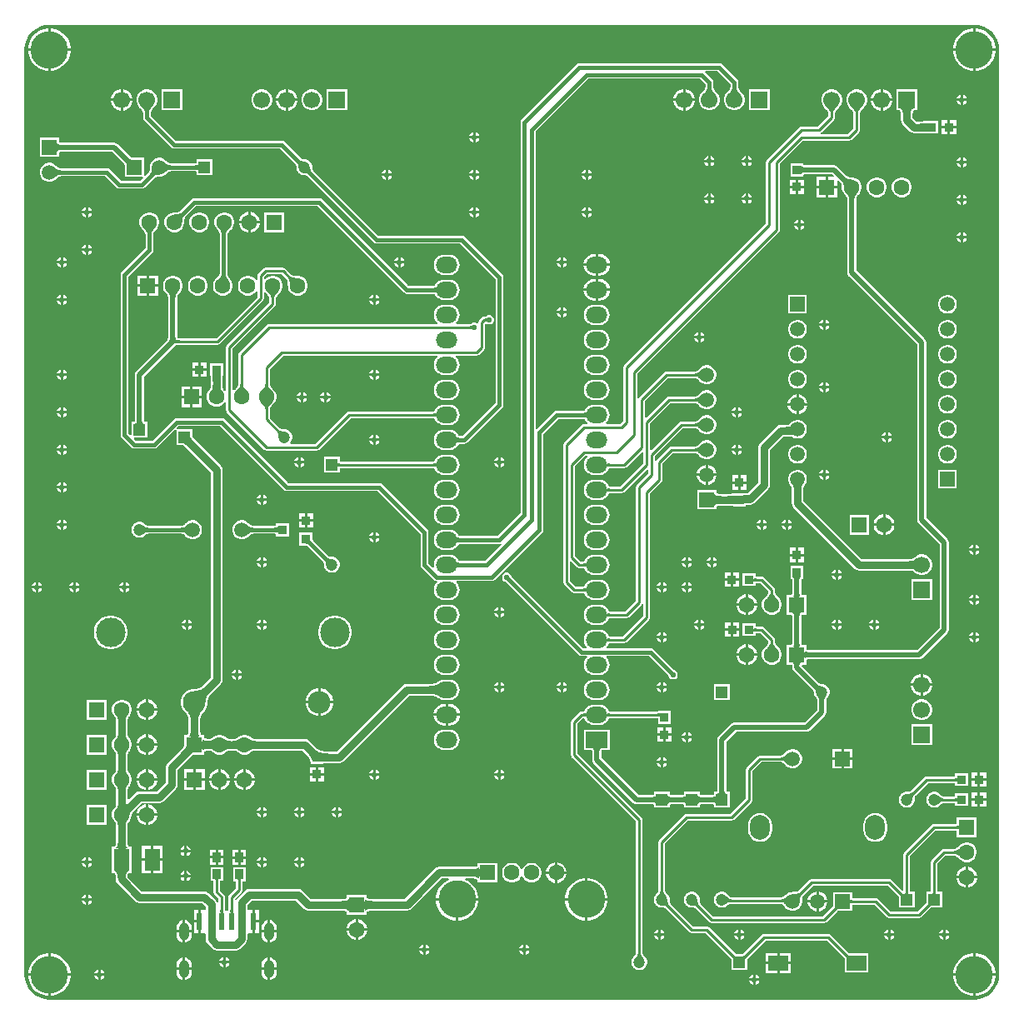
<source format=gtl>
G04*
G04 #@! TF.GenerationSoftware,Altium Limited,Altium Designer,21.2.1 (34)*
G04*
G04 Layer_Physical_Order=1*
G04 Layer_Color=255*
%FSLAX25Y25*%
%MOIN*%
G70*
G04*
G04 #@! TF.SameCoordinates,F9D7F3A8-4154-4F6A-AE32-A65E76AD83D7*
G04*
G04*
G04 #@! TF.FilePolarity,Positive*
G04*
G01*
G75*
%ADD10C,0.01000*%
%ADD16C,0.02000*%
%ADD21R,0.03800X0.03500*%
%ADD22R,0.03500X0.03800*%
%ADD23R,0.02362X0.07087*%
%ADD24R,0.01968X0.07087*%
%ADD25R,0.03347X0.03937*%
%ADD26R,0.06299X0.09055*%
%ADD27R,0.07874X0.05906*%
%ADD28R,0.03740X0.03740*%
%ADD57C,0.01500*%
%ADD58C,0.03000*%
%ADD59C,0.05906*%
%ADD60R,0.05906X0.05906*%
%ADD61R,0.04724X0.04724*%
%ADD62C,0.04724*%
%ADD63R,0.06299X0.06299*%
%ADD64C,0.06299*%
%ADD65R,0.04724X0.04724*%
%ADD66R,0.06693X0.06693*%
%ADD67C,0.06693*%
%ADD68O,0.03937X0.07087*%
%ADD69C,0.09055*%
%ADD70O,0.07874X0.09843*%
%ADD71R,0.05906X0.05906*%
%ADD72R,0.06693X0.06693*%
%ADD73C,0.11811*%
%ADD74O,0.08661X0.06535*%
%ADD75R,0.08661X0.06535*%
%ADD76R,0.06299X0.06299*%
%ADD77C,0.14961*%
%ADD78C,0.02200*%
G36*
X372031Y379896D02*
X373909Y379326D01*
X375640Y378401D01*
X377156Y377156D01*
X378401Y375640D01*
X379326Y373909D01*
X379896Y372031D01*
X380077Y370191D01*
X380054Y370079D01*
Y0D01*
X380077Y-112D01*
X379896Y-1953D01*
X379326Y-3830D01*
X378401Y-5561D01*
X377156Y-7078D01*
X375640Y-8322D01*
X373909Y-9247D01*
X372031Y-9817D01*
X370191Y-9998D01*
X370079Y-9976D01*
X0D01*
X-112Y-9998D01*
X-1953Y-9817D01*
X-3830Y-9247D01*
X-5561Y-8322D01*
X-7078Y-7078D01*
X-8322Y-5561D01*
X-9247Y-3830D01*
X-9817Y-1953D01*
X-9998Y-112D01*
X-9976Y0D01*
Y370079D01*
X-9998Y370191D01*
X-9817Y372031D01*
X-9247Y373909D01*
X-8322Y375640D01*
X-7078Y377156D01*
X-5561Y378401D01*
X-3830Y379326D01*
X-1953Y379896D01*
X-112Y380077D01*
X0Y380054D01*
X370079D01*
X370191Y380077D01*
X372031Y379896D01*
D02*
G37*
%LPC*%
G36*
X835Y378559D02*
X500D01*
Y370579D01*
X8480D01*
Y370914D01*
X8154Y372552D01*
X7515Y374096D01*
X6587Y375485D01*
X5406Y376666D01*
X4017Y377594D01*
X2474Y378233D01*
X835Y378559D01*
D02*
G37*
G36*
X-500D02*
X-835D01*
X-2474Y378233D01*
X-4017Y377594D01*
X-5406Y376666D01*
X-6587Y375485D01*
X-7515Y374096D01*
X-8154Y372552D01*
X-8480Y370914D01*
Y370579D01*
X-500D01*
Y378559D01*
D02*
G37*
G36*
X370914D02*
X370579D01*
Y370579D01*
X378559D01*
Y370914D01*
X378233Y372552D01*
X377594Y374096D01*
X376666Y375485D01*
X375485Y376666D01*
X374096Y377594D01*
X372552Y378233D01*
X370914Y378559D01*
D02*
G37*
G36*
X369579D02*
X369244D01*
X367605Y378233D01*
X366062Y377594D01*
X364673Y376666D01*
X363492Y375485D01*
X362564Y374096D01*
X361924Y372552D01*
X361598Y370914D01*
Y370579D01*
X369579D01*
Y378559D01*
D02*
G37*
G36*
X378559Y369579D02*
X370579D01*
Y361598D01*
X370914D01*
X372552Y361924D01*
X374096Y362564D01*
X375485Y363492D01*
X376666Y364673D01*
X377594Y366062D01*
X378233Y367605D01*
X378559Y369244D01*
Y369579D01*
D02*
G37*
G36*
X369579D02*
X361598D01*
Y369244D01*
X361924Y367605D01*
X362564Y366062D01*
X363492Y364673D01*
X364673Y363492D01*
X366062Y362564D01*
X367605Y361924D01*
X369244Y361598D01*
X369579D01*
Y369579D01*
D02*
G37*
G36*
X8480Y369579D02*
X500D01*
Y361598D01*
X835D01*
X2474Y361924D01*
X4017Y362564D01*
X5406Y363492D01*
X6587Y364673D01*
X7515Y366062D01*
X8154Y367605D01*
X8480Y369244D01*
Y369579D01*
D02*
G37*
G36*
X-500D02*
X-8480D01*
Y369244D01*
X-8154Y367605D01*
X-7515Y366062D01*
X-6587Y364673D01*
X-5406Y363492D01*
X-4017Y362564D01*
X-2474Y361924D01*
X-835Y361598D01*
X-500D01*
Y369579D01*
D02*
G37*
G36*
X95572Y354346D02*
X95500D01*
Y350500D01*
X99347D01*
Y350572D01*
X99050Y351678D01*
X98478Y352669D01*
X97669Y353478D01*
X96678Y354050D01*
X95572Y354346D01*
D02*
G37*
G36*
X254572D02*
X254500D01*
Y350500D01*
X258347D01*
Y350572D01*
X258050Y351678D01*
X257478Y352669D01*
X256669Y353478D01*
X255678Y354050D01*
X254572Y354346D01*
D02*
G37*
G36*
X333572D02*
X333500D01*
Y350500D01*
X337346D01*
Y350572D01*
X337050Y351678D01*
X336478Y352669D01*
X335669Y353478D01*
X334678Y354050D01*
X333572Y354346D01*
D02*
G37*
G36*
X29572D02*
X29500D01*
Y350500D01*
X33346D01*
Y350572D01*
X33050Y351678D01*
X32478Y352669D01*
X31669Y353478D01*
X30678Y354050D01*
X29572Y354346D01*
D02*
G37*
G36*
X365500Y352066D02*
Y350500D01*
X367066D01*
X366780Y351190D01*
X366190Y351780D01*
X365500Y352066D01*
D02*
G37*
G36*
X364500D02*
X363810Y351780D01*
X363220Y351190D01*
X362934Y350500D01*
X364500D01*
Y352066D01*
D02*
G37*
G36*
X253500Y354346D02*
X253428D01*
X252322Y354050D01*
X251331Y353478D01*
X250522Y352669D01*
X249950Y351678D01*
X249654Y350572D01*
Y350500D01*
X253500D01*
Y354346D01*
D02*
G37*
G36*
X332500D02*
X332428D01*
X331322Y354050D01*
X330331Y353478D01*
X329522Y352669D01*
X328950Y351678D01*
X328654Y350572D01*
Y350500D01*
X332500D01*
Y354346D01*
D02*
G37*
G36*
X28500D02*
X28428D01*
X27322Y354050D01*
X26331Y353478D01*
X25522Y352669D01*
X24950Y351678D01*
X24654Y350572D01*
Y350500D01*
X28500D01*
Y354346D01*
D02*
G37*
G36*
X94500D02*
X94428D01*
X93322Y354050D01*
X92331Y353478D01*
X91522Y352669D01*
X90950Y351678D01*
X90654Y350572D01*
Y350500D01*
X94500D01*
Y354346D01*
D02*
G37*
G36*
X367066Y349500D02*
X365500D01*
Y347934D01*
X366190Y348220D01*
X366780Y348810D01*
X367066Y349500D01*
D02*
G37*
G36*
X364500D02*
X362934D01*
X363220Y348810D01*
X363810Y348220D01*
X364500Y347934D01*
Y349500D01*
D02*
G37*
G36*
X288146Y354147D02*
X279854D01*
Y345853D01*
X288146D01*
Y354147D01*
D02*
G37*
G36*
X268000Y364580D02*
X212000D01*
X211395Y364460D01*
X210882Y364118D01*
X188883Y342118D01*
X188540Y341605D01*
X188420Y341000D01*
Y184655D01*
X179322Y175557D01*
X164304D01*
X164153Y175568D01*
X163943Y175597D01*
X163786Y175632D01*
X163752Y175644D01*
X163593Y176028D01*
X162941Y176877D01*
X162091Y177530D01*
X161101Y177939D01*
X160039Y178079D01*
X157913D01*
X156851Y177939D01*
X155862Y177530D01*
X155012Y176877D01*
X154360Y176028D01*
X153950Y175038D01*
X153811Y173976D01*
X153950Y172915D01*
X154360Y171925D01*
X155012Y171075D01*
X155862Y170423D01*
X156851Y170013D01*
X157913Y169874D01*
X160039D01*
X161101Y170013D01*
X162091Y170423D01*
X162941Y171075D01*
X163593Y171925D01*
X163752Y172309D01*
X163785Y172321D01*
X163930Y172353D01*
X164345Y172396D01*
X179976D01*
X180581Y172516D01*
X180879Y172114D01*
X174322Y165557D01*
X164304D01*
X164153Y165568D01*
X163943Y165597D01*
X163786Y165632D01*
X163752Y165644D01*
X163593Y166028D01*
X162941Y166877D01*
X162091Y167529D01*
X161101Y167939D01*
X160039Y168079D01*
X157913D01*
X156851Y167939D01*
X155862Y167529D01*
X155012Y166877D01*
X154360Y166028D01*
X153950Y165038D01*
X153811Y163976D01*
X153939Y163003D01*
X153732Y162835D01*
X153488Y162747D01*
X151580Y164655D01*
Y177000D01*
X151460Y177605D01*
X151118Y178118D01*
X133117Y196117D01*
X132605Y196460D01*
X132000Y196580D01*
X95655D01*
X70117Y222117D01*
X69605Y222460D01*
X69000Y222580D01*
X51000D01*
X50395Y222460D01*
X49883Y222117D01*
X41345Y213580D01*
X34655D01*
X33859Y214376D01*
X34051Y214838D01*
X39162D01*
Y221162D01*
X38009D01*
X37981Y221209D01*
X37935Y221323D01*
X37888Y221497D01*
X37850Y221728D01*
X37835Y221894D01*
Y239240D01*
X50560Y251964D01*
X51774Y252045D01*
X67370D01*
X67877Y252146D01*
X68307Y252433D01*
X85437Y269563D01*
X85725Y269993D01*
X85826Y270500D01*
X85826Y270500D01*
Y272886D01*
X86326Y273050D01*
X86542Y272833D01*
X86585Y272768D01*
X86892Y272457D01*
X87402Y271876D01*
X87591Y271626D01*
X87749Y271389D01*
X87872Y271175D01*
X87959Y270986D01*
X88015Y270825D01*
X88044Y270694D01*
X88045Y270687D01*
Y268919D01*
X71063Y251937D01*
X70775Y251507D01*
X70675Y251000D01*
Y233591D01*
X70174Y233457D01*
X70060Y233655D01*
X69740Y233975D01*
X69710Y234026D01*
X69609Y234138D01*
X69542Y234232D01*
X69477Y234349D01*
X69416Y234490D01*
X69359Y234657D01*
X69310Y234851D01*
X69272Y235061D01*
X69245Y235354D01*
Y238608D01*
X69249Y238744D01*
X69307Y239413D01*
X69313Y239450D01*
X69600D01*
Y240239D01*
X69604Y240257D01*
X69603Y240260D01*
X69604Y240262D01*
X69600Y240281D01*
Y244550D01*
X64200D01*
Y240281D01*
X64196Y240262D01*
X64197Y240260D01*
X64196Y240257D01*
X64200Y240239D01*
Y239450D01*
X64466D01*
X64555Y238170D01*
Y235282D01*
X64530Y235072D01*
X64490Y234851D01*
X64441Y234657D01*
X64384Y234490D01*
X64323Y234349D01*
X64258Y234232D01*
X64191Y234138D01*
X64090Y234026D01*
X64060Y233975D01*
X63740Y233655D01*
X63220Y232754D01*
X62950Y231750D01*
Y230710D01*
X63220Y229705D01*
X63740Y228805D01*
X64475Y228069D01*
X65376Y227550D01*
X66380Y227280D01*
X67420D01*
X68424Y227550D01*
X69325Y228069D01*
X70060Y228805D01*
X70174Y229002D01*
X70675Y228868D01*
Y226000D01*
X70775Y225493D01*
X71063Y225063D01*
X86063Y210063D01*
X86493Y209775D01*
X87000Y209675D01*
X107000D01*
X107507Y209775D01*
X107937Y210063D01*
X120525Y222651D01*
X153938D01*
X154009Y222645D01*
X154065Y222637D01*
X154360Y221925D01*
X155012Y221075D01*
X155862Y220423D01*
X156851Y220013D01*
X157913Y219874D01*
X160039D01*
X161101Y220013D01*
X162091Y220423D01*
X162941Y221075D01*
X163593Y221925D01*
X164002Y222915D01*
X164142Y223976D01*
X164002Y225038D01*
X163593Y226028D01*
X162941Y226877D01*
X162091Y227530D01*
X161101Y227939D01*
X160039Y228079D01*
X157913D01*
X156851Y227939D01*
X155862Y227530D01*
X155012Y226877D01*
X154360Y226028D01*
X154065Y225315D01*
X154009Y225307D01*
X153938Y225302D01*
X119976D01*
X119469Y225201D01*
X119039Y224914D01*
X106451Y212326D01*
X96505D01*
X96298Y212825D01*
X96530Y213058D01*
X96947Y213779D01*
X97162Y214584D01*
Y215416D01*
X96947Y216221D01*
X96530Y216942D01*
X95942Y217530D01*
X95221Y217947D01*
X94416Y218162D01*
X94068D01*
X94003Y218177D01*
X93427Y218196D01*
X93206Y218220D01*
X93002Y218254D01*
X92823Y218297D01*
X92671Y218346D01*
X92544Y218399D01*
X92441Y218454D01*
X92373Y218501D01*
X88226Y222649D01*
Y226327D01*
X88226Y226333D01*
X88255Y226464D01*
X88311Y226625D01*
X88398Y226814D01*
X88520Y227029D01*
X88679Y227266D01*
X88868Y227515D01*
X89378Y228097D01*
X89685Y228408D01*
X89728Y228472D01*
X90061Y228805D01*
X90580Y229705D01*
X90850Y230710D01*
Y231750D01*
X90580Y232754D01*
X90061Y233655D01*
X89728Y233988D01*
X89685Y234052D01*
X89378Y234364D01*
X88868Y234945D01*
X88679Y235194D01*
X88521Y235431D01*
X88398Y235646D01*
X88311Y235835D01*
X88255Y235996D01*
X88226Y236127D01*
X88226Y236133D01*
Y242351D01*
X93549Y247674D01*
X155230D01*
X155399Y247175D01*
X155012Y246878D01*
X154360Y246028D01*
X153950Y245038D01*
X153811Y243976D01*
X153950Y242915D01*
X154360Y241925D01*
X155012Y241075D01*
X155862Y240423D01*
X156851Y240013D01*
X157913Y239874D01*
X160039D01*
X161101Y240013D01*
X162091Y240423D01*
X162941Y241075D01*
X163593Y241925D01*
X164002Y242915D01*
X164142Y243976D01*
X164002Y245038D01*
X163593Y246028D01*
X162941Y246878D01*
X162553Y247175D01*
X162723Y247674D01*
X171000D01*
X171507Y247775D01*
X171937Y248063D01*
X173937Y250063D01*
X174225Y250493D01*
X174326Y251000D01*
Y260260D01*
X174380Y260319D01*
X174924Y260389D01*
X175622Y260100D01*
X176378D01*
X177076Y260389D01*
X177611Y260924D01*
X177900Y261622D01*
Y262378D01*
X177611Y263076D01*
X177076Y263611D01*
X176378Y263900D01*
X175622D01*
X174924Y263611D01*
X174717Y263404D01*
X174664Y263372D01*
X174645Y263354D01*
X174640Y263352D01*
X174622Y263346D01*
X174592Y263338D01*
X174563Y263332D01*
X174502Y263326D01*
X174000D01*
X173493Y263225D01*
X173063Y262937D01*
X172063Y261937D01*
X171775Y261507D01*
X171675Y261000D01*
Y260720D01*
X171175Y260512D01*
X171076Y260611D01*
X170378Y260900D01*
X169622D01*
X168924Y260611D01*
X168717Y260404D01*
X168664Y260372D01*
X168645Y260354D01*
X168640Y260352D01*
X168622Y260346D01*
X168593Y260338D01*
X168563Y260332D01*
X168502Y260326D01*
X162785D01*
X162615Y260825D01*
X162941Y261075D01*
X163593Y261925D01*
X164002Y262914D01*
X164142Y263976D01*
X164002Y265038D01*
X163593Y266028D01*
X162941Y266878D01*
X162091Y267530D01*
X161101Y267939D01*
X160039Y268079D01*
X157913D01*
X156851Y267939D01*
X155862Y267530D01*
X155012Y266878D01*
X154360Y266028D01*
X153950Y265038D01*
X153811Y263976D01*
X153950Y262914D01*
X154360Y261925D01*
X155012Y261075D01*
X155338Y260825D01*
X155168Y260326D01*
X88000D01*
X87493Y260225D01*
X87063Y259937D01*
X75963Y248837D01*
X75675Y248407D01*
X75574Y247900D01*
Y236133D01*
X75574Y236127D01*
X75545Y235996D01*
X75489Y235835D01*
X75402Y235646D01*
X75279Y235431D01*
X75121Y235194D01*
X74932Y234945D01*
X74422Y234363D01*
X74115Y234052D01*
X74072Y233988D01*
X73826Y233741D01*
X73326Y233862D01*
Y250451D01*
X90307Y267433D01*
X90595Y267863D01*
X90696Y268370D01*
Y270687D01*
X90696Y270694D01*
X90725Y270825D01*
X90781Y270986D01*
X90868Y271175D01*
X90991Y271389D01*
X91149Y271626D01*
X91338Y271876D01*
X91848Y272457D01*
X92155Y272768D01*
X92198Y272833D01*
X92531Y273165D01*
X93050Y274066D01*
X93320Y275071D01*
Y276111D01*
X93050Y277115D01*
X92531Y278016D01*
X91795Y278751D01*
X90895Y279271D01*
X89890Y279540D01*
X88850D01*
X87846Y279271D01*
X86945Y278751D01*
X86326Y278132D01*
X85826Y278295D01*
Y278951D01*
X87049Y280174D01*
X92912D01*
X94966Y278120D01*
X94970Y278116D01*
X95042Y278003D01*
X95117Y277849D01*
X95188Y277653D01*
X95253Y277415D01*
X95309Y277136D01*
X95352Y276826D01*
X95402Y276054D01*
X95405Y275617D01*
X95420Y275541D01*
Y275071D01*
X95690Y274066D01*
X96210Y273165D01*
X96945Y272430D01*
X97846Y271910D01*
X98850Y271641D01*
X99890D01*
X100895Y271910D01*
X101795Y272430D01*
X102531Y273165D01*
X103050Y274066D01*
X103320Y275071D01*
Y276111D01*
X103050Y277115D01*
X102531Y278016D01*
X101795Y278751D01*
X100895Y279271D01*
X99890Y279540D01*
X99419D01*
X99344Y279556D01*
X98907Y279559D01*
X98135Y279609D01*
X97825Y279651D01*
X97545Y279707D01*
X97307Y279772D01*
X97111Y279844D01*
X96958Y279918D01*
X96845Y279991D01*
X96840Y279995D01*
X94398Y282437D01*
X93968Y282725D01*
X93461Y282825D01*
X86500D01*
X85993Y282725D01*
X85563Y282437D01*
X83563Y280437D01*
X83275Y280007D01*
X83175Y279500D01*
Y277900D01*
X82674Y277766D01*
X82531Y278016D01*
X81795Y278751D01*
X80895Y279271D01*
X79890Y279540D01*
X78850D01*
X77846Y279271D01*
X76945Y278751D01*
X76210Y278016D01*
X75690Y277115D01*
X75420Y276111D01*
Y275071D01*
X75690Y274066D01*
X76210Y273165D01*
X76945Y272430D01*
X77846Y271910D01*
X78850Y271641D01*
X79890D01*
X80895Y271910D01*
X81795Y272430D01*
X82531Y273165D01*
X82674Y273415D01*
X83175Y273281D01*
Y271049D01*
X66821Y254696D01*
X51652D01*
X51371Y254705D01*
X51350Y254740D01*
X51304Y254852D01*
X51258Y255024D01*
X51220Y255253D01*
X51205Y255417D01*
Y271007D01*
X51223Y271143D01*
X51268Y271349D01*
X51331Y271553D01*
X51414Y271754D01*
X51516Y271955D01*
X51639Y272155D01*
X51785Y272356D01*
X51953Y272557D01*
X52164Y272777D01*
X52202Y272837D01*
X52531Y273165D01*
X53051Y274066D01*
X53320Y275071D01*
Y276111D01*
X53051Y277115D01*
X52531Y278016D01*
X51795Y278751D01*
X50895Y279271D01*
X49890Y279540D01*
X48850D01*
X47846Y279271D01*
X46945Y278751D01*
X46210Y278016D01*
X45690Y277115D01*
X45421Y276111D01*
Y275071D01*
X45690Y274066D01*
X46210Y273165D01*
X46538Y272837D01*
X46576Y272777D01*
X46787Y272558D01*
X46955Y272356D01*
X47101Y272155D01*
X47225Y271955D01*
X47327Y271754D01*
X47409Y271553D01*
X47472Y271349D01*
X47517Y271143D01*
X47535Y271007D01*
Y255386D01*
X47506Y255129D01*
X47448Y254822D01*
X47366Y254527D01*
X47262Y254243D01*
X47135Y253969D01*
X46984Y253703D01*
X46808Y253444D01*
X46647Y253242D01*
X34702Y241298D01*
X34304Y240702D01*
X34165Y240000D01*
Y221894D01*
X34150Y221728D01*
X34112Y221497D01*
X34065Y221323D01*
X34019Y221209D01*
X33991Y221162D01*
X32838D01*
Y216051D01*
X32376Y215859D01*
X31580Y216655D01*
Y279345D01*
X41118Y288882D01*
X41460Y289395D01*
X41580Y290000D01*
Y296240D01*
X41605Y296390D01*
X41657Y296573D01*
X41732Y296769D01*
X41833Y296976D01*
X41962Y297195D01*
X42113Y297415D01*
X42535Y297920D01*
X42789Y298182D01*
X42829Y298244D01*
X43161Y298575D01*
X43680Y299476D01*
X43950Y300480D01*
Y301520D01*
X43680Y302524D01*
X43161Y303425D01*
X42425Y304160D01*
X41524Y304680D01*
X40520Y304950D01*
X39480D01*
X38475Y304680D01*
X37575Y304160D01*
X36840Y303425D01*
X36320Y302524D01*
X36050Y301520D01*
Y300480D01*
X36320Y299476D01*
X36840Y298575D01*
X37171Y298244D01*
X37211Y298182D01*
X37473Y297912D01*
X37692Y297664D01*
X37880Y297425D01*
X38038Y297195D01*
X38167Y296976D01*
X38269Y296769D01*
X38344Y296573D01*
X38394Y296390D01*
X38420Y296240D01*
Y290655D01*
X28883Y281118D01*
X28540Y280605D01*
X28420Y280000D01*
Y216000D01*
X28540Y215395D01*
X28883Y214882D01*
X32882Y210882D01*
X33395Y210540D01*
X34000Y210420D01*
X42000D01*
X42605Y210540D01*
X43117Y210882D01*
X50338Y218103D01*
X50838Y217896D01*
X50838Y217775D01*
X50838Y217775D01*
X50838Y217773D01*
Y211838D01*
X52089D01*
X52108Y211834D01*
X52126Y211838D01*
X53475D01*
X53708Y211705D01*
X54135Y211408D01*
X55050Y210634D01*
X64655Y201029D01*
Y118971D01*
X60949Y115265D01*
X60773Y115128D01*
X60489Y114942D01*
X60192Y114782D01*
X59880Y114646D01*
X59552Y114535D01*
X59206Y114449D01*
X58841Y114388D01*
X58457Y114353D01*
X58026Y114343D01*
X57958Y114328D01*
X57299D01*
X55944Y113964D01*
X54729Y113263D01*
X53737Y112271D01*
X53035Y111056D01*
X52672Y109701D01*
Y108299D01*
X53035Y106944D01*
X53737Y105729D01*
X54203Y105262D01*
X54241Y105203D01*
X54539Y104892D01*
X54785Y104595D01*
X54999Y104294D01*
X55183Y103989D01*
X55337Y103678D01*
X55462Y103362D01*
X55558Y103039D01*
X55628Y102707D01*
X55655Y102485D01*
Y97437D01*
X55630Y97156D01*
X55567Y96774D01*
X55485Y96470D01*
X55394Y96247D01*
X55306Y96101D01*
X55231Y96021D01*
X55171Y95981D01*
X55103Y95957D01*
X55036Y95950D01*
X54050D01*
Y93124D01*
X54047Y93105D01*
X54050Y93086D01*
Y91737D01*
X53918Y91505D01*
X53621Y91078D01*
X52846Y90163D01*
X47342Y84658D01*
X46833Y83897D01*
X46655Y83000D01*
Y76971D01*
X43029Y73345D01*
X36000D01*
X35103Y73167D01*
X34342Y72658D01*
X34342Y72658D01*
X31807Y70123D01*
X31345Y70315D01*
Y73948D01*
X31370Y74158D01*
X31410Y74379D01*
X31459Y74573D01*
X31516Y74740D01*
X31577Y74881D01*
X31642Y74998D01*
X31709Y75091D01*
X31810Y75204D01*
X31841Y75255D01*
X32160Y75575D01*
X32680Y76476D01*
X32950Y77480D01*
Y78520D01*
X32680Y79524D01*
X32160Y80425D01*
X31841Y80745D01*
X31810Y80796D01*
X31709Y80909D01*
X31642Y81002D01*
X31577Y81119D01*
X31516Y81260D01*
X31459Y81427D01*
X31410Y81621D01*
X31372Y81831D01*
X31345Y82124D01*
Y87948D01*
X31370Y88158D01*
X31410Y88379D01*
X31459Y88573D01*
X31516Y88740D01*
X31577Y88881D01*
X31642Y88998D01*
X31709Y89091D01*
X31810Y89204D01*
X31841Y89255D01*
X32160Y89575D01*
X32680Y90475D01*
X32950Y91480D01*
Y92520D01*
X32680Y93524D01*
X32160Y94425D01*
X31841Y94745D01*
X31810Y94796D01*
X31709Y94908D01*
X31642Y95003D01*
X31577Y95119D01*
X31516Y95260D01*
X31459Y95427D01*
X31410Y95621D01*
X31372Y95831D01*
X31345Y96124D01*
Y101948D01*
X31370Y102158D01*
X31410Y102379D01*
X31459Y102573D01*
X31516Y102740D01*
X31577Y102881D01*
X31642Y102998D01*
X31709Y103092D01*
X31810Y103204D01*
X31841Y103255D01*
X32160Y103575D01*
X32680Y104475D01*
X32950Y105480D01*
Y106520D01*
X32680Y107525D01*
X32160Y108425D01*
X31425Y109160D01*
X30525Y109680D01*
X29520Y109950D01*
X28480D01*
X27476Y109680D01*
X26575Y109160D01*
X25839Y108425D01*
X25320Y107525D01*
X25050Y106520D01*
Y105480D01*
X25320Y104475D01*
X25839Y103575D01*
X26160Y103255D01*
X26190Y103204D01*
X26291Y103092D01*
X26358Y102998D01*
X26423Y102881D01*
X26484Y102740D01*
X26541Y102573D01*
X26590Y102379D01*
X26628Y102169D01*
X26655Y101876D01*
Y96052D01*
X26630Y95842D01*
X26590Y95621D01*
X26541Y95427D01*
X26484Y95260D01*
X26423Y95119D01*
X26358Y95003D01*
X26291Y94908D01*
X26190Y94796D01*
X26160Y94745D01*
X25839Y94425D01*
X25320Y93524D01*
X25050Y92520D01*
Y91480D01*
X25320Y90475D01*
X25839Y89575D01*
X26160Y89255D01*
X26190Y89204D01*
X26291Y89091D01*
X26358Y88998D01*
X26423Y88881D01*
X26484Y88740D01*
X26541Y88573D01*
X26590Y88379D01*
X26628Y88169D01*
X26655Y87876D01*
Y82052D01*
X26630Y81842D01*
X26590Y81621D01*
X26541Y81427D01*
X26484Y81260D01*
X26423Y81119D01*
X26358Y81002D01*
X26291Y80909D01*
X26190Y80796D01*
X26160Y80745D01*
X25839Y80425D01*
X25320Y79524D01*
X25050Y78520D01*
Y77480D01*
X25320Y76476D01*
X25839Y75575D01*
X26160Y75255D01*
X26190Y75204D01*
X26291Y75091D01*
X26358Y74998D01*
X26423Y74881D01*
X26484Y74740D01*
X26541Y74573D01*
X26590Y74379D01*
X26628Y74169D01*
X26655Y73876D01*
Y68052D01*
X26630Y67842D01*
X26590Y67621D01*
X26541Y67427D01*
X26484Y67260D01*
X26423Y67119D01*
X26358Y67002D01*
X26291Y66909D01*
X26190Y66796D01*
X26160Y66745D01*
X25839Y66425D01*
X25320Y65525D01*
X25050Y64520D01*
Y63480D01*
X25320Y62476D01*
X25839Y61575D01*
X26118Y61296D01*
X26145Y61250D01*
X26245Y61136D01*
X26311Y61040D01*
X26375Y60921D01*
X26436Y60778D01*
X26492Y60608D01*
X26540Y60412D01*
X26578Y60200D01*
X26604Y59913D01*
Y52818D01*
X26579Y52539D01*
X26516Y52159D01*
X26434Y51857D01*
X26344Y51635D01*
X26256Y51491D01*
X26182Y51411D01*
X26121Y51371D01*
X26053Y51347D01*
X25871Y51328D01*
X24948D01*
Y40672D01*
X25934D01*
X26001Y40665D01*
X26069Y40641D01*
X26129Y40601D01*
X26203Y40521D01*
X26292Y40375D01*
X26383Y40152D01*
X26465Y39848D01*
X26528Y39466D01*
X26553Y39185D01*
Y38102D01*
X26731Y37205D01*
X27239Y36444D01*
X34342Y29342D01*
X35103Y28833D01*
X36000Y28655D01*
X61029D01*
X62505Y27179D01*
Y26188D01*
X62228Y25803D01*
X62005Y25803D01*
X60547D01*
Y21260D01*
Y16716D01*
X62005D01*
X62228Y16716D01*
X62505Y16331D01*
Y14150D01*
X62683Y13253D01*
X63192Y12492D01*
X65342Y10342D01*
X66103Y9833D01*
X67000Y9655D01*
X67000Y9655D01*
X74747D01*
X75645Y9833D01*
X76405Y10342D01*
X78556Y12492D01*
X79064Y13253D01*
X79242Y14150D01*
X79242Y14150D01*
Y16331D01*
X79519Y16716D01*
X79742Y16716D01*
X81200D01*
Y21260D01*
Y25803D01*
X79742D01*
X79519Y25803D01*
X79242Y26188D01*
Y27926D01*
X80971Y29655D01*
X98489D01*
X101881Y26263D01*
X102642Y25755D01*
X103539Y25576D01*
X117563D01*
X117844Y25551D01*
X118226Y25488D01*
X118530Y25407D01*
X118753Y25315D01*
X118899Y25227D01*
X118979Y25153D01*
X119019Y25093D01*
X119043Y25025D01*
X119050Y24957D01*
Y23972D01*
X126950D01*
Y24957D01*
X126957Y25025D01*
X126981Y25093D01*
X127021Y25153D01*
X127101Y25227D01*
X127247Y25315D01*
X127471Y25407D01*
X127774Y25488D01*
X128156Y25552D01*
X128437Y25576D01*
X143120D01*
X144017Y25755D01*
X144778Y26263D01*
X156938Y38423D01*
X159740D01*
X159839Y37923D01*
X159093Y37614D01*
X157704Y36685D01*
X156523Y35504D01*
X155595Y34115D01*
X154956Y32572D01*
X154630Y30934D01*
Y30598D01*
X163110D01*
X171591D01*
Y30934D01*
X171265Y32572D01*
X170625Y34115D01*
X169697Y35504D01*
X168516Y36685D01*
X167127Y37614D01*
X166381Y37923D01*
X166480Y38423D01*
X169760D01*
X170041Y38398D01*
X170422Y38335D01*
X170726Y38253D01*
X170950Y38162D01*
X171096Y38073D01*
X171176Y37999D01*
X171216Y37939D01*
X171240Y37871D01*
X171247Y37804D01*
Y36818D01*
X179147D01*
Y44717D01*
X171247D01*
Y43732D01*
X171240Y43664D01*
X171216Y43596D01*
X171176Y43536D01*
X171096Y43462D01*
X170950Y43373D01*
X170726Y43282D01*
X170423Y43201D01*
X170041Y43137D01*
X169760Y43113D01*
X155966D01*
X155069Y42934D01*
X154308Y42426D01*
X142148Y30266D01*
X128437D01*
X128156Y30291D01*
X127774Y30354D01*
X127470Y30436D01*
X127247Y30527D01*
X127101Y30616D01*
X127021Y30690D01*
X126981Y30750D01*
X126957Y30818D01*
X126950Y30885D01*
Y31871D01*
X119050D01*
Y30885D01*
X119043Y30818D01*
X119019Y30750D01*
X118979Y30690D01*
X118899Y30615D01*
X118753Y30527D01*
X118529Y30436D01*
X118226Y30354D01*
X117844Y30291D01*
X117563Y30266D01*
X104511D01*
X101119Y33658D01*
X100358Y34167D01*
X99461Y34345D01*
X80000D01*
X79103Y34167D01*
X78342Y33658D01*
X75239Y30556D01*
X74731Y29795D01*
X74668Y29478D01*
X74168Y29527D01*
Y30293D01*
X76937Y33063D01*
X77225Y33493D01*
X77325Y34000D01*
Y37358D01*
X78473D01*
Y42895D01*
X73527D01*
Y37358D01*
X74674D01*
Y34549D01*
X71905Y31780D01*
X71618Y31350D01*
X71517Y30842D01*
Y25702D01*
X71058Y25603D01*
X70731D01*
X70231Y25702D01*
Y31095D01*
X70130Y31602D01*
X69842Y32032D01*
X68326Y33549D01*
Y37484D01*
X69473D01*
Y43020D01*
X64527D01*
Y37484D01*
X65675D01*
Y33000D01*
X65775Y32493D01*
X66063Y32063D01*
X67580Y30546D01*
Y28778D01*
X67080Y28729D01*
X67016Y29048D01*
X66508Y29808D01*
X63658Y32658D01*
X62897Y33167D01*
X62000Y33345D01*
X36971D01*
X31243Y39074D01*
Y39185D01*
X31267Y39466D01*
X31331Y39848D01*
X31412Y40152D01*
X31503Y40375D01*
X31592Y40521D01*
X31666Y40601D01*
X31726Y40641D01*
X31794Y40665D01*
X31862Y40672D01*
X32847D01*
Y51328D01*
X32026D01*
X31845Y51347D01*
X31776Y51371D01*
X31716Y51411D01*
X31642Y51491D01*
X31554Y51635D01*
X31463Y51857D01*
X31382Y52159D01*
X31319Y52539D01*
X31294Y52818D01*
Y59915D01*
X31320Y60128D01*
X31361Y60347D01*
X31410Y60539D01*
X31467Y60704D01*
X31529Y60842D01*
X31594Y60956D01*
X31661Y61048D01*
X31765Y61160D01*
X31797Y61212D01*
X32160Y61575D01*
X32680Y62476D01*
X32950Y63480D01*
Y63933D01*
X32964Y63990D01*
X32972Y64141D01*
X32991Y64255D01*
X33028Y64383D01*
X33084Y64526D01*
X33162Y64684D01*
X33265Y64856D01*
X33386Y65032D01*
X33574Y65258D01*
X36971Y68655D01*
X44000D01*
X44897Y68834D01*
X45658Y69342D01*
X50658Y74342D01*
X51167Y75103D01*
X51345Y76000D01*
Y82029D01*
X56011Y86694D01*
X56583Y87226D01*
X57069Y87614D01*
X57505Y87918D01*
X57737Y88050D01*
X59087D01*
X59105Y88047D01*
X59123Y88050D01*
X61950D01*
Y89036D01*
X61957Y89103D01*
X61981Y89171D01*
X62021Y89231D01*
X62101Y89306D01*
X62247Y89394D01*
X62471Y89485D01*
X62774Y89567D01*
X63156Y89630D01*
X63437Y89655D01*
X63948D01*
X64158Y89630D01*
X64379Y89590D01*
X64573Y89541D01*
X64740Y89484D01*
X64881Y89423D01*
X64998Y89358D01*
X65092Y89291D01*
X65204Y89190D01*
X65255Y89160D01*
X65575Y88840D01*
X66475Y88320D01*
X67480Y88050D01*
X68520D01*
X69525Y88320D01*
X70425Y88840D01*
X70745Y89160D01*
X70796Y89190D01*
X70908Y89291D01*
X71003Y89358D01*
X71119Y89423D01*
X71260Y89484D01*
X71427Y89541D01*
X71621Y89590D01*
X71831Y89628D01*
X72124Y89655D01*
X73948D01*
X74158Y89630D01*
X74379Y89590D01*
X74573Y89541D01*
X74740Y89484D01*
X74881Y89423D01*
X74998Y89358D01*
X75091Y89291D01*
X75204Y89190D01*
X75255Y89160D01*
X75575Y88840D01*
X76476Y88320D01*
X77480Y88050D01*
X78520D01*
X79524Y88320D01*
X80425Y88840D01*
X80745Y89160D01*
X80796Y89190D01*
X80909Y89291D01*
X81002Y89358D01*
X81119Y89423D01*
X81260Y89484D01*
X81427Y89541D01*
X81621Y89590D01*
X81831Y89628D01*
X82124Y89655D01*
X101179D01*
X103032Y87802D01*
X103284Y87528D01*
X103569Y87169D01*
X103816Y86818D01*
X104019Y86484D01*
X104181Y86170D01*
X104301Y85875D01*
X104383Y85601D01*
X104430Y85348D01*
X104448Y85061D01*
X104450Y85053D01*
Y84300D01*
X105277D01*
X105296Y84297D01*
X105305Y84299D01*
X105313Y84298D01*
X105321Y84300D01*
X108720D01*
X108738Y84296D01*
X108740Y84297D01*
X108743Y84296D01*
X108761Y84300D01*
X109550D01*
Y84566D01*
X110830Y84655D01*
X116000D01*
X116897Y84834D01*
X117658Y85342D01*
X143948Y111631D01*
X152726D01*
X152930Y111616D01*
X153345Y111561D01*
X153735Y111486D01*
X154100Y111390D01*
X154440Y111274D01*
X154757Y111140D01*
X155052Y110987D01*
X155325Y110816D01*
X155606Y110604D01*
X155660Y110578D01*
X155862Y110423D01*
X156851Y110013D01*
X157913Y109874D01*
X160039D01*
X161101Y110013D01*
X162091Y110423D01*
X162941Y111075D01*
X163593Y111925D01*
X164002Y112915D01*
X164142Y113976D01*
X164002Y115038D01*
X163593Y116028D01*
X162941Y116877D01*
X162091Y117529D01*
X161101Y117939D01*
X160039Y118079D01*
X157913D01*
X156851Y117939D01*
X155862Y117529D01*
X155660Y117375D01*
X155606Y117349D01*
X155325Y117137D01*
X155052Y116966D01*
X154757Y116813D01*
X154440Y116679D01*
X154100Y116563D01*
X153735Y116467D01*
X153356Y116394D01*
X152654Y116321D01*
X142976D01*
X142079Y116143D01*
X141318Y115635D01*
X115029Y89345D01*
X110392D01*
X110256Y89350D01*
X109587Y89407D01*
X109550Y89413D01*
Y89700D01*
X108805D01*
X108800Y89701D01*
X108577Y89718D01*
X108385Y89760D01*
X108159Y89837D01*
X107902Y89955D01*
X107616Y90116D01*
X107304Y90320D01*
X106976Y90564D01*
X106438Y91029D01*
X103808Y93658D01*
X103047Y94167D01*
X102150Y94345D01*
X82052D01*
X81842Y94370D01*
X81621Y94410D01*
X81427Y94459D01*
X81260Y94516D01*
X81119Y94577D01*
X81002Y94642D01*
X80909Y94709D01*
X80796Y94810D01*
X80745Y94841D01*
X80425Y95161D01*
X79524Y95680D01*
X78520Y95950D01*
X77480D01*
X76476Y95680D01*
X75575Y95161D01*
X75255Y94841D01*
X75204Y94810D01*
X75091Y94709D01*
X74998Y94642D01*
X74881Y94577D01*
X74740Y94516D01*
X74573Y94459D01*
X74379Y94410D01*
X74169Y94372D01*
X73876Y94345D01*
X72052D01*
X71842Y94370D01*
X71621Y94410D01*
X71427Y94459D01*
X71260Y94516D01*
X71119Y94577D01*
X71003Y94642D01*
X70908Y94709D01*
X70796Y94810D01*
X70745Y94841D01*
X70425Y95161D01*
X69525Y95680D01*
X68520Y95950D01*
X67480D01*
X66475Y95680D01*
X65575Y95161D01*
X65255Y94841D01*
X65204Y94810D01*
X65092Y94709D01*
X64998Y94642D01*
X64881Y94577D01*
X64740Y94516D01*
X64573Y94459D01*
X64379Y94410D01*
X64169Y94372D01*
X63876Y94345D01*
X63437D01*
X63156Y94370D01*
X62774Y94433D01*
X62470Y94515D01*
X62247Y94606D01*
X62101Y94694D01*
X62021Y94769D01*
X61981Y94829D01*
X61957Y94897D01*
X61950Y94964D01*
Y95950D01*
X60964D01*
X60897Y95957D01*
X60829Y95981D01*
X60769Y96021D01*
X60694Y96101D01*
X60606Y96247D01*
X60515Y96470D01*
X60433Y96774D01*
X60370Y97156D01*
X60345Y97437D01*
Y102485D01*
X60372Y102707D01*
X60442Y103039D01*
X60539Y103362D01*
X60663Y103678D01*
X60817Y103989D01*
X61001Y104294D01*
X61215Y104595D01*
X61462Y104892D01*
X61759Y105203D01*
X61797Y105262D01*
X62263Y105729D01*
X62964Y106944D01*
X63327Y108299D01*
Y108958D01*
X63343Y109027D01*
X63353Y109457D01*
X63388Y109841D01*
X63449Y110206D01*
X63535Y110552D01*
X63646Y110880D01*
X63782Y111192D01*
X63942Y111489D01*
X64127Y111773D01*
X64265Y111949D01*
X68658Y116342D01*
X69167Y117103D01*
X69345Y118000D01*
X69345Y118000D01*
Y202000D01*
X69166Y202897D01*
X68658Y203658D01*
X58518Y213798D01*
X57986Y214371D01*
X57598Y214856D01*
X57295Y215292D01*
X57162Y215525D01*
Y216874D01*
X57166Y216892D01*
X57162Y216911D01*
Y218162D01*
X51227Y218162D01*
X51225D01*
X51225D01*
X51104Y218162D01*
X51022Y218360D01*
X50897Y218662D01*
X51655Y219420D01*
X68345D01*
X93883Y193883D01*
X94395Y193540D01*
X95000Y193420D01*
X131345D01*
X148420Y176345D01*
Y164000D01*
X148540Y163395D01*
X148882Y162882D01*
X153883Y157882D01*
X154395Y157540D01*
X154919Y157436D01*
X155142Y156977D01*
X155012Y156878D01*
X154360Y156028D01*
X153950Y155038D01*
X153811Y153976D01*
X153950Y152915D01*
X154360Y151925D01*
X155012Y151075D01*
X155862Y150423D01*
X156851Y150013D01*
X157913Y149874D01*
X160039D01*
X161101Y150013D01*
X162091Y150423D01*
X162941Y151075D01*
X163593Y151925D01*
X164002Y152915D01*
X164142Y153976D01*
X164002Y155038D01*
X163593Y156028D01*
X162941Y156878D01*
X162851Y156946D01*
X163012Y157420D01*
X177000D01*
X177605Y157540D01*
X178118Y157882D01*
X197117Y176883D01*
X197460Y177395D01*
X197580Y178000D01*
Y216345D01*
X203631Y222396D01*
X213649D01*
X213799Y222385D01*
X214009Y222356D01*
X214167Y222321D01*
X214201Y222309D01*
X214360Y221925D01*
X215012Y221075D01*
X215338Y220826D01*
X215168Y220325D01*
X214000D01*
X213493Y220225D01*
X213063Y219937D01*
X206063Y212937D01*
X205775Y212507D01*
X205675Y212000D01*
Y157000D01*
X205775Y156493D01*
X206063Y156063D01*
X209086Y153039D01*
X209516Y152752D01*
X210024Y152651D01*
X213938D01*
X214009Y152645D01*
X214065Y152637D01*
X214360Y151925D01*
X215012Y151075D01*
X215862Y150423D01*
X216851Y150013D01*
X217913Y149874D01*
X220039D01*
X221101Y150013D01*
X222091Y150423D01*
X222940Y151075D01*
X223592Y151925D01*
X224002Y152915D01*
X224142Y153976D01*
X224002Y155038D01*
X223592Y156028D01*
X222940Y156878D01*
X222091Y157529D01*
X221101Y157939D01*
X220039Y158079D01*
X217913D01*
X216851Y157939D01*
X215862Y157529D01*
X215012Y156878D01*
X214360Y156028D01*
X214065Y155315D01*
X214009Y155307D01*
X213938Y155302D01*
X210573D01*
X208326Y157549D01*
Y165147D01*
X208787Y165338D01*
X211086Y163039D01*
X211516Y162752D01*
X212024Y162651D01*
X213938D01*
X214009Y162645D01*
X214065Y162637D01*
X214360Y161925D01*
X215012Y161075D01*
X215862Y160423D01*
X216851Y160013D01*
X217913Y159874D01*
X220039D01*
X221101Y160013D01*
X222091Y160423D01*
X222940Y161075D01*
X223592Y161925D01*
X224002Y162915D01*
X224142Y163976D01*
X224002Y165038D01*
X223592Y166028D01*
X222940Y166877D01*
X222091Y167529D01*
X221101Y167939D01*
X220039Y168079D01*
X217913D01*
X216851Y167939D01*
X215862Y167529D01*
X215012Y166877D01*
X214360Y166028D01*
X214065Y165315D01*
X214009Y165307D01*
X213938Y165302D01*
X212573D01*
X210326Y167549D01*
Y203451D01*
X214549Y207675D01*
X215230D01*
X215399Y207174D01*
X215012Y206877D01*
X214360Y206028D01*
X213950Y205038D01*
X213811Y203976D01*
X213950Y202915D01*
X214360Y201925D01*
X215012Y201075D01*
X215862Y200423D01*
X216851Y200013D01*
X217913Y199874D01*
X220039D01*
X221101Y200013D01*
X222091Y200423D01*
X222940Y201075D01*
X223592Y201925D01*
X223887Y202637D01*
X223943Y202645D01*
X224015Y202651D01*
X229976D01*
X230484Y202752D01*
X230914Y203039D01*
X237213Y209338D01*
X237674Y209147D01*
Y204549D01*
X228427Y195302D01*
X224015D01*
X223943Y195307D01*
X223888Y195316D01*
X223592Y196028D01*
X222940Y196878D01*
X222091Y197529D01*
X221101Y197939D01*
X220039Y198079D01*
X217913D01*
X216851Y197939D01*
X215862Y197529D01*
X215012Y196878D01*
X214360Y196028D01*
X213950Y195038D01*
X213811Y193976D01*
X213950Y192914D01*
X214360Y191925D01*
X215012Y191075D01*
X215862Y190423D01*
X216851Y190013D01*
X217913Y189874D01*
X220039D01*
X221101Y190013D01*
X222091Y190423D01*
X222940Y191075D01*
X223592Y191925D01*
X223888Y192637D01*
X223943Y192645D01*
X224015Y192651D01*
X228976D01*
X229484Y192752D01*
X229914Y193039D01*
X239213Y202338D01*
X239674Y202147D01*
Y200549D01*
X235063Y195937D01*
X234775Y195507D01*
X234675Y195000D01*
Y149549D01*
X230427Y145302D01*
X224015D01*
X223943Y145307D01*
X223888Y145316D01*
X223592Y146028D01*
X222940Y146878D01*
X222091Y147529D01*
X221101Y147939D01*
X220039Y148079D01*
X217913D01*
X216851Y147939D01*
X215862Y147529D01*
X215012Y146878D01*
X214360Y146028D01*
X213950Y145038D01*
X213811Y143976D01*
X213950Y142914D01*
X214360Y141925D01*
X215012Y141075D01*
X215862Y140423D01*
X216851Y140013D01*
X217913Y139874D01*
X220039D01*
X221101Y140013D01*
X222091Y140423D01*
X222940Y141075D01*
X223592Y141925D01*
X223888Y142637D01*
X223943Y142645D01*
X224015Y142651D01*
X230976D01*
X231484Y142752D01*
X231914Y143039D01*
X236937Y148063D01*
X237175Y148418D01*
X237494Y148398D01*
X237674Y148335D01*
Y143549D01*
X229427Y135302D01*
X224015D01*
X223943Y135307D01*
X223888Y135316D01*
X223592Y136028D01*
X222940Y136878D01*
X222091Y137530D01*
X221101Y137939D01*
X220039Y138079D01*
X217913D01*
X216851Y137939D01*
X215862Y137530D01*
X215012Y136878D01*
X214360Y136028D01*
X213950Y135038D01*
X213811Y133976D01*
X213950Y132914D01*
X214360Y131925D01*
X215008Y131080D01*
X214984Y130889D01*
X214879Y130580D01*
X213655D01*
X184900Y159335D01*
Y159378D01*
X184611Y160076D01*
X184076Y160611D01*
X183378Y160900D01*
X182622D01*
X181924Y160611D01*
X181389Y160076D01*
X181100Y159378D01*
Y158622D01*
X181389Y157924D01*
X181924Y157389D01*
X182622Y157100D01*
X182665D01*
X211882Y127883D01*
X212395Y127540D01*
X213000Y127420D01*
X214941D01*
X215102Y126946D01*
X215012Y126877D01*
X214360Y126028D01*
X213950Y125038D01*
X213811Y123976D01*
X213950Y122915D01*
X214360Y121925D01*
X215012Y121075D01*
X215862Y120423D01*
X216851Y120013D01*
X217913Y119874D01*
X220039D01*
X221101Y120013D01*
X222091Y120423D01*
X222940Y121075D01*
X223592Y121925D01*
X224002Y122915D01*
X224142Y123976D01*
X224002Y125038D01*
X223592Y126028D01*
X222940Y126877D01*
X222851Y126946D01*
X223012Y127420D01*
X239845D01*
X247600Y119665D01*
Y119622D01*
X247889Y118924D01*
X248424Y118389D01*
X249122Y118100D01*
X249878D01*
X250576Y118389D01*
X251111Y118924D01*
X251400Y119622D01*
Y120378D01*
X251111Y121076D01*
X250576Y121611D01*
X249878Y121900D01*
X249835D01*
X241617Y130117D01*
X241105Y130460D01*
X240500Y130580D01*
X223073D01*
X222968Y130889D01*
X222944Y131080D01*
X223592Y131925D01*
X223888Y132637D01*
X223943Y132645D01*
X224015Y132651D01*
X229976D01*
X230484Y132752D01*
X230914Y133039D01*
X239937Y142063D01*
X240225Y142493D01*
X240325Y143000D01*
Y192451D01*
X244937Y197063D01*
X245225Y197493D01*
X245325Y198000D01*
Y204451D01*
X249549Y208675D01*
X258418D01*
X258538Y208649D01*
X258686Y208599D01*
X258860Y208520D01*
X259057Y208411D01*
X259274Y208268D01*
X259501Y208098D01*
X260034Y207632D01*
X260319Y207352D01*
X260383Y207310D01*
X260696Y206997D01*
X261551Y206503D01*
X262506Y206247D01*
X263494D01*
X264448Y206503D01*
X265304Y206997D01*
X266003Y207696D01*
X266497Y208552D01*
X266753Y209506D01*
Y210494D01*
X266497Y211449D01*
X266003Y212304D01*
X265304Y213003D01*
X264448Y213497D01*
X263494Y213753D01*
X262506D01*
X261551Y213497D01*
X260696Y213003D01*
X260383Y212690D01*
X260319Y212648D01*
X260034Y212368D01*
X259501Y211902D01*
X259274Y211732D01*
X259057Y211590D01*
X258860Y211479D01*
X258686Y211401D01*
X258538Y211351D01*
X258418Y211326D01*
X249000D01*
X248493Y211225D01*
X248063Y210937D01*
X243063Y205937D01*
X242826Y205582D01*
X242506Y205602D01*
X242325Y205665D01*
Y207451D01*
X253549Y218674D01*
X258418D01*
X258538Y218649D01*
X258686Y218599D01*
X258860Y218520D01*
X259057Y218410D01*
X259274Y218268D01*
X259501Y218097D01*
X260034Y217632D01*
X260319Y217352D01*
X260383Y217310D01*
X260696Y216997D01*
X261551Y216503D01*
X262506Y216247D01*
X263494D01*
X264448Y216503D01*
X265304Y216997D01*
X266003Y217696D01*
X266497Y218551D01*
X266753Y219506D01*
Y220494D01*
X266497Y221448D01*
X266003Y222304D01*
X265304Y223003D01*
X264448Y223497D01*
X263494Y223753D01*
X262506D01*
X261551Y223497D01*
X260696Y223003D01*
X260383Y222690D01*
X260319Y222648D01*
X260034Y222368D01*
X259501Y221902D01*
X259274Y221732D01*
X259057Y221589D01*
X258860Y221480D01*
X258686Y221401D01*
X258538Y221351D01*
X258418Y221325D01*
X253000D01*
X252493Y221225D01*
X252063Y220937D01*
X240787Y209662D01*
X240325Y209853D01*
Y220451D01*
X248549Y228675D01*
X258418D01*
X258538Y228649D01*
X258686Y228599D01*
X258860Y228520D01*
X259057Y228411D01*
X259274Y228268D01*
X259501Y228098D01*
X260034Y227632D01*
X260319Y227352D01*
X260383Y227310D01*
X260696Y226997D01*
X261551Y226503D01*
X262506Y226247D01*
X263494D01*
X264448Y226503D01*
X265304Y226997D01*
X266003Y227696D01*
X266497Y228552D01*
X266753Y229506D01*
Y230494D01*
X266497Y231449D01*
X266003Y232304D01*
X265304Y233003D01*
X264448Y233497D01*
X263494Y233753D01*
X262506D01*
X261551Y233497D01*
X260696Y233003D01*
X260383Y232690D01*
X260319Y232648D01*
X260034Y232368D01*
X259501Y231903D01*
X259274Y231732D01*
X259057Y231590D01*
X258860Y231480D01*
X258686Y231401D01*
X258538Y231351D01*
X258418Y231326D01*
X248000D01*
X247493Y231225D01*
X247063Y230937D01*
X238787Y222662D01*
X238326Y222853D01*
Y229451D01*
X247549Y238674D01*
X258418D01*
X258538Y238649D01*
X258686Y238599D01*
X258860Y238520D01*
X259057Y238410D01*
X259274Y238268D01*
X259501Y238098D01*
X260034Y237632D01*
X260319Y237352D01*
X260383Y237310D01*
X260696Y236997D01*
X261551Y236503D01*
X262506Y236247D01*
X263494D01*
X264448Y236503D01*
X265304Y236997D01*
X266003Y237696D01*
X266497Y238551D01*
X266753Y239506D01*
Y240494D01*
X266497Y241448D01*
X266003Y242304D01*
X265304Y243003D01*
X264448Y243497D01*
X263494Y243753D01*
X262506D01*
X261551Y243497D01*
X260696Y243003D01*
X260383Y242690D01*
X260319Y242648D01*
X260034Y242368D01*
X259501Y241902D01*
X259274Y241732D01*
X259057Y241589D01*
X258860Y241479D01*
X258686Y241401D01*
X258538Y241351D01*
X258418Y241325D01*
X247000D01*
X246493Y241225D01*
X246063Y240937D01*
X236063Y230937D01*
X235825Y230582D01*
X235506Y230602D01*
X235326Y230665D01*
Y240451D01*
X291937Y297063D01*
X292225Y297493D01*
X292325Y298000D01*
Y324451D01*
X301549Y333675D01*
X320000D01*
X320507Y333775D01*
X320937Y334063D01*
X323937Y337063D01*
X324225Y337493D01*
X324325Y338000D01*
Y344774D01*
X324327Y344791D01*
X324359Y344931D01*
X324420Y345105D01*
X324517Y345310D01*
X324652Y345542D01*
X324826Y345798D01*
X325033Y346070D01*
X325589Y346699D01*
X325923Y347037D01*
X325965Y347101D01*
X326318Y347454D01*
X326864Y348399D01*
X327147Y349454D01*
Y350546D01*
X326864Y351601D01*
X326318Y352546D01*
X325546Y353318D01*
X324601Y353864D01*
X323546Y354147D01*
X322454D01*
X321399Y353864D01*
X320454Y353318D01*
X319682Y352546D01*
X319136Y351601D01*
X318854Y350546D01*
Y349454D01*
X319136Y348399D01*
X319682Y347454D01*
X320035Y347101D01*
X320077Y347037D01*
X320411Y346699D01*
X320967Y346070D01*
X321175Y345798D01*
X321348Y345542D01*
X321483Y345310D01*
X321580Y345105D01*
X321641Y344931D01*
X321673Y344791D01*
X321674Y344774D01*
Y338549D01*
X319451Y336326D01*
X308665D01*
X308602Y336506D01*
X308582Y336825D01*
X308937Y337063D01*
X313937Y342063D01*
X314225Y342493D01*
X314325Y343000D01*
Y344774D01*
X314327Y344791D01*
X314358Y344931D01*
X314420Y345105D01*
X314517Y345310D01*
X314652Y345542D01*
X314826Y345798D01*
X315033Y346070D01*
X315589Y346699D01*
X315923Y347037D01*
X315965Y347101D01*
X316318Y347454D01*
X316864Y348399D01*
X317146Y349454D01*
Y350546D01*
X316864Y351601D01*
X316318Y352546D01*
X315546Y353318D01*
X314600Y353864D01*
X313546Y354147D01*
X312454D01*
X311400Y353864D01*
X310454Y353318D01*
X309682Y352546D01*
X309136Y351601D01*
X308854Y350546D01*
Y349454D01*
X309136Y348399D01*
X309682Y347454D01*
X310035Y347101D01*
X310077Y347037D01*
X310411Y346699D01*
X310967Y346070D01*
X311175Y345798D01*
X311348Y345542D01*
X311483Y345310D01*
X311580Y345105D01*
X311642Y344931D01*
X311673Y344791D01*
X311674Y344774D01*
Y343549D01*
X307451Y339325D01*
X301000D01*
X300493Y339225D01*
X300063Y338937D01*
X287063Y325937D01*
X286775Y325507D01*
X286674Y325000D01*
Y300549D01*
X230063Y243937D01*
X229775Y243507D01*
X229675Y243000D01*
Y221549D01*
X228451Y220325D01*
X222785D01*
X222615Y220826D01*
X222940Y221075D01*
X223592Y221925D01*
X224002Y222915D01*
X224142Y223976D01*
X224002Y225038D01*
X223592Y226028D01*
X222940Y226877D01*
X222091Y227530D01*
X221101Y227939D01*
X220039Y228079D01*
X217913D01*
X216851Y227939D01*
X215862Y227530D01*
X215012Y226877D01*
X214360Y226028D01*
X214201Y225643D01*
X214167Y225632D01*
X214023Y225600D01*
X213608Y225557D01*
X202976D01*
X202372Y225436D01*
X201859Y225094D01*
X195080Y218315D01*
X194580Y218523D01*
Y337345D01*
X215655Y358420D01*
X260345D01*
X262420Y356345D01*
Y355081D01*
X262391Y354917D01*
X262334Y354721D01*
X262250Y354510D01*
X262137Y354285D01*
X261993Y354045D01*
X261823Y353802D01*
X261356Y353248D01*
X261074Y352960D01*
X261033Y352897D01*
X260682Y352546D01*
X260136Y351601D01*
X259854Y350546D01*
Y349454D01*
X260136Y348399D01*
X260682Y347454D01*
X261454Y346682D01*
X262400Y346136D01*
X263454Y345853D01*
X264546D01*
X265600Y346136D01*
X266546Y346682D01*
X267318Y347454D01*
X267864Y348399D01*
X268146Y349454D01*
Y350546D01*
X267864Y351601D01*
X267318Y352546D01*
X266967Y352897D01*
X266926Y352960D01*
X266637Y353256D01*
X266394Y353530D01*
X266184Y353793D01*
X266007Y354045D01*
X265863Y354285D01*
X265750Y354510D01*
X265666Y354721D01*
X265610Y354917D01*
X265580Y355081D01*
Y357000D01*
X265460Y357605D01*
X265118Y358118D01*
X262315Y360920D01*
X262523Y361420D01*
X267345D01*
X272420Y356345D01*
Y355081D01*
X272391Y354917D01*
X272334Y354721D01*
X272250Y354510D01*
X272137Y354285D01*
X271993Y354045D01*
X271823Y353802D01*
X271356Y353248D01*
X271074Y352960D01*
X271033Y352897D01*
X270682Y352546D01*
X270136Y351601D01*
X269853Y350546D01*
Y349454D01*
X270136Y348399D01*
X270682Y347454D01*
X271454Y346682D01*
X272399Y346136D01*
X273454Y345853D01*
X274546D01*
X275601Y346136D01*
X276546Y346682D01*
X277318Y347454D01*
X277864Y348399D01*
X278147Y349454D01*
Y350546D01*
X277864Y351601D01*
X277318Y352546D01*
X276967Y352897D01*
X276926Y352960D01*
X276637Y353256D01*
X276394Y353530D01*
X276184Y353793D01*
X276007Y354045D01*
X275863Y354285D01*
X275750Y354510D01*
X275666Y354721D01*
X275609Y354917D01*
X275580Y355081D01*
Y357000D01*
X275460Y357605D01*
X275117Y358118D01*
X269117Y364118D01*
X268605Y364460D01*
X268000Y364580D01*
D02*
G37*
G36*
X119147Y354147D02*
X110854D01*
Y345853D01*
X119147D01*
Y354147D01*
D02*
G37*
G36*
X105546D02*
X104454D01*
X103400Y353864D01*
X102454Y353318D01*
X101682Y352546D01*
X101136Y351601D01*
X100854Y350546D01*
Y349454D01*
X101136Y348399D01*
X101682Y347454D01*
X102454Y346682D01*
X103400Y346136D01*
X104454Y345853D01*
X105546D01*
X106600Y346136D01*
X107546Y346682D01*
X108318Y347454D01*
X108864Y348399D01*
X109146Y349454D01*
Y350546D01*
X108864Y351601D01*
X108318Y352546D01*
X107546Y353318D01*
X106600Y353864D01*
X105546Y354147D01*
D02*
G37*
G36*
X85546D02*
X84454D01*
X83399Y353864D01*
X82454Y353318D01*
X81682Y352546D01*
X81136Y351601D01*
X80854Y350546D01*
Y349454D01*
X81136Y348399D01*
X81682Y347454D01*
X82454Y346682D01*
X83399Y346136D01*
X84454Y345853D01*
X85546D01*
X86601Y346136D01*
X87546Y346682D01*
X88318Y347454D01*
X88864Y348399D01*
X89147Y349454D01*
Y350546D01*
X88864Y351601D01*
X88318Y352546D01*
X87546Y353318D01*
X86601Y353864D01*
X85546Y354147D01*
D02*
G37*
G36*
X53146D02*
X44854D01*
Y345853D01*
X53146D01*
Y354147D01*
D02*
G37*
G36*
X337346Y349500D02*
X333500D01*
Y345654D01*
X333572D01*
X334678Y345950D01*
X335669Y346522D01*
X336478Y347331D01*
X337050Y348322D01*
X337346Y349428D01*
Y349500D01*
D02*
G37*
G36*
X332500D02*
X328654D01*
Y349428D01*
X328950Y348322D01*
X329522Y347331D01*
X330331Y346522D01*
X331322Y345950D01*
X332428Y345654D01*
X332500D01*
Y349500D01*
D02*
G37*
G36*
X258347D02*
X254500D01*
Y345654D01*
X254572D01*
X255678Y345950D01*
X256669Y346522D01*
X257478Y347331D01*
X258050Y348322D01*
X258347Y349428D01*
Y349500D01*
D02*
G37*
G36*
X253500D02*
X249654D01*
Y349428D01*
X249950Y348322D01*
X250522Y347331D01*
X251331Y346522D01*
X252322Y345950D01*
X253428Y345654D01*
X253500D01*
Y349500D01*
D02*
G37*
G36*
X99347D02*
X95500D01*
Y345654D01*
X95572D01*
X96678Y345950D01*
X97669Y346522D01*
X98478Y347331D01*
X99050Y348322D01*
X99347Y349428D01*
Y349500D01*
D02*
G37*
G36*
X94500D02*
X90654D01*
Y349428D01*
X90950Y348322D01*
X91522Y347331D01*
X92331Y346522D01*
X93322Y345950D01*
X94428Y345654D01*
X94500D01*
Y349500D01*
D02*
G37*
G36*
X33346D02*
X29500D01*
Y345654D01*
X29572D01*
X30678Y345950D01*
X31669Y346522D01*
X32478Y347331D01*
X33050Y348322D01*
X33346Y349428D01*
Y349500D01*
D02*
G37*
G36*
X28500D02*
X24654D01*
Y349428D01*
X24950Y348322D01*
X25522Y347331D01*
X26331Y346522D01*
X27322Y345950D01*
X28428Y345654D01*
X28500D01*
Y349500D01*
D02*
G37*
G36*
X362800Y341750D02*
X360400D01*
Y339500D01*
X362800D01*
Y341750D01*
D02*
G37*
G36*
X359400D02*
X357000D01*
Y339500D01*
X359400D01*
Y341750D01*
D02*
G37*
G36*
X347147Y354147D02*
X338854D01*
Y345853D01*
X339922D01*
X340104Y345834D01*
X340172Y345810D01*
X340233Y345770D01*
X340307Y345690D01*
X340395Y345546D01*
X340486Y345324D01*
X340567Y345022D01*
X340630Y344642D01*
X340655Y344363D01*
Y342000D01*
X340833Y341103D01*
X341342Y340342D01*
X344342Y337342D01*
X345103Y336833D01*
X346000Y336655D01*
X349693D01*
X349989Y336647D01*
X350300Y336622D01*
Y336450D01*
X351094D01*
X351112Y336446D01*
X351131Y336450D01*
X355700D01*
Y341550D01*
X351131D01*
X351112Y341554D01*
X351094Y341550D01*
X350300D01*
Y341425D01*
X349072Y341345D01*
X346971D01*
X345345Y342971D01*
Y344363D01*
X345370Y344642D01*
X345433Y345022D01*
X345514Y345324D01*
X345605Y345546D01*
X345693Y345690D01*
X345767Y345770D01*
X345828Y345810D01*
X345896Y345834D01*
X346078Y345853D01*
X347147D01*
Y354147D01*
D02*
G37*
G36*
X362800Y338500D02*
X360400D01*
Y336250D01*
X362800D01*
Y338500D01*
D02*
G37*
G36*
X359400D02*
X357000D01*
Y336250D01*
X359400D01*
Y338500D01*
D02*
G37*
G36*
X170500Y337066D02*
Y335500D01*
X172066D01*
X171780Y336190D01*
X171190Y336780D01*
X170500Y337066D01*
D02*
G37*
G36*
X169500D02*
X168810Y336780D01*
X168220Y336190D01*
X167934Y335500D01*
X169500D01*
Y337066D01*
D02*
G37*
G36*
X172066Y334500D02*
X170500D01*
Y332934D01*
X171190Y333220D01*
X171780Y333810D01*
X172066Y334500D01*
D02*
G37*
G36*
X169500D02*
X167934D01*
X168220Y333810D01*
X168810Y333220D01*
X169500Y332934D01*
Y334500D01*
D02*
G37*
G36*
X279500Y327566D02*
Y326000D01*
X281066D01*
X280780Y326690D01*
X280190Y327280D01*
X279500Y327566D01*
D02*
G37*
G36*
X278500D02*
X277810Y327280D01*
X277220Y326690D01*
X276934Y326000D01*
X278500D01*
Y327566D01*
D02*
G37*
G36*
X264500D02*
Y326000D01*
X266066D01*
X265780Y326690D01*
X265190Y327280D01*
X264500Y327566D01*
D02*
G37*
G36*
X263500D02*
X262810Y327280D01*
X262220Y326690D01*
X261934Y326000D01*
X263500D01*
Y327566D01*
D02*
G37*
G36*
X365500Y327066D02*
Y325500D01*
X367066D01*
X366780Y326190D01*
X366190Y326780D01*
X365500Y327066D01*
D02*
G37*
G36*
X364500D02*
X363810Y326780D01*
X363220Y326190D01*
X362934Y325500D01*
X364500D01*
Y327066D01*
D02*
G37*
G36*
X281066Y325000D02*
X279500D01*
Y323434D01*
X280190Y323720D01*
X280780Y324310D01*
X281066Y325000D01*
D02*
G37*
G36*
X278500D02*
X276934D01*
X277220Y324310D01*
X277810Y323720D01*
X278500Y323434D01*
Y325000D01*
D02*
G37*
G36*
X266066D02*
X264500D01*
Y323434D01*
X265190Y323720D01*
X265780Y324310D01*
X266066Y325000D01*
D02*
G37*
G36*
X263500D02*
X261934D01*
X262220Y324310D01*
X262810Y323720D01*
X263500Y323434D01*
Y325000D01*
D02*
G37*
G36*
X367066Y324500D02*
X365500D01*
Y322934D01*
X366190Y323220D01*
X366780Y323810D01*
X367066Y324500D01*
D02*
G37*
G36*
X364500D02*
X362934D01*
X363220Y323810D01*
X363810Y323220D01*
X364500Y322934D01*
Y324500D01*
D02*
G37*
G36*
X215500Y322066D02*
Y320500D01*
X217066D01*
X216780Y321190D01*
X216190Y321780D01*
X215500Y322066D01*
D02*
G37*
G36*
X214500D02*
X213810Y321780D01*
X213220Y321190D01*
X212934Y320500D01*
X214500D01*
Y322066D01*
D02*
G37*
G36*
X170500D02*
Y320500D01*
X172066D01*
X171780Y321190D01*
X171190Y321780D01*
X170500Y322066D01*
D02*
G37*
G36*
X169500D02*
X168810Y321780D01*
X168220Y321190D01*
X167934Y320500D01*
X169500D01*
Y322066D01*
D02*
G37*
G36*
X135500D02*
Y320500D01*
X137066D01*
X136780Y321190D01*
X136190Y321780D01*
X135500Y322066D01*
D02*
G37*
G36*
X134500D02*
X133810Y321780D01*
X133220Y321190D01*
X132934Y320500D01*
X134500D01*
Y322066D01*
D02*
G37*
G36*
X217066Y319500D02*
X215500D01*
Y317934D01*
X216190Y318220D01*
X216780Y318810D01*
X217066Y319500D01*
D02*
G37*
G36*
X214500D02*
X212934D01*
X213220Y318810D01*
X213810Y318220D01*
X214500Y317934D01*
Y319500D01*
D02*
G37*
G36*
X172066D02*
X170500D01*
Y317934D01*
X171190Y318220D01*
X171780Y318810D01*
X172066Y319500D01*
D02*
G37*
G36*
X169500D02*
X167934D01*
X168220Y318810D01*
X168810Y318220D01*
X169500Y317934D01*
Y319500D01*
D02*
G37*
G36*
X137066D02*
X135500D01*
Y317934D01*
X136190Y318220D01*
X136780Y318810D01*
X137066Y319500D01*
D02*
G37*
G36*
X134500D02*
X132934D01*
X133220Y318810D01*
X133810Y318220D01*
X134500Y317934D01*
Y319500D01*
D02*
G37*
G36*
X3753Y334753D02*
X-3753D01*
Y327247D01*
X3753D01*
Y328991D01*
X3799Y329019D01*
X3913Y329065D01*
X4087Y329112D01*
X4319Y329150D01*
X4485Y329165D01*
X25240D01*
X29422Y324982D01*
X29765Y324613D01*
X30014Y324304D01*
X30205Y324029D01*
X30247Y323956D01*
Y319247D01*
X37305D01*
X37512Y318747D01*
X36345Y317580D01*
X28655D01*
X24117Y322117D01*
X23605Y322460D01*
X23000Y322580D01*
X4436D01*
X4303Y322602D01*
X4131Y322647D01*
X3951Y322714D01*
X3761Y322803D01*
X3563Y322917D01*
X3356Y323057D01*
X3141Y323223D01*
X2919Y323417D01*
X2677Y323652D01*
X2615Y323692D01*
X2304Y324003D01*
X1448Y324497D01*
X494Y324753D01*
X-494D01*
X-1448Y324497D01*
X-2304Y324003D01*
X-3003Y323304D01*
X-3497Y322448D01*
X-3753Y321494D01*
Y320506D01*
X-3497Y319551D01*
X-3003Y318696D01*
X-2304Y317997D01*
X-1448Y317503D01*
X-494Y317247D01*
X494D01*
X1448Y317503D01*
X2304Y317997D01*
X2615Y318308D01*
X2677Y318348D01*
X2919Y318583D01*
X3141Y318777D01*
X3356Y318944D01*
X3563Y319083D01*
X3761Y319197D01*
X3951Y319286D01*
X4131Y319353D01*
X4303Y319398D01*
X4436Y319420D01*
X22345D01*
X26882Y314882D01*
X27395Y314540D01*
X28000Y314420D01*
X37000D01*
X37605Y314540D01*
X38118Y314882D01*
X41980Y318745D01*
X42090Y318825D01*
X42244Y318914D01*
X42418Y318995D01*
X42615Y319065D01*
X42836Y319125D01*
X43081Y319173D01*
X43351Y319207D01*
X43645Y319227D01*
X43982Y319232D01*
X44054Y319247D01*
X44494D01*
X45448Y319503D01*
X46304Y319997D01*
X46615Y320308D01*
X46677Y320348D01*
X46919Y320583D01*
X47141Y320777D01*
X47356Y320943D01*
X47563Y321083D01*
X47761Y321197D01*
X47951Y321286D01*
X48131Y321353D01*
X48303Y321398D01*
X48436Y321420D01*
X58484D01*
X58592Y321410D01*
X58749Y321384D01*
X58838Y321360D01*
Y319838D01*
X65162D01*
Y326162D01*
X58838D01*
Y324640D01*
X58749Y324616D01*
X58592Y324590D01*
X58484Y324580D01*
X48436D01*
X48303Y324602D01*
X48131Y324647D01*
X47951Y324714D01*
X47761Y324803D01*
X47563Y324917D01*
X47356Y325057D01*
X47141Y325223D01*
X46919Y325417D01*
X46677Y325652D01*
X46615Y325692D01*
X46304Y326003D01*
X45448Y326497D01*
X44494Y326753D01*
X43506D01*
X42551Y326497D01*
X41696Y326003D01*
X40997Y325304D01*
X40503Y324448D01*
X40247Y323494D01*
Y323054D01*
X40232Y322982D01*
X40227Y322645D01*
X40207Y322351D01*
X40173Y322081D01*
X40125Y321836D01*
X40065Y321615D01*
X39995Y321418D01*
X39914Y321244D01*
X39825Y321090D01*
X39746Y320980D01*
X38253Y319488D01*
X37753Y319695D01*
Y326753D01*
X33044D01*
X32971Y326795D01*
X32706Y326980D01*
X32113Y327482D01*
X27298Y332298D01*
X26702Y332696D01*
X26000Y332835D01*
X4485D01*
X4319Y332850D01*
X4087Y332888D01*
X3913Y332935D01*
X3799Y332981D01*
X3753Y333009D01*
Y334753D01*
D02*
G37*
G36*
X301750Y318000D02*
X299500D01*
Y315600D01*
X301750D01*
Y318000D01*
D02*
G37*
G36*
X298500D02*
X296250D01*
Y315600D01*
X298500D01*
Y318000D01*
D02*
G37*
G36*
X310500Y319150D02*
X306850D01*
Y315500D01*
X310500D01*
Y319150D01*
D02*
G37*
G36*
X301750Y314600D02*
X299500D01*
Y312200D01*
X301750D01*
Y314600D01*
D02*
G37*
G36*
X298500D02*
X296250D01*
Y312200D01*
X298500D01*
Y314600D01*
D02*
G37*
G36*
X341520Y318950D02*
X340480D01*
X339475Y318680D01*
X338575Y318161D01*
X337840Y317425D01*
X337320Y316525D01*
X337050Y315520D01*
Y314480D01*
X337320Y313475D01*
X337840Y312575D01*
X338575Y311840D01*
X339475Y311320D01*
X340480Y311050D01*
X341520D01*
X342525Y311320D01*
X343425Y311840D01*
X344161Y312575D01*
X344680Y313475D01*
X344950Y314480D01*
Y315520D01*
X344680Y316525D01*
X344161Y317425D01*
X343425Y318161D01*
X342525Y318680D01*
X341520Y318950D01*
D02*
G37*
G36*
X331520D02*
X330480D01*
X329475Y318680D01*
X328575Y318161D01*
X327839Y317425D01*
X327320Y316525D01*
X327050Y315520D01*
Y314480D01*
X327320Y313475D01*
X327839Y312575D01*
X328575Y311840D01*
X329475Y311320D01*
X330480Y311050D01*
X331520D01*
X332524Y311320D01*
X333425Y311840D01*
X334160Y312575D01*
X334680Y313475D01*
X334950Y314480D01*
Y315520D01*
X334680Y316525D01*
X334160Y317425D01*
X333425Y318161D01*
X332524Y318680D01*
X331520Y318950D01*
D02*
G37*
G36*
X279500Y312566D02*
Y311000D01*
X281066D01*
X280780Y311690D01*
X280190Y312280D01*
X279500Y312566D01*
D02*
G37*
G36*
X278500D02*
X277810Y312280D01*
X277220Y311690D01*
X276934Y311000D01*
X278500D01*
Y312566D01*
D02*
G37*
G36*
X264500D02*
Y311000D01*
X266066D01*
X265780Y311690D01*
X265190Y312280D01*
X264500Y312566D01*
D02*
G37*
G36*
X263500D02*
X262810Y312280D01*
X262220Y311690D01*
X261934Y311000D01*
X263500D01*
Y312566D01*
D02*
G37*
G36*
X315150Y314500D02*
X311500D01*
Y310850D01*
X315150D01*
Y314500D01*
D02*
G37*
G36*
X310500D02*
X306850D01*
Y310850D01*
X310500D01*
Y314500D01*
D02*
G37*
G36*
X365500Y312066D02*
Y310500D01*
X367066D01*
X366780Y311190D01*
X366190Y311780D01*
X365500Y312066D01*
D02*
G37*
G36*
X364500D02*
X363810Y311780D01*
X363220Y311190D01*
X362934Y310500D01*
X364500D01*
Y312066D01*
D02*
G37*
G36*
X281066Y310000D02*
X279500D01*
Y308434D01*
X280190Y308720D01*
X280780Y309310D01*
X281066Y310000D01*
D02*
G37*
G36*
X278500D02*
X276934D01*
X277220Y309310D01*
X277810Y308720D01*
X278500Y308434D01*
Y310000D01*
D02*
G37*
G36*
X266066D02*
X264500D01*
Y308434D01*
X265190Y308720D01*
X265780Y309310D01*
X266066Y310000D01*
D02*
G37*
G36*
X263500D02*
X261934D01*
X262220Y309310D01*
X262810Y308720D01*
X263500Y308434D01*
Y310000D01*
D02*
G37*
G36*
X367066Y309500D02*
X365500D01*
Y307934D01*
X366190Y308220D01*
X366780Y308810D01*
X367066Y309500D01*
D02*
G37*
G36*
X364500D02*
X362934D01*
X363220Y308810D01*
X363810Y308220D01*
X364500Y307934D01*
Y309500D01*
D02*
G37*
G36*
X215500Y307066D02*
Y305500D01*
X217066D01*
X216780Y306190D01*
X216190Y306780D01*
X215500Y307066D01*
D02*
G37*
G36*
X214500D02*
X213810Y306780D01*
X213220Y306190D01*
X212934Y305500D01*
X214500D01*
Y307066D01*
D02*
G37*
G36*
X170500D02*
Y305500D01*
X172066D01*
X171780Y306190D01*
X171190Y306780D01*
X170500Y307066D01*
D02*
G37*
G36*
X169500D02*
X168810Y306780D01*
X168220Y306190D01*
X167934Y305500D01*
X169500D01*
Y307066D01*
D02*
G37*
G36*
X15500D02*
Y305500D01*
X17066D01*
X16780Y306190D01*
X16190Y306780D01*
X15500Y307066D01*
D02*
G37*
G36*
X14500D02*
X13811Y306780D01*
X13220Y306190D01*
X12934Y305500D01*
X14500D01*
Y307066D01*
D02*
G37*
G36*
X217066Y304500D02*
X215500D01*
Y302934D01*
X216190Y303220D01*
X216780Y303810D01*
X217066Y304500D01*
D02*
G37*
G36*
X214500D02*
X212934D01*
X213220Y303810D01*
X213810Y303220D01*
X214500Y302934D01*
Y304500D01*
D02*
G37*
G36*
X172066D02*
X170500D01*
Y302934D01*
X171190Y303220D01*
X171780Y303810D01*
X172066Y304500D01*
D02*
G37*
G36*
X169500D02*
X167934D01*
X168220Y303810D01*
X168810Y303220D01*
X169500Y302934D01*
Y304500D01*
D02*
G37*
G36*
X17066D02*
X15500D01*
Y302934D01*
X16190Y303220D01*
X16780Y303810D01*
X17066Y304500D01*
D02*
G37*
G36*
X14500D02*
X12934D01*
X13220Y303810D01*
X13811Y303220D01*
X14500Y302934D01*
Y304500D01*
D02*
G37*
G36*
X80546Y305150D02*
X80500D01*
Y301500D01*
X84150D01*
Y301546D01*
X83867Y302602D01*
X83320Y303548D01*
X82548Y304321D01*
X81602Y304867D01*
X80546Y305150D01*
D02*
G37*
G36*
X79500D02*
X79454D01*
X78398Y304867D01*
X77452Y304321D01*
X76679Y303548D01*
X76133Y302602D01*
X75850Y301546D01*
Y301500D01*
X79500D01*
Y305150D01*
D02*
G37*
G36*
X300500Y302066D02*
Y300500D01*
X302066D01*
X301780Y301190D01*
X301190Y301780D01*
X300500Y302066D01*
D02*
G37*
G36*
X299500D02*
X298810Y301780D01*
X298220Y301190D01*
X297934Y300500D01*
X299500D01*
Y302066D01*
D02*
G37*
G36*
X302066Y299500D02*
X300500D01*
Y297934D01*
X301190Y298220D01*
X301780Y298810D01*
X302066Y299500D01*
D02*
G37*
G36*
X299500D02*
X297934D01*
X298220Y298810D01*
X298810Y298220D01*
X299500Y297934D01*
Y299500D01*
D02*
G37*
G36*
X93950Y304950D02*
X86050D01*
Y297050D01*
X93950D01*
Y304950D01*
D02*
G37*
G36*
X60520D02*
X59480D01*
X58476Y304680D01*
X57575Y304160D01*
X56840Y303425D01*
X56320Y302524D01*
X56050Y301520D01*
Y300480D01*
X56320Y299476D01*
X56840Y298575D01*
X57575Y297839D01*
X58476Y297320D01*
X59480Y297050D01*
X60520D01*
X61524Y297320D01*
X62425Y297839D01*
X63161Y298575D01*
X63680Y299476D01*
X63950Y300480D01*
Y301520D01*
X63680Y302524D01*
X63161Y303425D01*
X62425Y304160D01*
X61524Y304680D01*
X60520Y304950D01*
D02*
G37*
G36*
X84150Y300500D02*
X80500D01*
Y296850D01*
X80546D01*
X81602Y297133D01*
X82548Y297679D01*
X83320Y298452D01*
X83867Y299398D01*
X84150Y300454D01*
Y300500D01*
D02*
G37*
G36*
X79500D02*
X75850D01*
Y300454D01*
X76133Y299398D01*
X76679Y298452D01*
X77452Y297679D01*
X78398Y297133D01*
X79454Y296850D01*
X79500D01*
Y300500D01*
D02*
G37*
G36*
X365500Y297066D02*
Y295500D01*
X367066D01*
X366780Y296190D01*
X366190Y296780D01*
X365500Y297066D01*
D02*
G37*
G36*
X364500D02*
X363810Y296780D01*
X363220Y296190D01*
X362934Y295500D01*
X364500D01*
Y297066D01*
D02*
G37*
G36*
X367066Y294500D02*
X365500D01*
Y292934D01*
X366190Y293220D01*
X366780Y293810D01*
X367066Y294500D01*
D02*
G37*
G36*
X364500D02*
X362934D01*
X363220Y293810D01*
X363810Y293220D01*
X364500Y292934D01*
Y294500D01*
D02*
G37*
G36*
X15500Y292066D02*
Y290500D01*
X17066D01*
X16780Y291190D01*
X16190Y291780D01*
X15500Y292066D01*
D02*
G37*
G36*
X14500D02*
X13811Y291780D01*
X13220Y291190D01*
X12934Y290500D01*
X14500D01*
Y292066D01*
D02*
G37*
G36*
X17066Y289500D02*
X15500D01*
Y287934D01*
X16190Y288220D01*
X16780Y288810D01*
X17066Y289500D01*
D02*
G37*
G36*
X14500D02*
X12934D01*
X13220Y288810D01*
X13811Y288220D01*
X14500Y287934D01*
Y289500D01*
D02*
G37*
G36*
X205500Y287066D02*
Y285500D01*
X207066D01*
X206780Y286190D01*
X206190Y286780D01*
X205500Y287066D01*
D02*
G37*
G36*
X204500D02*
X203810Y286780D01*
X203220Y286190D01*
X202934Y285500D01*
X204500D01*
Y287066D01*
D02*
G37*
G36*
X140500D02*
Y285500D01*
X142066D01*
X141780Y286190D01*
X141190Y286780D01*
X140500Y287066D01*
D02*
G37*
G36*
X139500D02*
X138810Y286780D01*
X138220Y286190D01*
X137934Y285500D01*
X139500D01*
Y287066D01*
D02*
G37*
G36*
X5500D02*
Y285500D01*
X7066D01*
X6780Y286190D01*
X6190Y286780D01*
X5500Y287066D01*
D02*
G37*
G36*
X4500D02*
X3810Y286780D01*
X3220Y286190D01*
X2934Y285500D01*
X4500D01*
Y287066D01*
D02*
G37*
G36*
X220039Y288281D02*
X219476D01*
Y284476D01*
X224278D01*
X224197Y285090D01*
X223767Y286129D01*
X223083Y287020D01*
X222192Y287704D01*
X221153Y288134D01*
X220039Y288281D01*
D02*
G37*
G36*
X218476D02*
X217913D01*
X216799Y288134D01*
X215761Y287704D01*
X214870Y287020D01*
X214186Y286129D01*
X213755Y285090D01*
X213675Y284476D01*
X218476D01*
Y288281D01*
D02*
G37*
G36*
X207066Y284500D02*
X205500D01*
Y282934D01*
X206190Y283220D01*
X206780Y283810D01*
X207066Y284500D01*
D02*
G37*
G36*
X204500D02*
X202934D01*
X203220Y283810D01*
X203810Y283220D01*
X204500Y282934D01*
Y284500D01*
D02*
G37*
G36*
X142066D02*
X140500D01*
Y282934D01*
X141190Y283220D01*
X141780Y283810D01*
X142066Y284500D01*
D02*
G37*
G36*
X139500D02*
X137934D01*
X138220Y283810D01*
X138810Y283220D01*
X139500Y282934D01*
Y284500D01*
D02*
G37*
G36*
X7066D02*
X5500D01*
Y282934D01*
X6190Y283220D01*
X6780Y283810D01*
X7066Y284500D01*
D02*
G37*
G36*
X4500D02*
X2934D01*
X3220Y283810D01*
X3810Y283220D01*
X4500Y282934D01*
Y284500D01*
D02*
G37*
G36*
X160039Y288079D02*
X157913D01*
X156851Y287939D01*
X155862Y287529D01*
X155012Y286877D01*
X154360Y286028D01*
X153950Y285038D01*
X153811Y283976D01*
X153950Y282914D01*
X154360Y281925D01*
X155012Y281075D01*
X155862Y280423D01*
X156851Y280013D01*
X157913Y279874D01*
X160039D01*
X161101Y280013D01*
X162091Y280423D01*
X162941Y281075D01*
X163593Y281925D01*
X164002Y282914D01*
X164142Y283976D01*
X164002Y285038D01*
X163593Y286028D01*
X162941Y286877D01*
X162091Y287529D01*
X161101Y287939D01*
X160039Y288079D01*
D02*
G37*
G36*
X224278Y283476D02*
X219476D01*
Y279672D01*
X220039D01*
X221153Y279819D01*
X222192Y280248D01*
X223083Y280933D01*
X223767Y281824D01*
X224197Y282862D01*
X224278Y283476D01*
D02*
G37*
G36*
X218476D02*
X213675D01*
X213755Y282862D01*
X214186Y281824D01*
X214870Y280933D01*
X215761Y280248D01*
X216799Y279819D01*
X217913Y279672D01*
X218476D01*
Y283476D01*
D02*
G37*
G36*
X43520Y279740D02*
X39870D01*
Y276091D01*
X43520D01*
Y279740D01*
D02*
G37*
G36*
X38870D02*
X35221D01*
Y276091D01*
X38870D01*
Y279740D01*
D02*
G37*
G36*
X220039Y278281D02*
X219476D01*
Y274476D01*
X224278D01*
X224197Y275091D01*
X223767Y276129D01*
X223083Y277020D01*
X222192Y277704D01*
X221153Y278134D01*
X220039Y278281D01*
D02*
G37*
G36*
X218476D02*
X217913D01*
X216799Y278134D01*
X215761Y277704D01*
X214870Y277020D01*
X214186Y276129D01*
X213755Y275091D01*
X213675Y274476D01*
X218476D01*
Y278281D01*
D02*
G37*
G36*
X70520Y304950D02*
X69480D01*
X68476Y304680D01*
X67575Y304160D01*
X66839Y303425D01*
X66320Y302524D01*
X66050Y301520D01*
Y300480D01*
X66320Y299476D01*
X66839Y298575D01*
X66957Y298458D01*
X67186Y298172D01*
X67587Y297602D01*
X67734Y297354D01*
X67860Y297111D01*
X67958Y296885D01*
X68032Y296675D01*
X68081Y296482D01*
X68105Y296336D01*
Y280411D01*
X68078Y280261D01*
X68027Y280088D01*
X67952Y279908D01*
X67851Y279721D01*
X67722Y279526D01*
X67562Y279324D01*
X67371Y279116D01*
X67147Y278903D01*
X67018Y278793D01*
X66945Y278751D01*
X66210Y278016D01*
X65690Y277115D01*
X65421Y276111D01*
Y275071D01*
X65690Y274066D01*
X66210Y273165D01*
X66945Y272430D01*
X67846Y271910D01*
X68850Y271641D01*
X69890D01*
X70895Y271910D01*
X71795Y272430D01*
X72531Y273165D01*
X73050Y274066D01*
X73320Y275071D01*
Y276111D01*
X73050Y277115D01*
X72531Y278016D01*
X72413Y278133D01*
X72184Y278419D01*
X71784Y278989D01*
X71636Y279237D01*
X71510Y279479D01*
X71412Y279706D01*
X71338Y279916D01*
X71289Y280109D01*
X71265Y280255D01*
Y296180D01*
X71292Y296329D01*
X71343Y296503D01*
X71418Y296683D01*
X71519Y296870D01*
X71648Y297065D01*
X71808Y297267D01*
X71999Y297475D01*
X72223Y297688D01*
X72352Y297797D01*
X72425Y297839D01*
X73160Y298575D01*
X73680Y299476D01*
X73950Y300480D01*
Y301520D01*
X73680Y302524D01*
X73160Y303425D01*
X72425Y304160D01*
X71525Y304680D01*
X70520Y304950D01*
D02*
G37*
G36*
X59890Y279540D02*
X58850D01*
X57846Y279271D01*
X56945Y278751D01*
X56210Y278016D01*
X55690Y277115D01*
X55421Y276111D01*
Y275071D01*
X55690Y274066D01*
X56210Y273165D01*
X56945Y272430D01*
X57846Y271910D01*
X58850Y271641D01*
X59890D01*
X60895Y271910D01*
X61795Y272430D01*
X62531Y273165D01*
X63051Y274066D01*
X63320Y275071D01*
Y276111D01*
X63051Y277115D01*
X62531Y278016D01*
X61795Y278751D01*
X60895Y279271D01*
X59890Y279540D01*
D02*
G37*
G36*
X43520Y275091D02*
X39870D01*
Y271441D01*
X43520D01*
Y275091D01*
D02*
G37*
G36*
X38870D02*
X35221D01*
Y271441D01*
X38870D01*
Y275091D01*
D02*
G37*
G36*
X130500Y272066D02*
Y270500D01*
X132066D01*
X131780Y271190D01*
X131190Y271780D01*
X130500Y272066D01*
D02*
G37*
G36*
X129500D02*
X128810Y271780D01*
X128220Y271190D01*
X127934Y270500D01*
X129500D01*
Y272066D01*
D02*
G37*
G36*
X5500D02*
Y270500D01*
X7066D01*
X6780Y271190D01*
X6190Y271780D01*
X5500Y272066D01*
D02*
G37*
G36*
X4500D02*
X3810Y271780D01*
X3220Y271190D01*
X2934Y270500D01*
X4500D01*
Y272066D01*
D02*
G37*
G36*
X108000Y310580D02*
X58000D01*
X57395Y310460D01*
X56883Y310118D01*
X52248Y305483D01*
X52125Y305395D01*
X51959Y305301D01*
X51767Y305216D01*
X51549Y305141D01*
X51303Y305077D01*
X51041Y305029D01*
X50385Y304970D01*
X50021Y304965D01*
X49948Y304950D01*
X49480D01*
X48476Y304680D01*
X47575Y304160D01*
X46839Y303425D01*
X46320Y302524D01*
X46050Y301520D01*
Y300480D01*
X46320Y299476D01*
X46839Y298575D01*
X47575Y297839D01*
X48476Y297320D01*
X49480Y297050D01*
X50520D01*
X51525Y297320D01*
X52425Y297839D01*
X53161Y298575D01*
X53680Y299476D01*
X53950Y300480D01*
Y300948D01*
X53965Y301021D01*
X53970Y301396D01*
X53991Y301727D01*
X54027Y302029D01*
X54077Y302303D01*
X54141Y302549D01*
X54216Y302767D01*
X54301Y302959D01*
X54395Y303125D01*
X54483Y303248D01*
X58655Y307420D01*
X107345D01*
X141906Y272859D01*
X142419Y272516D01*
X143024Y272396D01*
X153649D01*
X153799Y272385D01*
X154009Y272356D01*
X154167Y272321D01*
X154201Y272309D01*
X154360Y271925D01*
X155012Y271075D01*
X155862Y270423D01*
X156851Y270013D01*
X157913Y269874D01*
X160039D01*
X161101Y270013D01*
X162091Y270423D01*
X162941Y271075D01*
X163593Y271925D01*
X164002Y272915D01*
X164142Y273976D01*
X164002Y275038D01*
X163593Y276028D01*
X162941Y276877D01*
X162091Y277530D01*
X161101Y277939D01*
X160039Y278079D01*
X157913D01*
X156851Y277939D01*
X155862Y277530D01*
X155012Y276877D01*
X154360Y276028D01*
X154201Y275643D01*
X154167Y275632D01*
X154023Y275600D01*
X153608Y275557D01*
X143678D01*
X109117Y310118D01*
X108605Y310460D01*
X108000Y310580D01*
D02*
G37*
G36*
X224278Y273476D02*
X219476D01*
Y269672D01*
X220039D01*
X221153Y269818D01*
X222192Y270249D01*
X223083Y270933D01*
X223767Y271824D01*
X224197Y272862D01*
X224278Y273476D01*
D02*
G37*
G36*
X218476D02*
X213675D01*
X213755Y272862D01*
X214186Y271824D01*
X214870Y270933D01*
X215761Y270249D01*
X216799Y269818D01*
X217913Y269672D01*
X218476D01*
Y273476D01*
D02*
G37*
G36*
X132066Y269500D02*
X130500D01*
Y267934D01*
X131190Y268220D01*
X131780Y268810D01*
X132066Y269500D01*
D02*
G37*
G36*
X129500D02*
X127934D01*
X128220Y268810D01*
X128810Y268220D01*
X129500Y267934D01*
Y269500D01*
D02*
G37*
G36*
X7066D02*
X5500D01*
Y267934D01*
X6190Y268220D01*
X6780Y268810D01*
X7066Y269500D01*
D02*
G37*
G36*
X4500D02*
X2934D01*
X3220Y268810D01*
X3810Y268220D01*
X4500Y267934D01*
Y269500D01*
D02*
G37*
G36*
X205500Y267066D02*
Y265500D01*
X207066D01*
X206780Y266190D01*
X206190Y266780D01*
X205500Y267066D01*
D02*
G37*
G36*
X204500D02*
X203810Y266780D01*
X203220Y266190D01*
X202934Y265500D01*
X204500D01*
Y267066D01*
D02*
G37*
G36*
X359794Y271953D02*
X358806D01*
X357852Y271697D01*
X356996Y271203D01*
X356297Y270504D01*
X355803Y269649D01*
X355547Y268694D01*
Y267706D01*
X355803Y266752D01*
X356297Y265896D01*
X356996Y265197D01*
X357852Y264703D01*
X358806Y264447D01*
X359794D01*
X360749Y264703D01*
X361604Y265197D01*
X362303Y265896D01*
X362797Y266752D01*
X363053Y267706D01*
Y268694D01*
X362797Y269649D01*
X362303Y270504D01*
X361604Y271203D01*
X360749Y271697D01*
X359794Y271953D01*
D02*
G37*
G36*
X303053D02*
X295547D01*
Y264447D01*
X303053D01*
Y271953D01*
D02*
G37*
G36*
X207066Y264500D02*
X205500D01*
Y262934D01*
X206190Y263220D01*
X206780Y263810D01*
X207066Y264500D01*
D02*
G37*
G36*
X204500D02*
X202934D01*
X203220Y263810D01*
X203810Y263220D01*
X204500Y262934D01*
Y264500D01*
D02*
G37*
G36*
X310500Y262066D02*
Y260500D01*
X312066D01*
X311780Y261190D01*
X311190Y261780D01*
X310500Y262066D01*
D02*
G37*
G36*
X309500D02*
X308810Y261780D01*
X308220Y261190D01*
X307934Y260500D01*
X309500D01*
Y262066D01*
D02*
G37*
G36*
X220039Y268079D02*
X217913D01*
X216851Y267939D01*
X215862Y267530D01*
X215012Y266878D01*
X214360Y266028D01*
X213950Y265038D01*
X213811Y263976D01*
X213950Y262914D01*
X214360Y261925D01*
X215012Y261075D01*
X215862Y260423D01*
X216851Y260013D01*
X217913Y259874D01*
X220039D01*
X221101Y260013D01*
X222091Y260423D01*
X222940Y261075D01*
X223592Y261925D01*
X224002Y262914D01*
X224142Y263976D01*
X224002Y265038D01*
X223592Y266028D01*
X222940Y266878D01*
X222091Y267530D01*
X221101Y267939D01*
X220039Y268079D01*
D02*
G37*
G36*
X312066Y259500D02*
X310500D01*
Y257934D01*
X311190Y258220D01*
X311780Y258810D01*
X312066Y259500D01*
D02*
G37*
G36*
X309500D02*
X307934D01*
X308220Y258810D01*
X308810Y258220D01*
X309500Y257934D01*
Y259500D01*
D02*
G37*
G36*
X260500Y257066D02*
Y255500D01*
X262066D01*
X261780Y256190D01*
X261190Y256780D01*
X260500Y257066D01*
D02*
G37*
G36*
X259500D02*
X258810Y256780D01*
X258220Y256190D01*
X257934Y255500D01*
X259500D01*
Y257066D01*
D02*
G37*
G36*
X359794Y261953D02*
X358806D01*
X357852Y261697D01*
X356996Y261203D01*
X356297Y260504D01*
X355803Y259648D01*
X355547Y258694D01*
Y257706D01*
X355803Y256751D01*
X356297Y255896D01*
X356996Y255197D01*
X357852Y254703D01*
X358806Y254447D01*
X359794D01*
X360749Y254703D01*
X361604Y255197D01*
X362303Y255896D01*
X362797Y256751D01*
X363053Y257706D01*
Y258694D01*
X362797Y259648D01*
X362303Y260504D01*
X361604Y261203D01*
X360749Y261697D01*
X359794Y261953D01*
D02*
G37*
G36*
X299794D02*
X298806D01*
X297851Y261697D01*
X296996Y261203D01*
X296297Y260504D01*
X295803Y259648D01*
X295547Y258694D01*
Y257706D01*
X295803Y256751D01*
X296297Y255896D01*
X296996Y255197D01*
X297851Y254703D01*
X298806Y254447D01*
X299794D01*
X300748Y254703D01*
X301604Y255197D01*
X302303Y255896D01*
X302797Y256751D01*
X303053Y257706D01*
Y258694D01*
X302797Y259648D01*
X302303Y260504D01*
X301604Y261203D01*
X300748Y261697D01*
X299794Y261953D01*
D02*
G37*
G36*
X262066Y254500D02*
X260500D01*
Y252934D01*
X261190Y253220D01*
X261780Y253810D01*
X262066Y254500D01*
D02*
G37*
G36*
X259500D02*
X257934D01*
X258220Y253810D01*
X258810Y253220D01*
X259500Y252934D01*
Y254500D01*
D02*
G37*
G36*
X220039Y258079D02*
X217913D01*
X216851Y257939D01*
X215862Y257529D01*
X215012Y256877D01*
X214360Y256028D01*
X213950Y255038D01*
X213811Y253976D01*
X213950Y252915D01*
X214360Y251925D01*
X215012Y251075D01*
X215862Y250423D01*
X216851Y250013D01*
X217913Y249874D01*
X220039D01*
X221101Y250013D01*
X222091Y250423D01*
X222940Y251075D01*
X223592Y251925D01*
X224002Y252915D01*
X224142Y253976D01*
X224002Y255038D01*
X223592Y256028D01*
X222940Y256877D01*
X222091Y257529D01*
X221101Y257939D01*
X220039Y258079D01*
D02*
G37*
G36*
X359794Y251953D02*
X358806D01*
X357852Y251697D01*
X356996Y251203D01*
X356297Y250504D01*
X355803Y249648D01*
X355547Y248694D01*
Y247706D01*
X355803Y246751D01*
X356297Y245896D01*
X356996Y245197D01*
X357852Y244703D01*
X358806Y244447D01*
X359794D01*
X360749Y244703D01*
X361604Y245197D01*
X362303Y245896D01*
X362797Y246751D01*
X363053Y247706D01*
Y248694D01*
X362797Y249648D01*
X362303Y250504D01*
X361604Y251203D01*
X360749Y251697D01*
X359794Y251953D01*
D02*
G37*
G36*
X299794D02*
X298806D01*
X297851Y251697D01*
X296996Y251203D01*
X296297Y250504D01*
X295803Y249648D01*
X295547Y248694D01*
Y247706D01*
X295803Y246751D01*
X296297Y245896D01*
X296996Y245197D01*
X297851Y244703D01*
X298806Y244447D01*
X299794D01*
X300748Y244703D01*
X301604Y245197D01*
X302303Y245896D01*
X302797Y246751D01*
X303053Y247706D01*
Y248694D01*
X302797Y249648D01*
X302303Y250504D01*
X301604Y251203D01*
X300748Y251697D01*
X299794Y251953D01*
D02*
G37*
G36*
X62900Y244750D02*
X60500D01*
Y242500D01*
X62900D01*
Y244750D01*
D02*
G37*
G36*
X59500D02*
X57100D01*
Y242500D01*
X59500D01*
Y244750D01*
D02*
G37*
G36*
X130500Y242066D02*
Y240500D01*
X132066D01*
X131780Y241190D01*
X131190Y241780D01*
X130500Y242066D01*
D02*
G37*
G36*
X129500D02*
X128810Y241780D01*
X128220Y241190D01*
X127934Y240500D01*
X129500D01*
Y242066D01*
D02*
G37*
G36*
X5500D02*
Y240500D01*
X7066D01*
X6780Y241190D01*
X6190Y241780D01*
X5500Y242066D01*
D02*
G37*
G36*
X4500D02*
X3810Y241780D01*
X3220Y241190D01*
X2934Y240500D01*
X4500D01*
Y242066D01*
D02*
G37*
G36*
X220039Y248079D02*
X217913D01*
X216851Y247939D01*
X215862Y247530D01*
X215012Y246878D01*
X214360Y246028D01*
X213950Y245038D01*
X213811Y243976D01*
X213950Y242915D01*
X214360Y241925D01*
X215012Y241075D01*
X215862Y240423D01*
X216851Y240013D01*
X217913Y239874D01*
X220039D01*
X221101Y240013D01*
X222091Y240423D01*
X222940Y241075D01*
X223592Y241925D01*
X224002Y242915D01*
X224142Y243976D01*
X224002Y245038D01*
X223592Y246028D01*
X222940Y246878D01*
X222091Y247530D01*
X221101Y247939D01*
X220039Y248079D01*
D02*
G37*
G36*
X62900Y241500D02*
X60500D01*
Y239250D01*
X62900D01*
Y241500D01*
D02*
G37*
G36*
X59500D02*
X57100D01*
Y239250D01*
X59500D01*
Y241500D01*
D02*
G37*
G36*
X132066Y239500D02*
X130500D01*
Y237934D01*
X131190Y238220D01*
X131780Y238810D01*
X132066Y239500D01*
D02*
G37*
G36*
X129500D02*
X127934D01*
X128220Y238810D01*
X128810Y238220D01*
X129500Y237934D01*
Y239500D01*
D02*
G37*
G36*
X7066D02*
X5500D01*
Y237934D01*
X6190Y238220D01*
X6780Y238810D01*
X7066Y239500D01*
D02*
G37*
G36*
X4500D02*
X2934D01*
X3220Y238810D01*
X3810Y238220D01*
X4500Y237934D01*
Y239500D01*
D02*
G37*
G36*
X310500Y237066D02*
Y235500D01*
X312066D01*
X311780Y236190D01*
X311190Y236780D01*
X310500Y237066D01*
D02*
G37*
G36*
X309500D02*
X308810Y236780D01*
X308220Y236190D01*
X307934Y235500D01*
X309500D01*
Y237066D01*
D02*
G37*
G36*
X359794Y241953D02*
X358806D01*
X357852Y241697D01*
X356996Y241203D01*
X356297Y240504D01*
X355803Y239649D01*
X355547Y238694D01*
Y237706D01*
X355803Y236752D01*
X356297Y235896D01*
X356996Y235197D01*
X357852Y234703D01*
X358806Y234447D01*
X359794D01*
X360749Y234703D01*
X361604Y235197D01*
X362303Y235896D01*
X362797Y236752D01*
X363053Y237706D01*
Y238694D01*
X362797Y239649D01*
X362303Y240504D01*
X361604Y241203D01*
X360749Y241697D01*
X359794Y241953D01*
D02*
G37*
G36*
X299794D02*
X298806D01*
X297851Y241697D01*
X296996Y241203D01*
X296297Y240504D01*
X295803Y239649D01*
X295547Y238694D01*
Y237706D01*
X295803Y236752D01*
X296297Y235896D01*
X296996Y235197D01*
X297851Y234703D01*
X298806Y234447D01*
X299794D01*
X300748Y234703D01*
X301604Y235197D01*
X302303Y235896D01*
X302797Y236752D01*
X303053Y237706D01*
Y238694D01*
X302797Y239649D01*
X302303Y240504D01*
X301604Y241203D01*
X300748Y241697D01*
X299794Y241953D01*
D02*
G37*
G36*
X312066Y234500D02*
X310500D01*
Y232934D01*
X311190Y233220D01*
X311780Y233810D01*
X312066Y234500D01*
D02*
G37*
G36*
X309500D02*
X307934D01*
X308220Y233810D01*
X308810Y233220D01*
X309500Y232934D01*
Y234500D01*
D02*
G37*
G36*
X61050Y235380D02*
X57400D01*
Y231730D01*
X61050D01*
Y235380D01*
D02*
G37*
G36*
X56400D02*
X52750D01*
Y231730D01*
X56400D01*
Y235380D01*
D02*
G37*
G36*
X110956Y233068D02*
Y231502D01*
X112522D01*
X112236Y232191D01*
X111645Y232782D01*
X110956Y233068D01*
D02*
G37*
G36*
X109956D02*
X109266Y232782D01*
X108675Y232191D01*
X108390Y231502D01*
X109956D01*
Y233068D01*
D02*
G37*
G36*
X101500Y233066D02*
Y231500D01*
X103066D01*
X102780Y232190D01*
X102190Y232780D01*
X101500Y233066D01*
D02*
G37*
G36*
X100500D02*
X99810Y232780D01*
X99220Y232190D01*
X98934Y231500D01*
X100500D01*
Y233066D01*
D02*
G37*
G36*
X220039Y238079D02*
X217913D01*
X216851Y237939D01*
X215862Y237529D01*
X215012Y236877D01*
X214360Y236028D01*
X213950Y235038D01*
X213811Y233976D01*
X213950Y232914D01*
X214360Y231925D01*
X215012Y231075D01*
X215862Y230423D01*
X216851Y230013D01*
X217913Y229874D01*
X220039D01*
X221101Y230013D01*
X222091Y230423D01*
X222940Y231075D01*
X223592Y231925D01*
X224002Y232914D01*
X224142Y233976D01*
X224002Y235038D01*
X223592Y236028D01*
X222940Y236877D01*
X222091Y237529D01*
X221101Y237939D01*
X220039Y238079D01*
D02*
G37*
G36*
X160039D02*
X157913D01*
X156851Y237939D01*
X155862Y237529D01*
X155012Y236877D01*
X154360Y236028D01*
X153950Y235038D01*
X153811Y233976D01*
X153950Y232914D01*
X154360Y231925D01*
X155012Y231075D01*
X155862Y230423D01*
X156851Y230013D01*
X157913Y229874D01*
X160039D01*
X161101Y230013D01*
X162091Y230423D01*
X162941Y231075D01*
X163593Y231925D01*
X164002Y232914D01*
X164142Y233976D01*
X164002Y235038D01*
X163593Y236028D01*
X162941Y236877D01*
X162091Y237529D01*
X161101Y237939D01*
X160039Y238079D01*
D02*
G37*
G36*
X112522Y230502D02*
X110956D01*
Y228936D01*
X111645Y229221D01*
X112236Y229812D01*
X112522Y230502D01*
D02*
G37*
G36*
X109956D02*
X108390D01*
X108675Y229812D01*
X109266Y229221D01*
X109956Y228936D01*
Y230502D01*
D02*
G37*
G36*
X103066Y230500D02*
X101500D01*
Y228934D01*
X102190Y229220D01*
X102780Y229810D01*
X103066Y230500D01*
D02*
G37*
G36*
X100500D02*
X98934D01*
X99220Y229810D01*
X99810Y229220D01*
X100500Y228934D01*
Y230500D01*
D02*
G37*
G36*
X299820Y232153D02*
X299800D01*
Y228700D01*
X303253D01*
Y228720D01*
X302983Y229726D01*
X302463Y230627D01*
X301727Y231363D01*
X300826Y231883D01*
X299820Y232153D01*
D02*
G37*
G36*
X298800D02*
X298780D01*
X297774Y231883D01*
X296873Y231363D01*
X296137Y230627D01*
X295617Y229726D01*
X295347Y228720D01*
Y228700D01*
X298800D01*
Y232153D01*
D02*
G37*
G36*
X61050Y230730D02*
X57400D01*
Y227080D01*
X61050D01*
Y230730D01*
D02*
G37*
G36*
X56400D02*
X52750D01*
Y227080D01*
X56400D01*
Y230730D01*
D02*
G37*
G36*
X275500Y227066D02*
Y225500D01*
X277066D01*
X276780Y226190D01*
X276190Y226780D01*
X275500Y227066D01*
D02*
G37*
G36*
X274500D02*
X273810Y226780D01*
X273220Y226190D01*
X272934Y225500D01*
X274500D01*
Y227066D01*
D02*
G37*
G36*
X5500D02*
Y225500D01*
X7066D01*
X6780Y226190D01*
X6190Y226780D01*
X5500Y227066D01*
D02*
G37*
G36*
X4500D02*
X3810Y226780D01*
X3220Y226190D01*
X2934Y225500D01*
X4500D01*
Y227066D01*
D02*
G37*
G36*
X359794Y231953D02*
X358806D01*
X357852Y231697D01*
X356996Y231203D01*
X356297Y230504D01*
X355803Y229648D01*
X355547Y228694D01*
Y227706D01*
X355803Y226751D01*
X356297Y225896D01*
X356996Y225197D01*
X357852Y224703D01*
X358806Y224447D01*
X359794D01*
X360749Y224703D01*
X361604Y225197D01*
X362303Y225896D01*
X362797Y226751D01*
X363053Y227706D01*
Y228694D01*
X362797Y229648D01*
X362303Y230504D01*
X361604Y231203D01*
X360749Y231697D01*
X359794Y231953D01*
D02*
G37*
G36*
X303253Y227700D02*
X299800D01*
Y224247D01*
X299820D01*
X300826Y224517D01*
X301727Y225037D01*
X302463Y225773D01*
X302983Y226674D01*
X303253Y227680D01*
Y227700D01*
D02*
G37*
G36*
X298800D02*
X295347D01*
Y227680D01*
X295617Y226674D01*
X296137Y225773D01*
X296873Y225037D01*
X297774Y224517D01*
X298780Y224247D01*
X298800D01*
Y227700D01*
D02*
G37*
G36*
X277066Y224500D02*
X275500D01*
Y222934D01*
X276190Y223220D01*
X276780Y223810D01*
X277066Y224500D01*
D02*
G37*
G36*
X274500D02*
X272934D01*
X273220Y223810D01*
X273810Y223220D01*
X274500Y222934D01*
Y224500D01*
D02*
G37*
G36*
X7066D02*
X5500D01*
Y222934D01*
X6190Y223220D01*
X6780Y223810D01*
X7066Y224500D01*
D02*
G37*
G36*
X4500D02*
X2934D01*
X3220Y223810D01*
X3810Y223220D01*
X4500Y222934D01*
Y224500D01*
D02*
G37*
G36*
X39546Y354147D02*
X38454D01*
X37400Y353864D01*
X36454Y353318D01*
X35682Y352546D01*
X35136Y351601D01*
X34854Y350546D01*
Y349454D01*
X35136Y348399D01*
X35682Y347454D01*
X36033Y347103D01*
X36074Y347040D01*
X36363Y346744D01*
X36606Y346470D01*
X36816Y346207D01*
X36993Y345955D01*
X37137Y345715D01*
X37250Y345490D01*
X37334Y345279D01*
X37391Y345083D01*
X37420Y344919D01*
Y343000D01*
X37540Y342395D01*
X37883Y341882D01*
X48882Y330883D01*
X49395Y330540D01*
X50000Y330420D01*
X92345D01*
X98443Y324322D01*
X98492Y324259D01*
X98568Y324140D01*
X98634Y324014D01*
X98690Y323880D01*
X98738Y323735D01*
X98775Y323579D01*
X98802Y323410D01*
X98818Y323227D01*
X98822Y323006D01*
X98838Y322937D01*
Y322584D01*
X99053Y321779D01*
X99470Y321058D01*
X100058Y320470D01*
X100779Y320053D01*
X101584Y319838D01*
X101937D01*
X102006Y319822D01*
X102227Y319818D01*
X102410Y319802D01*
X102579Y319775D01*
X102735Y319738D01*
X102880Y319690D01*
X103014Y319634D01*
X103140Y319568D01*
X103259Y319492D01*
X103322Y319443D01*
X129883Y292882D01*
X130395Y292540D01*
X131000Y292420D01*
X164345D01*
X178420Y278345D01*
Y228655D01*
X165322Y215557D01*
X164304D01*
X164153Y215568D01*
X163943Y215597D01*
X163786Y215632D01*
X163752Y215643D01*
X163593Y216028D01*
X162941Y216878D01*
X162091Y217530D01*
X161101Y217939D01*
X160039Y218079D01*
X157913D01*
X156851Y217939D01*
X155862Y217530D01*
X155012Y216878D01*
X154360Y216028D01*
X153950Y215038D01*
X153811Y213976D01*
X153950Y212914D01*
X154360Y211925D01*
X155012Y211075D01*
X155862Y210423D01*
X156851Y210013D01*
X157913Y209874D01*
X160039D01*
X161101Y210013D01*
X162091Y210423D01*
X162941Y211075D01*
X163593Y211925D01*
X163752Y212309D01*
X163785Y212321D01*
X163930Y212353D01*
X164345Y212396D01*
X165976D01*
X166581Y212516D01*
X167094Y212859D01*
X181117Y226883D01*
X181460Y227395D01*
X181580Y228000D01*
Y279000D01*
X181460Y279605D01*
X181117Y280118D01*
X166118Y295117D01*
X165605Y295460D01*
X165000Y295580D01*
X131655D01*
X105557Y321678D01*
X105508Y321741D01*
X105432Y321860D01*
X105366Y321986D01*
X105310Y322120D01*
X105262Y322265D01*
X105225Y322421D01*
X105198Y322590D01*
X105182Y322773D01*
X105178Y322994D01*
X105162Y323063D01*
Y323416D01*
X104947Y324221D01*
X104530Y324942D01*
X103942Y325530D01*
X103221Y325947D01*
X102416Y326162D01*
X102063D01*
X101994Y326178D01*
X101773Y326182D01*
X101590Y326198D01*
X101421Y326225D01*
X101265Y326262D01*
X101120Y326310D01*
X100986Y326366D01*
X100860Y326432D01*
X100741Y326508D01*
X100678Y326557D01*
X94117Y333118D01*
X93605Y333460D01*
X93000Y333580D01*
X50655D01*
X40580Y343655D01*
Y344919D01*
X40609Y345083D01*
X40666Y345279D01*
X40750Y345490D01*
X40863Y345715D01*
X41007Y345955D01*
X41177Y346198D01*
X41644Y346752D01*
X41926Y347040D01*
X41967Y347103D01*
X42318Y347454D01*
X42864Y348399D01*
X43146Y349454D01*
Y350546D01*
X42864Y351601D01*
X42318Y352546D01*
X41546Y353318D01*
X40600Y353864D01*
X39546Y354147D01*
D02*
G37*
G36*
X335500Y217066D02*
Y215500D01*
X337066D01*
X336780Y216190D01*
X336190Y216780D01*
X335500Y217066D01*
D02*
G37*
G36*
X334500D02*
X333810Y216780D01*
X333220Y216190D01*
X332934Y215500D01*
X334500D01*
Y217066D01*
D02*
G37*
G36*
X130500Y216066D02*
Y214500D01*
X132066D01*
X131780Y215190D01*
X131190Y215780D01*
X130500Y216066D01*
D02*
G37*
G36*
X129500D02*
X128810Y215780D01*
X128220Y215190D01*
X127934Y214500D01*
X129500D01*
Y216066D01*
D02*
G37*
G36*
X359794Y221953D02*
X358806D01*
X357852Y221697D01*
X356996Y221203D01*
X356297Y220504D01*
X355803Y219649D01*
X355547Y218694D01*
Y217706D01*
X355803Y216752D01*
X356297Y215896D01*
X356996Y215197D01*
X357852Y214703D01*
X358806Y214447D01*
X359794D01*
X360749Y214703D01*
X361604Y215197D01*
X362303Y215896D01*
X362797Y216752D01*
X363053Y217706D01*
Y218694D01*
X362797Y219649D01*
X362303Y220504D01*
X361604Y221203D01*
X360749Y221697D01*
X359794Y221953D01*
D02*
G37*
G36*
X299794D02*
X298806D01*
X297851Y221697D01*
X296996Y221203D01*
X296297Y220504D01*
X296203Y220341D01*
X296200Y220339D01*
X296137Y220258D01*
X296100Y220225D01*
X296041Y220184D01*
X295951Y220139D01*
X295829Y220092D01*
X295673Y220049D01*
X295496Y220014D01*
X295240Y219989D01*
X292644D01*
X291747Y219811D01*
X290986Y219302D01*
X284342Y212658D01*
X283833Y211897D01*
X283655Y211000D01*
Y196971D01*
X279429Y192745D01*
X276250D01*
X276024Y192700D01*
X274281D01*
X274262Y192704D01*
X274259Y192703D01*
X274257Y192704D01*
X274239Y192700D01*
X273450D01*
Y192434D01*
X272170Y192345D01*
X268229D01*
X267960Y192368D01*
X267578Y192429D01*
X267273Y192508D01*
X267049Y192596D01*
X266903Y192681D01*
X266826Y192750D01*
X266790Y192801D01*
X266771Y192855D01*
X266753Y193019D01*
Y193753D01*
X265959D01*
X265941Y193756D01*
X265922Y193753D01*
X259247D01*
Y186247D01*
X265922D01*
X265941Y186244D01*
X265959Y186247D01*
X266753D01*
Y186981D01*
X266771Y187145D01*
X266790Y187199D01*
X266826Y187250D01*
X266903Y187319D01*
X267049Y187404D01*
X267273Y187492D01*
X267578Y187571D01*
X267960Y187632D01*
X268229Y187655D01*
X272608D01*
X272744Y187651D01*
X273413Y187593D01*
X273450Y187587D01*
Y187300D01*
X274239D01*
X274257Y187296D01*
X274259Y187297D01*
X274262Y187296D01*
X274281Y187300D01*
X277719D01*
X277738Y187296D01*
X277756Y187300D01*
X278550D01*
Y187889D01*
X278639Y187921D01*
X278857Y187973D01*
X279137Y188018D01*
X279634Y188055D01*
X280400D01*
X281297Y188233D01*
X282058Y188742D01*
X287658Y194342D01*
X287658Y194342D01*
X288167Y195103D01*
X288345Y196000D01*
X288345Y196000D01*
Y210029D01*
X293615Y215299D01*
X296224D01*
X296234Y215298D01*
X296671Y215245D01*
X296828Y215215D01*
X296961Y215180D01*
X297060Y215146D01*
X297124Y215118D01*
X297201Y215072D01*
X297230Y215062D01*
X297851Y214703D01*
X298806Y214447D01*
X299794D01*
X300748Y214703D01*
X301604Y215197D01*
X302303Y215896D01*
X302797Y216752D01*
X303053Y217706D01*
Y218694D01*
X302797Y219649D01*
X302303Y220504D01*
X301604Y221203D01*
X300748Y221697D01*
X299794Y221953D01*
D02*
G37*
G36*
X337066Y214500D02*
X335500D01*
Y212934D01*
X336190Y213220D01*
X336780Y213810D01*
X337066Y214500D01*
D02*
G37*
G36*
X334500D02*
X332934D01*
X333220Y213810D01*
X333810Y213220D01*
X334500Y212934D01*
Y214500D01*
D02*
G37*
G36*
X132066Y213500D02*
X130500D01*
Y211934D01*
X131190Y212220D01*
X131780Y212810D01*
X132066Y213500D01*
D02*
G37*
G36*
X129500D02*
X127934D01*
X128220Y212810D01*
X128810Y212220D01*
X129500Y211934D01*
Y213500D01*
D02*
G37*
G36*
X275500Y212066D02*
Y210500D01*
X277066D01*
X276780Y211190D01*
X276190Y211780D01*
X275500Y212066D01*
D02*
G37*
G36*
X274500D02*
X273810Y211780D01*
X273220Y211190D01*
X272934Y210500D01*
X274500D01*
Y212066D01*
D02*
G37*
G36*
X5500D02*
Y210500D01*
X7066D01*
X6780Y211190D01*
X6190Y211780D01*
X5500Y212066D01*
D02*
G37*
G36*
X4500D02*
X3810Y211780D01*
X3220Y211190D01*
X2934Y210500D01*
X4500D01*
Y212066D01*
D02*
G37*
G36*
X277066Y209500D02*
X275500D01*
Y207934D01*
X276190Y208220D01*
X276780Y208810D01*
X277066Y209500D01*
D02*
G37*
G36*
X274500D02*
X272934D01*
X273220Y208810D01*
X273810Y208220D01*
X274500Y207934D01*
Y209500D01*
D02*
G37*
G36*
X7066D02*
X5500D01*
Y207934D01*
X6190Y208220D01*
X6780Y208810D01*
X7066Y209500D01*
D02*
G37*
G36*
X4500D02*
X2934D01*
X3220Y208810D01*
X3810Y208220D01*
X4500Y207934D01*
Y209500D01*
D02*
G37*
G36*
X180500Y207066D02*
Y205500D01*
X182066D01*
X181780Y206190D01*
X181190Y206780D01*
X180500Y207066D01*
D02*
G37*
G36*
X179500D02*
X178810Y206780D01*
X178220Y206190D01*
X177934Y205500D01*
X179500D01*
Y207066D01*
D02*
G37*
G36*
X100500D02*
Y205500D01*
X102066D01*
X101780Y206190D01*
X101189Y206780D01*
X100500Y207066D01*
D02*
G37*
G36*
X99500D02*
X98810Y206780D01*
X98220Y206190D01*
X97934Y205500D01*
X99500D01*
Y207066D01*
D02*
G37*
G36*
X160039Y208079D02*
X157913D01*
X156851Y207939D01*
X155862Y207529D01*
X155012Y206877D01*
X154360Y206028D01*
X154065Y205315D01*
X154009Y205307D01*
X153938Y205302D01*
X116162D01*
Y207162D01*
X109838D01*
Y200838D01*
X116162D01*
Y202651D01*
X153938D01*
X154009Y202645D01*
X154065Y202637D01*
X154360Y201925D01*
X155012Y201075D01*
X155862Y200423D01*
X156851Y200013D01*
X157913Y199874D01*
X160039D01*
X161101Y200013D01*
X162091Y200423D01*
X162941Y201075D01*
X163593Y201925D01*
X164002Y202915D01*
X164142Y203976D01*
X164002Y205038D01*
X163593Y206028D01*
X162941Y206877D01*
X162091Y207529D01*
X161101Y207939D01*
X160039Y208079D01*
D02*
G37*
G36*
X359794Y211953D02*
X358806D01*
X357852Y211697D01*
X356996Y211203D01*
X356297Y210504D01*
X355803Y209648D01*
X355547Y208694D01*
Y207706D01*
X355803Y206751D01*
X356297Y205896D01*
X356996Y205197D01*
X357852Y204703D01*
X358806Y204447D01*
X359794D01*
X360749Y204703D01*
X361604Y205197D01*
X362303Y205896D01*
X362797Y206751D01*
X363053Y207706D01*
Y208694D01*
X362797Y209648D01*
X362303Y210504D01*
X361604Y211203D01*
X360749Y211697D01*
X359794Y211953D01*
D02*
G37*
G36*
X299794D02*
X298806D01*
X297851Y211697D01*
X296996Y211203D01*
X296297Y210504D01*
X295803Y209648D01*
X295547Y208694D01*
Y207706D01*
X295803Y206751D01*
X296297Y205896D01*
X296996Y205197D01*
X297851Y204703D01*
X298806Y204447D01*
X299794D01*
X300748Y204703D01*
X301604Y205197D01*
X302303Y205896D01*
X302797Y206751D01*
X303053Y207706D01*
Y208694D01*
X302797Y209648D01*
X302303Y210504D01*
X301604Y211203D01*
X300748Y211697D01*
X299794Y211953D01*
D02*
G37*
G36*
X182066Y204500D02*
X180500D01*
Y202934D01*
X181190Y203220D01*
X181780Y203810D01*
X182066Y204500D01*
D02*
G37*
G36*
X179500D02*
X177934D01*
X178220Y203810D01*
X178810Y203220D01*
X179500Y202934D01*
Y204500D01*
D02*
G37*
G36*
X102066D02*
X100500D01*
Y202934D01*
X101189Y203220D01*
X101780Y203810D01*
X102066Y204500D01*
D02*
G37*
G36*
X99500D02*
X97934D01*
X98220Y203810D01*
X98810Y203220D01*
X99500Y202934D01*
Y204500D01*
D02*
G37*
G36*
X263520Y203953D02*
X263500D01*
Y200500D01*
X266953D01*
Y200520D01*
X266683Y201526D01*
X266163Y202427D01*
X265427Y203163D01*
X264526Y203683D01*
X263520Y203953D01*
D02*
G37*
G36*
X262500D02*
X262480D01*
X261474Y203683D01*
X260573Y203163D01*
X259837Y202427D01*
X259317Y201526D01*
X259047Y200520D01*
Y200500D01*
X262500D01*
Y203953D01*
D02*
G37*
G36*
X310500Y202066D02*
Y200500D01*
X312066D01*
X311780Y201190D01*
X311190Y201780D01*
X310500Y202066D01*
D02*
G37*
G36*
X309500D02*
X308810Y201780D01*
X308220Y201190D01*
X307934Y200500D01*
X309500D01*
Y202066D01*
D02*
G37*
G36*
X312066Y199500D02*
X310500D01*
Y197934D01*
X311190Y198220D01*
X311780Y198810D01*
X312066Y199500D01*
D02*
G37*
G36*
X309500D02*
X307934D01*
X308220Y198810D01*
X308810Y198220D01*
X309500Y197934D01*
Y199500D01*
D02*
G37*
G36*
X278750Y199800D02*
X276500D01*
Y197400D01*
X278750D01*
Y199800D01*
D02*
G37*
G36*
X275500D02*
X273250D01*
Y197400D01*
X275500D01*
Y199800D01*
D02*
G37*
G36*
X266953Y199500D02*
X263500D01*
Y196047D01*
X263520D01*
X264526Y196317D01*
X265427Y196837D01*
X266163Y197573D01*
X266683Y198474D01*
X266953Y199480D01*
Y199500D01*
D02*
G37*
G36*
X262500D02*
X259047D01*
Y199480D01*
X259317Y198474D01*
X259837Y197573D01*
X260573Y196837D01*
X261474Y196317D01*
X262480Y196047D01*
X262500D01*
Y199500D01*
D02*
G37*
G36*
X5500Y197066D02*
Y195500D01*
X7066D01*
X6780Y196190D01*
X6190Y196780D01*
X5500Y197066D01*
D02*
G37*
G36*
X4500D02*
X3810Y196780D01*
X3220Y196190D01*
X2934Y195500D01*
X4500D01*
Y197066D01*
D02*
G37*
G36*
X363053Y201953D02*
X355547D01*
Y194447D01*
X363053D01*
Y201953D01*
D02*
G37*
G36*
X278750Y196400D02*
X276500D01*
Y194000D01*
X278750D01*
Y196400D01*
D02*
G37*
G36*
X275500D02*
X273250D01*
Y194000D01*
X275500D01*
Y196400D01*
D02*
G37*
G36*
X7066Y194500D02*
X5500D01*
Y192934D01*
X6190Y193220D01*
X6780Y193810D01*
X7066Y194500D01*
D02*
G37*
G36*
X4500D02*
X2934D01*
X3220Y193810D01*
X3810Y193220D01*
X4500Y192934D01*
Y194500D01*
D02*
G37*
G36*
X85500Y192066D02*
Y190500D01*
X87066D01*
X86780Y191190D01*
X86190Y191780D01*
X85500Y192066D01*
D02*
G37*
G36*
X84500D02*
X83811Y191780D01*
X83220Y191190D01*
X82934Y190500D01*
X84500D01*
Y192066D01*
D02*
G37*
G36*
X160039Y198079D02*
X157913D01*
X156851Y197939D01*
X155862Y197529D01*
X155012Y196878D01*
X154360Y196028D01*
X153950Y195038D01*
X153811Y193976D01*
X153950Y192914D01*
X154360Y191925D01*
X155012Y191075D01*
X155862Y190423D01*
X156851Y190013D01*
X157913Y189874D01*
X160039D01*
X161101Y190013D01*
X162091Y190423D01*
X162941Y191075D01*
X163593Y191925D01*
X164002Y192914D01*
X164142Y193976D01*
X164002Y195038D01*
X163593Y196028D01*
X162941Y196878D01*
X162091Y197529D01*
X161101Y197939D01*
X160039Y198079D01*
D02*
G37*
G36*
X87066Y189500D02*
X85500D01*
Y187934D01*
X86190Y188220D01*
X86780Y188810D01*
X87066Y189500D01*
D02*
G37*
G36*
X84500D02*
X82934D01*
X83220Y188810D01*
X83811Y188220D01*
X84500Y187934D01*
Y189500D01*
D02*
G37*
G36*
X105496Y184610D02*
X103126D01*
Y182240D01*
X105496D01*
Y184610D01*
D02*
G37*
G36*
X102126D02*
X99756D01*
Y182240D01*
X102126D01*
Y184610D01*
D02*
G37*
G36*
X334468Y184150D02*
X334421D01*
Y180500D01*
X338071D01*
Y180546D01*
X337788Y181602D01*
X337242Y182548D01*
X336469Y183320D01*
X335523Y183867D01*
X334468Y184150D01*
D02*
G37*
G36*
X333421D02*
X333375D01*
X332320Y183867D01*
X331373Y183320D01*
X330601Y182548D01*
X330054Y181602D01*
X329772Y180546D01*
Y180500D01*
X333421D01*
Y184150D01*
D02*
G37*
G36*
X295500Y182066D02*
Y180500D01*
X297066D01*
X296780Y181190D01*
X296190Y181780D01*
X295500Y182066D01*
D02*
G37*
G36*
X294500D02*
X293810Y181780D01*
X293220Y181190D01*
X292934Y180500D01*
X294500D01*
Y182066D01*
D02*
G37*
G36*
X285500D02*
Y180500D01*
X287066D01*
X286780Y181190D01*
X286190Y181780D01*
X285500Y182066D01*
D02*
G37*
G36*
X284500D02*
X283810Y181780D01*
X283220Y181190D01*
X282934Y180500D01*
X284500D01*
Y182066D01*
D02*
G37*
G36*
X5500D02*
Y180500D01*
X7066D01*
X6780Y181190D01*
X6190Y181780D01*
X5500Y182066D01*
D02*
G37*
G36*
X4500D02*
X3810Y181780D01*
X3220Y181190D01*
X2934Y180500D01*
X4500D01*
Y182066D01*
D02*
G37*
G36*
X220039Y188079D02*
X217913D01*
X216851Y187939D01*
X215862Y187530D01*
X215012Y186878D01*
X214360Y186028D01*
X213950Y185038D01*
X213811Y183976D01*
X213950Y182914D01*
X214360Y181925D01*
X215012Y181075D01*
X215862Y180423D01*
X216851Y180013D01*
X217913Y179874D01*
X220039D01*
X221101Y180013D01*
X222091Y180423D01*
X222940Y181075D01*
X223592Y181925D01*
X224002Y182914D01*
X224142Y183976D01*
X224002Y185038D01*
X223592Y186028D01*
X222940Y186878D01*
X222091Y187530D01*
X221101Y187939D01*
X220039Y188079D01*
D02*
G37*
G36*
X160039Y188079D02*
X157913D01*
X156851Y187939D01*
X155862Y187530D01*
X155012Y186878D01*
X154360Y186028D01*
X153950Y185038D01*
X153811Y183976D01*
X153950Y182914D01*
X154360Y181925D01*
X155012Y181075D01*
X155862Y180423D01*
X156851Y180013D01*
X157913Y179874D01*
X160039D01*
X161101Y180013D01*
X162091Y180423D01*
X162941Y181075D01*
X163593Y181925D01*
X164002Y182914D01*
X164142Y183976D01*
X164002Y185038D01*
X163593Y186028D01*
X162941Y186878D01*
X162091Y187530D01*
X161101Y187939D01*
X160039Y188079D01*
D02*
G37*
G36*
X57809Y181753D02*
X56821D01*
X55866Y181497D01*
X55011Y181003D01*
X54700Y180692D01*
X54638Y180652D01*
X54396Y180417D01*
X54174Y180223D01*
X53959Y180057D01*
X53752Y179917D01*
X53554Y179803D01*
X53364Y179714D01*
X53184Y179647D01*
X53012Y179602D01*
X52878Y179580D01*
X39450D01*
X39371Y179591D01*
X39233Y179621D01*
X39097Y179663D01*
X38962Y179718D01*
X38827Y179787D01*
X38690Y179871D01*
X38551Y179972D01*
X38411Y180089D01*
X38251Y180242D01*
X38191Y180281D01*
X37942Y180530D01*
X37221Y180947D01*
X36416Y181162D01*
X35584D01*
X34779Y180947D01*
X34058Y180530D01*
X33470Y179942D01*
X33053Y179221D01*
X32838Y178416D01*
Y177584D01*
X33053Y176779D01*
X33470Y176058D01*
X34058Y175470D01*
X34779Y175053D01*
X35584Y174838D01*
X36416D01*
X37221Y175053D01*
X37942Y175470D01*
X38191Y175719D01*
X38251Y175758D01*
X38411Y175911D01*
X38551Y176028D01*
X38690Y176129D01*
X38827Y176213D01*
X38962Y176282D01*
X39097Y176337D01*
X39233Y176379D01*
X39371Y176409D01*
X39450Y176420D01*
X52878D01*
X53012Y176398D01*
X53184Y176353D01*
X53364Y176286D01*
X53554Y176197D01*
X53752Y176083D01*
X53959Y175944D01*
X54174Y175777D01*
X54396Y175583D01*
X54638Y175348D01*
X54700Y175308D01*
X55011Y174997D01*
X55866Y174503D01*
X56821Y174247D01*
X57809D01*
X58763Y174503D01*
X59619Y174997D01*
X60318Y175696D01*
X60812Y176551D01*
X61068Y177506D01*
Y178494D01*
X60812Y179448D01*
X60318Y180304D01*
X59619Y181003D01*
X58763Y181497D01*
X57809Y181753D01*
D02*
G37*
G36*
X105496Y181240D02*
X103126D01*
Y178870D01*
X105496D01*
Y181240D01*
D02*
G37*
G36*
X102126D02*
X99756D01*
Y178870D01*
X102126D01*
Y181240D01*
D02*
G37*
G36*
X297066Y179500D02*
X295500D01*
Y177934D01*
X296190Y178220D01*
X296780Y178810D01*
X297066Y179500D01*
D02*
G37*
G36*
X294500D02*
X292934D01*
X293220Y178810D01*
X293810Y178220D01*
X294500Y177934D01*
Y179500D01*
D02*
G37*
G36*
X287066D02*
X285500D01*
Y177934D01*
X286190Y178220D01*
X286780Y178810D01*
X287066Y179500D01*
D02*
G37*
G36*
X284500D02*
X282934D01*
X283220Y178810D01*
X283810Y178220D01*
X284500Y177934D01*
Y179500D01*
D02*
G37*
G36*
X7066D02*
X5500D01*
Y177934D01*
X6190Y178220D01*
X6780Y178810D01*
X7066Y179500D01*
D02*
G37*
G36*
X4500D02*
X2934D01*
X3220Y178810D01*
X3810Y178220D01*
X4500Y177934D01*
Y179500D01*
D02*
G37*
G36*
X328028Y183950D02*
X320129D01*
Y176050D01*
X328028D01*
Y183950D01*
D02*
G37*
G36*
X338071Y179500D02*
X334421D01*
Y175850D01*
X334468D01*
X335523Y176133D01*
X336469Y176680D01*
X337242Y177452D01*
X337788Y178398D01*
X338071Y179454D01*
Y179500D01*
D02*
G37*
G36*
X333421D02*
X329772D01*
Y179454D01*
X330054Y178398D01*
X330601Y177452D01*
X331373Y176680D01*
X332320Y176133D01*
X333375Y175850D01*
X333421D01*
Y179500D01*
D02*
G37*
G36*
X130500Y177066D02*
Y175500D01*
X132066D01*
X131780Y176190D01*
X131190Y176780D01*
X130500Y177066D01*
D02*
G37*
G36*
X129500D02*
X128810Y176780D01*
X128220Y176190D01*
X127934Y175500D01*
X129500D01*
Y177066D01*
D02*
G37*
G36*
X77494Y181753D02*
X76506D01*
X75551Y181497D01*
X74696Y181003D01*
X73997Y180304D01*
X73503Y179448D01*
X73247Y178494D01*
Y177506D01*
X73503Y176551D01*
X73997Y175696D01*
X74696Y174997D01*
X75551Y174503D01*
X76506Y174247D01*
X77494D01*
X78448Y174503D01*
X79304Y174997D01*
X79615Y175308D01*
X79677Y175348D01*
X79919Y175583D01*
X80141Y175777D01*
X80356Y175944D01*
X80563Y176083D01*
X80761Y176197D01*
X80951Y176286D01*
X81131Y176353D01*
X81303Y176398D01*
X81436Y176420D01*
X90350D01*
X90458Y176410D01*
X90615Y176384D01*
X90704Y176360D01*
Y175330D01*
X96044D01*
Y180670D01*
X90704D01*
Y179640D01*
X90615Y179616D01*
X90458Y179590D01*
X90350Y179580D01*
X81436D01*
X81303Y179602D01*
X81131Y179647D01*
X80951Y179714D01*
X80761Y179803D01*
X80563Y179917D01*
X80356Y180057D01*
X80141Y180223D01*
X79919Y180417D01*
X79677Y180652D01*
X79615Y180692D01*
X79304Y181003D01*
X78448Y181497D01*
X77494Y181753D01*
D02*
G37*
G36*
X132066Y174500D02*
X130500D01*
Y172934D01*
X131190Y173220D01*
X131780Y173810D01*
X132066Y174500D01*
D02*
G37*
G36*
X129500D02*
X127934D01*
X128220Y173810D01*
X128810Y173220D01*
X129500Y172934D01*
Y174500D01*
D02*
G37*
G36*
X370500Y172066D02*
Y170500D01*
X372066D01*
X371780Y171190D01*
X371190Y171780D01*
X370500Y172066D01*
D02*
G37*
G36*
X369500D02*
X368810Y171780D01*
X368220Y171190D01*
X367934Y170500D01*
X369500D01*
Y172066D01*
D02*
G37*
G36*
X220039Y178079D02*
X217913D01*
X216851Y177939D01*
X215862Y177530D01*
X215012Y176877D01*
X214360Y176028D01*
X213950Y175038D01*
X213811Y173976D01*
X213950Y172915D01*
X214360Y171925D01*
X215012Y171075D01*
X215862Y170423D01*
X216851Y170013D01*
X217913Y169874D01*
X220039D01*
X221101Y170013D01*
X222091Y170423D01*
X222940Y171075D01*
X223592Y171925D01*
X224002Y172915D01*
X224142Y173976D01*
X224002Y175038D01*
X223592Y176028D01*
X222940Y176877D01*
X222091Y177530D01*
X221101Y177939D01*
X220039Y178079D01*
D02*
G37*
G36*
X301750Y170800D02*
X299500D01*
Y168400D01*
X301750D01*
Y170800D01*
D02*
G37*
G36*
X298500D02*
X296250D01*
Y168400D01*
X298500D01*
Y170800D01*
D02*
G37*
G36*
X372066Y169500D02*
X370500D01*
Y167934D01*
X371190Y168220D01*
X371780Y168810D01*
X372066Y169500D01*
D02*
G37*
G36*
X369500D02*
X367934D01*
X368220Y168810D01*
X368810Y168220D01*
X369500Y167934D01*
Y169500D01*
D02*
G37*
G36*
X265500Y167066D02*
Y165500D01*
X267066D01*
X266780Y166190D01*
X266190Y166780D01*
X265500Y167066D01*
D02*
G37*
G36*
X264500D02*
X263810Y166780D01*
X263220Y166190D01*
X262934Y165500D01*
X264500D01*
Y167066D01*
D02*
G37*
G36*
X255500D02*
Y165500D01*
X257066D01*
X256780Y166190D01*
X256190Y166780D01*
X255500Y167066D01*
D02*
G37*
G36*
X254500D02*
X253810Y166780D01*
X253220Y166190D01*
X252934Y165500D01*
X254500D01*
Y167066D01*
D02*
G37*
G36*
X85500D02*
Y165500D01*
X87066D01*
X86780Y166190D01*
X86190Y166780D01*
X85500Y167066D01*
D02*
G37*
G36*
X84500D02*
X83811Y166780D01*
X83220Y166190D01*
X82934Y165500D01*
X84500D01*
Y167066D01*
D02*
G37*
G36*
X301750Y167400D02*
X299500D01*
Y165000D01*
X301750D01*
Y167400D01*
D02*
G37*
G36*
X298500D02*
X296250D01*
Y165000D01*
X298500D01*
Y167400D01*
D02*
G37*
G36*
X257066Y164500D02*
X255500D01*
Y162934D01*
X256190Y163220D01*
X256780Y163810D01*
X257066Y164500D01*
D02*
G37*
G36*
X254500D02*
X252934D01*
X253220Y163810D01*
X253810Y163220D01*
X254500Y162934D01*
Y164500D01*
D02*
G37*
G36*
X267066D02*
X265500D01*
Y162934D01*
X266190Y163220D01*
X266780Y163810D01*
X267066Y164500D01*
D02*
G37*
G36*
X264500D02*
X262934D01*
X263220Y163810D01*
X263810Y163220D01*
X264500Y162934D01*
Y164500D01*
D02*
G37*
G36*
X87066D02*
X85500D01*
Y162934D01*
X86190Y163220D01*
X86780Y163810D01*
X87066Y164500D01*
D02*
G37*
G36*
X84500D02*
X82934D01*
X83220Y163810D01*
X83811Y163220D01*
X84500Y162934D01*
Y164500D01*
D02*
G37*
G36*
X105296Y176930D02*
X99956D01*
Y171590D01*
X102344D01*
X102363Y171586D01*
X102381Y171590D01*
X102935D01*
X102945Y171584D01*
X103128Y171457D01*
X103558Y171093D01*
X109408Y165243D01*
X109457Y165180D01*
X109535Y165059D01*
X109604Y164931D01*
X109664Y164793D01*
X109716Y164644D01*
X109758Y164483D01*
X109790Y164310D01*
X109812Y164123D01*
X109824Y163899D01*
X109838Y163845D01*
Y163584D01*
X110053Y162779D01*
X110470Y162058D01*
X111058Y161470D01*
X111779Y161053D01*
X112584Y160838D01*
X113416D01*
X114221Y161053D01*
X114942Y161470D01*
X115530Y162058D01*
X115947Y162779D01*
X116162Y163584D01*
Y164416D01*
X115947Y165221D01*
X115530Y165942D01*
X114942Y166530D01*
X114221Y166947D01*
X113416Y167162D01*
X112958D01*
X112886Y167175D01*
X112669Y167173D01*
X112491Y167183D01*
X112327Y167205D01*
X112175Y167238D01*
X112035Y167281D01*
X111904Y167334D01*
X111782Y167397D01*
X111665Y167471D01*
X111601Y167520D01*
X105862Y173259D01*
X105611Y173529D01*
X105435Y173749D01*
X105302Y173941D01*
X105296Y173951D01*
Y174505D01*
X105300Y174523D01*
X105296Y174542D01*
Y176930D01*
D02*
G37*
G36*
X315500Y162066D02*
Y160500D01*
X317066D01*
X316780Y161190D01*
X316190Y161780D01*
X315500Y162066D01*
D02*
G37*
G36*
X314500D02*
X313810Y161780D01*
X313220Y161190D01*
X312934Y160500D01*
X314500D01*
Y162066D01*
D02*
G37*
G36*
X299794Y201953D02*
X298806D01*
X297851Y201697D01*
X296996Y201203D01*
X296297Y200504D01*
X295803Y199648D01*
X295547Y198694D01*
Y197706D01*
X295803Y196751D01*
X296297Y195896D01*
X296594Y195599D01*
X296621Y195552D01*
X296693Y195470D01*
X296733Y195411D01*
X296778Y195324D01*
X296824Y195206D01*
X296868Y195058D01*
X296907Y194879D01*
X296938Y194681D01*
X296955Y194472D01*
Y188700D01*
X297133Y187803D01*
X297642Y187042D01*
X322342Y162342D01*
X323103Y161833D01*
X324000Y161655D01*
X344588D01*
X344589Y161655D01*
X344848Y161620D01*
X345083Y161572D01*
X345293Y161513D01*
X345481Y161444D01*
X345645Y161366D01*
X345790Y161280D01*
X345916Y161187D01*
X346059Y161056D01*
X346112Y161024D01*
X346454Y160682D01*
X347399Y160136D01*
X348454Y159853D01*
X349546D01*
X350601Y160136D01*
X351546Y160682D01*
X352318Y161454D01*
X352864Y162399D01*
X353147Y163454D01*
Y164546D01*
X352864Y165601D01*
X352318Y166546D01*
X351546Y167318D01*
X350601Y167864D01*
X349546Y168146D01*
X348454D01*
X347399Y167864D01*
X346454Y167318D01*
X346112Y166976D01*
X346059Y166944D01*
X345916Y166813D01*
X345790Y166720D01*
X345645Y166634D01*
X345481Y166556D01*
X345293Y166487D01*
X345083Y166428D01*
X344848Y166380D01*
X344589Y166345D01*
X344588Y166345D01*
X324971D01*
X301645Y189671D01*
Y194525D01*
X301660Y194672D01*
X301693Y194879D01*
X301732Y195058D01*
X301776Y195206D01*
X301822Y195324D01*
X301867Y195411D01*
X301907Y195470D01*
X301979Y195552D01*
X302006Y195599D01*
X302303Y195896D01*
X302797Y196751D01*
X303053Y197706D01*
Y198694D01*
X302797Y199648D01*
X302303Y200504D01*
X301604Y201203D01*
X300748Y201697D01*
X299794Y201953D01*
D02*
G37*
G36*
X275900Y160750D02*
X273500D01*
Y158500D01*
X275900D01*
Y160750D01*
D02*
G37*
G36*
X272500D02*
X270100D01*
Y158500D01*
X272500D01*
Y160750D01*
D02*
G37*
G36*
X317066Y159500D02*
X315500D01*
Y157934D01*
X316190Y158220D01*
X316780Y158810D01*
X317066Y159500D01*
D02*
G37*
G36*
X314500D02*
X312934D01*
X313220Y158810D01*
X313810Y158220D01*
X314500Y157934D01*
Y159500D01*
D02*
G37*
G36*
X255500Y157066D02*
Y155500D01*
X257066D01*
X256780Y156190D01*
X256190Y156780D01*
X255500Y157066D01*
D02*
G37*
G36*
X254500D02*
X253810Y156780D01*
X253220Y156190D01*
X252934Y155500D01*
X254500D01*
Y157066D01*
D02*
G37*
G36*
X245500D02*
Y155500D01*
X247066D01*
X246780Y156190D01*
X246190Y156780D01*
X245500Y157066D01*
D02*
G37*
G36*
X244500D02*
X243810Y156780D01*
X243220Y156190D01*
X242934Y155500D01*
X244500D01*
Y157066D01*
D02*
G37*
G36*
X30500D02*
Y155500D01*
X32066D01*
X31780Y156190D01*
X31190Y156780D01*
X30500Y157066D01*
D02*
G37*
G36*
X29500D02*
X28810Y156780D01*
X28220Y156190D01*
X27934Y155500D01*
X29500D01*
Y157066D01*
D02*
G37*
G36*
X10500D02*
Y155500D01*
X12066D01*
X11780Y156190D01*
X11190Y156780D01*
X10500Y157066D01*
D02*
G37*
G36*
X9500D02*
X8811Y156780D01*
X8220Y156190D01*
X7934Y155500D01*
X9500D01*
Y157066D01*
D02*
G37*
G36*
X-4500D02*
Y155500D01*
X-2934D01*
X-3220Y156190D01*
X-3810Y156780D01*
X-4500Y157066D01*
D02*
G37*
G36*
X-5500D02*
X-6190Y156780D01*
X-6780Y156190D01*
X-7066Y155500D01*
X-5500D01*
Y157066D01*
D02*
G37*
G36*
X275900Y157500D02*
X273500D01*
Y155250D01*
X275900D01*
Y157500D01*
D02*
G37*
G36*
X272500D02*
X270100D01*
Y155250D01*
X272500D01*
Y157500D01*
D02*
G37*
G36*
X257066Y154500D02*
X255500D01*
Y152934D01*
X256190Y153220D01*
X256780Y153810D01*
X257066Y154500D01*
D02*
G37*
G36*
X254500D02*
X252934D01*
X253220Y153810D01*
X253810Y153220D01*
X254500Y152934D01*
Y154500D01*
D02*
G37*
G36*
X247066D02*
X245500D01*
Y152934D01*
X246190Y153220D01*
X246780Y153810D01*
X247066Y154500D01*
D02*
G37*
G36*
X244500D02*
X242934D01*
X243220Y153810D01*
X243810Y153220D01*
X244500Y152934D01*
Y154500D01*
D02*
G37*
G36*
X32066D02*
X30500D01*
Y152934D01*
X31190Y153220D01*
X31780Y153810D01*
X32066Y154500D01*
D02*
G37*
G36*
X29500D02*
X27934D01*
X28220Y153810D01*
X28810Y153220D01*
X29500Y152934D01*
Y154500D01*
D02*
G37*
G36*
X12066D02*
X10500D01*
Y152934D01*
X11190Y153220D01*
X11780Y153810D01*
X12066Y154500D01*
D02*
G37*
G36*
X9500D02*
X7934D01*
X8220Y153810D01*
X8811Y153220D01*
X9500Y152934D01*
Y154500D01*
D02*
G37*
G36*
X-2934D02*
X-4500D01*
Y152934D01*
X-3810Y153220D01*
X-3220Y153810D01*
X-2934Y154500D01*
D02*
G37*
G36*
X-5500D02*
X-7066D01*
X-6780Y153810D01*
X-6190Y153220D01*
X-5500Y152934D01*
Y154500D01*
D02*
G37*
G36*
X370500Y152066D02*
Y150500D01*
X372066D01*
X371780Y151190D01*
X371190Y151780D01*
X370500Y152066D01*
D02*
G37*
G36*
X369500D02*
X368810Y151780D01*
X368220Y151190D01*
X367934Y150500D01*
X369500D01*
Y152066D01*
D02*
G37*
G36*
X353147Y158147D02*
X344853D01*
Y149854D01*
X353147D01*
Y158147D01*
D02*
G37*
G36*
X279546Y152150D02*
X279500D01*
Y148500D01*
X283150D01*
Y148546D01*
X282867Y149602D01*
X282320Y150548D01*
X281548Y151321D01*
X280602Y151867D01*
X279546Y152150D01*
D02*
G37*
G36*
X278500D02*
X278454D01*
X277398Y151867D01*
X276452Y151321D01*
X275679Y150548D01*
X275133Y149602D01*
X274850Y148546D01*
Y148500D01*
X278500D01*
Y152150D01*
D02*
G37*
G36*
X372066Y149500D02*
X370500D01*
Y147934D01*
X371190Y148220D01*
X371780Y148810D01*
X372066Y149500D01*
D02*
G37*
G36*
X369500D02*
X367934D01*
X368220Y148810D01*
X368810Y148220D01*
X369500Y147934D01*
Y149500D01*
D02*
G37*
G36*
X180500Y147066D02*
Y145500D01*
X182066D01*
X181780Y146190D01*
X181190Y146780D01*
X180500Y147066D01*
D02*
G37*
G36*
X179500D02*
X178810Y146780D01*
X178220Y146190D01*
X177934Y145500D01*
X179500D01*
Y147066D01*
D02*
G37*
G36*
X282600Y160550D02*
X277200D01*
Y155450D01*
X282600D01*
Y156675D01*
X284451D01*
X287674Y153451D01*
Y152903D01*
X287674Y152897D01*
X287645Y152766D01*
X287589Y152605D01*
X287502Y152416D01*
X287380Y152201D01*
X287221Y151964D01*
X287032Y151715D01*
X286522Y151134D01*
X286215Y150822D01*
X286172Y150758D01*
X285840Y150425D01*
X285320Y149524D01*
X285050Y148520D01*
Y147480D01*
X285320Y146476D01*
X285840Y145575D01*
X286575Y144840D01*
X287475Y144320D01*
X288480Y144050D01*
X289520D01*
X290525Y144320D01*
X291425Y144840D01*
X292161Y145575D01*
X292680Y146476D01*
X292950Y147480D01*
Y148520D01*
X292680Y149524D01*
X292161Y150425D01*
X291828Y150758D01*
X291785Y150822D01*
X291478Y151134D01*
X290968Y151715D01*
X290779Y151964D01*
X290621Y152201D01*
X290498Y152416D01*
X290411Y152605D01*
X290355Y152766D01*
X290326Y152897D01*
X290325Y152903D01*
Y154000D01*
X290225Y154507D01*
X289937Y154937D01*
X285937Y158937D01*
X285507Y159225D01*
X285000Y159326D01*
X282600D01*
Y160550D01*
D02*
G37*
G36*
X283150Y147500D02*
X279500D01*
Y143850D01*
X279546D01*
X280602Y144133D01*
X281548Y144679D01*
X282320Y145452D01*
X282867Y146398D01*
X283150Y147454D01*
Y147500D01*
D02*
G37*
G36*
X278500D02*
X274850D01*
Y147454D01*
X275133Y146398D01*
X275679Y145452D01*
X276452Y144679D01*
X277398Y144133D01*
X278454Y143850D01*
X278500D01*
Y147500D01*
D02*
G37*
G36*
X182066Y144500D02*
X180500D01*
Y142934D01*
X181190Y143220D01*
X181780Y143810D01*
X182066Y144500D01*
D02*
G37*
G36*
X179500D02*
X177934D01*
X178220Y143810D01*
X178810Y143220D01*
X179500Y142934D01*
Y144500D01*
D02*
G37*
G36*
X330500Y142066D02*
Y140500D01*
X332066D01*
X331780Y141190D01*
X331190Y141780D01*
X330500Y142066D01*
D02*
G37*
G36*
X329500D02*
X328810Y141780D01*
X328220Y141190D01*
X327934Y140500D01*
X329500D01*
Y142066D01*
D02*
G37*
G36*
X315500D02*
Y140500D01*
X317066D01*
X316780Y141190D01*
X316190Y141780D01*
X315500Y142066D01*
D02*
G37*
G36*
X314500D02*
X313810Y141780D01*
X313220Y141190D01*
X312934Y140500D01*
X314500D01*
Y142066D01*
D02*
G37*
G36*
X260500D02*
Y140500D01*
X262066D01*
X261780Y141190D01*
X261190Y141780D01*
X260500Y142066D01*
D02*
G37*
G36*
X259500D02*
X258810Y141780D01*
X258220Y141190D01*
X257934Y140500D01*
X259500D01*
Y142066D01*
D02*
G37*
G36*
X85500D02*
Y140500D01*
X87066D01*
X86780Y141190D01*
X86190Y141780D01*
X85500Y142066D01*
D02*
G37*
G36*
X84500D02*
X83811Y141780D01*
X83220Y141190D01*
X82934Y140500D01*
X84500D01*
Y142066D01*
D02*
G37*
G36*
X55500D02*
Y140500D01*
X57066D01*
X56780Y141190D01*
X56190Y141780D01*
X55500Y142066D01*
D02*
G37*
G36*
X54500D02*
X53811Y141780D01*
X53220Y141190D01*
X52934Y140500D01*
X54500D01*
Y142066D01*
D02*
G37*
G36*
X160039Y148079D02*
X157913D01*
X156851Y147939D01*
X155862Y147529D01*
X155012Y146878D01*
X154360Y146028D01*
X153950Y145038D01*
X153811Y143976D01*
X153950Y142914D01*
X154360Y141925D01*
X155012Y141075D01*
X155862Y140423D01*
X156851Y140013D01*
X157913Y139874D01*
X160039D01*
X161101Y140013D01*
X162091Y140423D01*
X162941Y141075D01*
X163593Y141925D01*
X164002Y142914D01*
X164142Y143976D01*
X164002Y145038D01*
X163593Y146028D01*
X162941Y146878D01*
X162091Y147529D01*
X161101Y147939D01*
X160039Y148079D01*
D02*
G37*
G36*
X276000Y140750D02*
X273600D01*
Y138500D01*
X276000D01*
Y140750D01*
D02*
G37*
G36*
X272600D02*
X270200D01*
Y138500D01*
X272600D01*
Y140750D01*
D02*
G37*
G36*
X332066Y139500D02*
X330500D01*
Y137934D01*
X331190Y138220D01*
X331780Y138810D01*
X332066Y139500D01*
D02*
G37*
G36*
X329500D02*
X327934D01*
X328220Y138810D01*
X328810Y138220D01*
X329500Y137934D01*
Y139500D01*
D02*
G37*
G36*
X317066D02*
X315500D01*
Y137934D01*
X316190Y138220D01*
X316780Y138810D01*
X317066Y139500D01*
D02*
G37*
G36*
X314500D02*
X312934D01*
X313220Y138810D01*
X313810Y138220D01*
X314500Y137934D01*
Y139500D01*
D02*
G37*
G36*
X262066D02*
X260500D01*
Y137934D01*
X261190Y138220D01*
X261780Y138810D01*
X262066Y139500D01*
D02*
G37*
G36*
X259500D02*
X257934D01*
X258220Y138810D01*
X258810Y138220D01*
X259500Y137934D01*
Y139500D01*
D02*
G37*
G36*
X87066D02*
X85500D01*
Y137934D01*
X86190Y138220D01*
X86780Y138810D01*
X87066Y139500D01*
D02*
G37*
G36*
X84500D02*
X82934D01*
X83220Y138810D01*
X83811Y138220D01*
X84500Y137934D01*
Y139500D01*
D02*
G37*
G36*
X57066D02*
X55500D01*
Y137934D01*
X56190Y138220D01*
X56780Y138810D01*
X57066Y139500D01*
D02*
G37*
G36*
X54500D02*
X52934D01*
X53220Y138810D01*
X53811Y138220D01*
X54500Y137934D01*
Y139500D01*
D02*
G37*
G36*
X370500Y137066D02*
Y135500D01*
X372066D01*
X371780Y136190D01*
X371190Y136780D01*
X370500Y137066D01*
D02*
G37*
G36*
X369500D02*
X368810Y136780D01*
X368220Y136190D01*
X367934Y135500D01*
X369500D01*
Y137066D01*
D02*
G37*
G36*
X245500D02*
Y135500D01*
X247066D01*
X246780Y136190D01*
X246190Y136780D01*
X245500Y137066D01*
D02*
G37*
G36*
X244500D02*
X243810Y136780D01*
X243220Y136190D01*
X242934Y135500D01*
X244500D01*
Y137066D01*
D02*
G37*
G36*
X276000Y137500D02*
X273600D01*
Y135250D01*
X276000D01*
Y137500D01*
D02*
G37*
G36*
X272600D02*
X270200D01*
Y135250D01*
X272600D01*
Y137500D01*
D02*
G37*
G36*
X247066Y134500D02*
X245500D01*
Y132934D01*
X246190Y133220D01*
X246780Y133810D01*
X247066Y134500D01*
D02*
G37*
G36*
X244500D02*
X242934D01*
X243220Y133810D01*
X243810Y133220D01*
X244500Y132934D01*
Y134500D01*
D02*
G37*
G36*
X372066D02*
X370500D01*
Y132934D01*
X371190Y133220D01*
X371780Y133810D01*
X372066Y134500D01*
D02*
G37*
G36*
X369500D02*
X367934D01*
X368220Y133810D01*
X368810Y133220D01*
X369500Y132934D01*
Y134500D01*
D02*
G37*
G36*
X114873Y143635D02*
X113552D01*
X112257Y143377D01*
X111036Y142871D01*
X109938Y142138D01*
X109004Y141204D01*
X108270Y140105D01*
X107765Y138885D01*
X107507Y137590D01*
Y136269D01*
X107765Y134973D01*
X108270Y133753D01*
X109004Y132655D01*
X109938Y131721D01*
X111036Y130987D01*
X112257Y130481D01*
X113552Y130224D01*
X114873D01*
X116168Y130481D01*
X117389Y130987D01*
X118487Y131721D01*
X119421Y132655D01*
X120155Y133753D01*
X120660Y134973D01*
X120918Y136269D01*
Y137590D01*
X120660Y138885D01*
X120155Y140105D01*
X119421Y141204D01*
X118487Y142138D01*
X117389Y142871D01*
X116168Y143377D01*
X114873Y143635D01*
D02*
G37*
G36*
X25188D02*
X23867D01*
X22572Y143377D01*
X21351Y142871D01*
X20253Y142138D01*
X19319Y141204D01*
X18585Y140105D01*
X18080Y138885D01*
X17822Y137590D01*
Y136269D01*
X18080Y134973D01*
X18585Y133753D01*
X19319Y132655D01*
X20253Y131721D01*
X21351Y130987D01*
X22572Y130481D01*
X23867Y130224D01*
X25188D01*
X26484Y130481D01*
X27704Y130987D01*
X28802Y131721D01*
X29736Y132655D01*
X30470Y133753D01*
X30975Y134973D01*
X31233Y136269D01*
Y137590D01*
X30975Y138885D01*
X30470Y140105D01*
X29736Y141204D01*
X28802Y142138D01*
X27704Y142871D01*
X26484Y143377D01*
X25188Y143635D01*
D02*
G37*
G36*
X160039Y138079D02*
X157913D01*
X156851Y137939D01*
X155862Y137530D01*
X155012Y136878D01*
X154360Y136028D01*
X153950Y135038D01*
X153811Y133976D01*
X153950Y132914D01*
X154360Y131925D01*
X155012Y131075D01*
X155862Y130423D01*
X156851Y130013D01*
X157913Y129874D01*
X160039D01*
X161101Y130013D01*
X162091Y130423D01*
X162941Y131075D01*
X163593Y131925D01*
X164002Y132914D01*
X164142Y133976D01*
X164002Y135038D01*
X163593Y136028D01*
X162941Y136878D01*
X162091Y137530D01*
X161101Y137939D01*
X160039Y138079D01*
D02*
G37*
G36*
X300738Y324704D02*
X300719Y324700D01*
X296450D01*
Y319300D01*
X300719D01*
X300738Y319296D01*
X300756Y319300D01*
X301550D01*
Y320019D01*
X301574Y320032D01*
X301693Y320075D01*
X301873Y320118D01*
X302110Y320153D01*
X302253Y320165D01*
X313240D01*
X313793Y319612D01*
X313602Y319150D01*
X311500D01*
Y315500D01*
X315150D01*
Y317602D01*
X315612Y317793D01*
X316461Y316943D01*
X316545Y316835D01*
X316659Y316657D01*
X316758Y316469D01*
X316842Y316268D01*
X316912Y316054D01*
X316967Y315825D01*
X317006Y315580D01*
X317029Y315318D01*
X317035Y315014D01*
X317050Y314945D01*
Y314480D01*
X317320Y313475D01*
X317840Y312575D01*
X318168Y312246D01*
X318206Y312186D01*
X318417Y311967D01*
X318585Y311766D01*
X318731Y311565D01*
X318854Y311364D01*
X318957Y311164D01*
X319039Y310962D01*
X319102Y310759D01*
X319147Y310552D01*
X319165Y310417D01*
Y281000D01*
X319304Y280298D01*
X319702Y279702D01*
X347165Y252240D01*
Y182000D01*
X347304Y181298D01*
X347702Y180702D01*
X356165Y172240D01*
Y138760D01*
X347240Y129835D01*
X303682D01*
X303516Y129850D01*
X303284Y129888D01*
X303110Y129935D01*
X302996Y129981D01*
X302950Y130009D01*
Y131950D01*
X301009D01*
X300981Y131996D01*
X300935Y132110D01*
X300888Y132284D01*
X300850Y132516D01*
X300835Y132682D01*
Y143315D01*
X300850Y143479D01*
X300888Y143709D01*
X300934Y143881D01*
X300980Y143993D01*
X301011Y144043D01*
X301078Y144050D01*
X302950D01*
Y151950D01*
X301009D01*
X300981Y151996D01*
X300935Y152110D01*
X300888Y152284D01*
X300850Y152516D01*
X300835Y152682D01*
Y157653D01*
X300842Y157756D01*
X300872Y158003D01*
X300910Y158194D01*
X300942Y158300D01*
X301550D01*
Y159094D01*
X301554Y159112D01*
X301550Y159130D01*
Y163700D01*
X296450D01*
Y159130D01*
X296446Y159112D01*
X296450Y159094D01*
Y158300D01*
X297058D01*
X297090Y158194D01*
X297125Y158015D01*
X297165Y157587D01*
Y152682D01*
X297150Y152516D01*
X297112Y152284D01*
X297065Y152110D01*
X297019Y151996D01*
X296991Y151950D01*
X295050D01*
Y144050D01*
X296922D01*
X296989Y144043D01*
X297020Y143993D01*
X297066Y143881D01*
X297112Y143709D01*
X297150Y143479D01*
X297165Y143315D01*
Y132682D01*
X297150Y132516D01*
X297112Y132284D01*
X297065Y132110D01*
X297019Y131996D01*
X296991Y131950D01*
X295050D01*
Y124050D01*
X297043D01*
X297044Y124049D01*
X297082Y123948D01*
X297122Y123789D01*
X297155Y123575D01*
X297165Y123455D01*
Y123000D01*
X297304Y122298D01*
X297702Y121702D01*
X305439Y113965D01*
X305449Y113953D01*
X305547Y113821D01*
X305627Y113694D01*
X305692Y113573D01*
X305742Y113458D01*
X305778Y113347D01*
X305803Y113240D01*
X305817Y113136D01*
X305823Y112993D01*
X305838Y112930D01*
Y112584D01*
X306053Y111779D01*
X306470Y111058D01*
X306715Y110813D01*
X306748Y110759D01*
X306846Y110653D01*
X306909Y110570D01*
X306967Y110477D01*
X307020Y110372D01*
X307066Y110255D01*
X307106Y110124D01*
X307139Y109977D01*
X307163Y109815D01*
X307165Y109800D01*
Y105760D01*
X302240Y100835D01*
X274000D01*
X273298Y100696D01*
X272702Y100298D01*
X267702Y95298D01*
X267304Y94702D01*
X267165Y94000D01*
Y73894D01*
X267150Y73728D01*
X267112Y73497D01*
X267065Y73323D01*
X267019Y73209D01*
X266991Y73162D01*
X265838D01*
Y72009D01*
X265791Y71981D01*
X265677Y71935D01*
X265503Y71888D01*
X265272Y71850D01*
X265106Y71835D01*
X260894D01*
X260728Y71850D01*
X260497Y71888D01*
X260323Y71935D01*
X260209Y71981D01*
X260162Y72009D01*
Y73162D01*
X253838D01*
Y72009D01*
X253791Y71981D01*
X253677Y71935D01*
X253503Y71888D01*
X253272Y71850D01*
X253106Y71835D01*
X248894D01*
X248728Y71850D01*
X248497Y71888D01*
X248323Y71935D01*
X248209Y71981D01*
X248162Y72009D01*
Y73162D01*
X241838D01*
Y72009D01*
X241791Y71981D01*
X241677Y71935D01*
X241503Y71888D01*
X241272Y71850D01*
X241106Y71835D01*
X235760D01*
X220812Y86784D01*
Y89174D01*
X220826Y89338D01*
X220864Y89567D01*
X220911Y89739D01*
X220956Y89851D01*
X220987Y89902D01*
X221054Y89909D01*
X224107D01*
Y98044D01*
X213846D01*
Y89909D01*
X216899D01*
X216965Y89902D01*
X216996Y89851D01*
X217042Y89739D01*
X217088Y89567D01*
X217127Y89338D01*
X217141Y89174D01*
Y86024D01*
X217281Y85321D01*
X217679Y84726D01*
X233702Y68702D01*
X234298Y68304D01*
X235000Y68165D01*
X241106D01*
X241272Y68150D01*
X241503Y68112D01*
X241677Y68065D01*
X241791Y68019D01*
X241838Y67991D01*
Y66838D01*
X248162D01*
Y67991D01*
X248209Y68019D01*
X248323Y68065D01*
X248497Y68112D01*
X248728Y68150D01*
X248894Y68165D01*
X253106D01*
X253272Y68150D01*
X253503Y68112D01*
X253677Y68065D01*
X253791Y68019D01*
X253838Y67991D01*
Y66838D01*
X260162D01*
Y67991D01*
X260209Y68019D01*
X260323Y68065D01*
X260497Y68112D01*
X260728Y68150D01*
X260894Y68165D01*
X265106D01*
X265272Y68150D01*
X265503Y68112D01*
X265677Y68065D01*
X265791Y68019D01*
X265838Y67991D01*
Y66838D01*
X272162D01*
Y73162D01*
X271009D01*
X270981Y73209D01*
X270935Y73323D01*
X270888Y73497D01*
X270850Y73728D01*
X270835Y73894D01*
Y93240D01*
X274760Y97165D01*
X303000D01*
X303702Y97304D01*
X304298Y97702D01*
X310298Y103702D01*
X310696Y104298D01*
X310835Y105000D01*
Y109800D01*
X310837Y109815D01*
X310861Y109977D01*
X310894Y110124D01*
X310934Y110255D01*
X310980Y110372D01*
X311033Y110477D01*
X311090Y110570D01*
X311154Y110653D01*
X311252Y110759D01*
X311286Y110813D01*
X311530Y111058D01*
X311947Y111779D01*
X312162Y112584D01*
Y113416D01*
X311947Y114221D01*
X311530Y114942D01*
X310942Y115530D01*
X310221Y115947D01*
X309416Y116162D01*
X309070D01*
X309007Y116177D01*
X308864Y116183D01*
X308760Y116197D01*
X308653Y116222D01*
X308542Y116258D01*
X308427Y116308D01*
X308306Y116373D01*
X308179Y116453D01*
X308047Y116551D01*
X308035Y116561D01*
X301045Y123550D01*
X301252Y124050D01*
X302950D01*
Y125991D01*
X302996Y126019D01*
X303110Y126065D01*
X303284Y126112D01*
X303516Y126150D01*
X303682Y126165D01*
X348000D01*
X348702Y126304D01*
X349298Y126702D01*
X359298Y136702D01*
X359696Y137298D01*
X359835Y138000D01*
Y173000D01*
X359696Y173702D01*
X359298Y174298D01*
X350835Y182760D01*
Y253000D01*
X350696Y253702D01*
X350298Y254298D01*
X322835Y281760D01*
Y310417D01*
X322853Y310552D01*
X322898Y310759D01*
X322961Y310962D01*
X323043Y311163D01*
X323146Y311364D01*
X323269Y311565D01*
X323414Y311766D01*
X323583Y311967D01*
X323794Y312186D01*
X323832Y312246D01*
X324161Y312575D01*
X324680Y313475D01*
X324950Y314480D01*
Y315520D01*
X324680Y316525D01*
X324161Y317425D01*
X323425Y318161D01*
X322524Y318680D01*
X321520Y318950D01*
X321055D01*
X320986Y318965D01*
X320682Y318971D01*
X320420Y318994D01*
X320175Y319033D01*
X319946Y319088D01*
X319732Y319158D01*
X319531Y319242D01*
X319343Y319341D01*
X319165Y319455D01*
X319057Y319539D01*
X315298Y323298D01*
X314702Y323696D01*
X314000Y323835D01*
X302253D01*
X302110Y323847D01*
X301873Y323882D01*
X301693Y323925D01*
X301574Y323968D01*
X301550Y323981D01*
Y324700D01*
X300756D01*
X300738Y324704D01*
D02*
G37*
G36*
X279546Y132150D02*
X279500D01*
Y128500D01*
X283150D01*
Y128546D01*
X282867Y129602D01*
X282320Y130548D01*
X281548Y131321D01*
X280602Y131867D01*
X279546Y132150D01*
D02*
G37*
G36*
X278500D02*
X278454D01*
X277398Y131867D01*
X276452Y131321D01*
X275679Y130548D01*
X275133Y129602D01*
X274850Y128546D01*
Y128500D01*
X278500D01*
Y132150D01*
D02*
G37*
G36*
X282700Y140550D02*
X277300D01*
Y135450D01*
X282700D01*
Y136674D01*
X284451D01*
X287674Y133451D01*
Y132903D01*
X287674Y132897D01*
X287645Y132766D01*
X287589Y132605D01*
X287502Y132416D01*
X287380Y132201D01*
X287221Y131964D01*
X287032Y131715D01*
X286522Y131133D01*
X286215Y130822D01*
X286172Y130758D01*
X285840Y130425D01*
X285320Y129525D01*
X285050Y128520D01*
Y127480D01*
X285320Y126476D01*
X285840Y125575D01*
X286575Y124839D01*
X287475Y124320D01*
X288480Y124050D01*
X289520D01*
X290525Y124320D01*
X291425Y124839D01*
X292161Y125575D01*
X292680Y126476D01*
X292950Y127480D01*
Y128520D01*
X292680Y129525D01*
X292161Y130425D01*
X291828Y130758D01*
X291785Y130822D01*
X291478Y131134D01*
X290968Y131715D01*
X290779Y131964D01*
X290621Y132201D01*
X290498Y132416D01*
X290411Y132605D01*
X290355Y132766D01*
X290326Y132897D01*
X290325Y132903D01*
Y134000D01*
X290225Y134507D01*
X289937Y134937D01*
X285937Y138937D01*
X285507Y139225D01*
X285000Y139325D01*
X282700D01*
Y140550D01*
D02*
G37*
G36*
X283150Y127500D02*
X279500D01*
Y123850D01*
X279546D01*
X280602Y124133D01*
X281548Y124680D01*
X282320Y125452D01*
X282867Y126398D01*
X283150Y127454D01*
Y127500D01*
D02*
G37*
G36*
X278500D02*
X274850D01*
Y127454D01*
X275133Y126398D01*
X275679Y125452D01*
X276452Y124680D01*
X277398Y124133D01*
X278454Y123850D01*
X278500D01*
Y127500D01*
D02*
G37*
G36*
X75500Y122066D02*
Y120500D01*
X77066D01*
X76780Y121190D01*
X76190Y121780D01*
X75500Y122066D01*
D02*
G37*
G36*
X74500D02*
X73810Y121780D01*
X73220Y121190D01*
X72934Y120500D01*
X74500D01*
Y122066D01*
D02*
G37*
G36*
X160039Y128079D02*
X157913D01*
X156851Y127939D01*
X155862Y127530D01*
X155012Y126877D01*
X154360Y126028D01*
X153950Y125038D01*
X153811Y123976D01*
X153950Y122915D01*
X154360Y121925D01*
X155012Y121075D01*
X155862Y120423D01*
X156851Y120013D01*
X157913Y119874D01*
X160039D01*
X161101Y120013D01*
X162091Y120423D01*
X162941Y121075D01*
X163593Y121925D01*
X164002Y122915D01*
X164142Y123976D01*
X164002Y125038D01*
X163593Y126028D01*
X162941Y126877D01*
X162091Y127530D01*
X161101Y127939D01*
X160039Y128079D01*
D02*
G37*
G36*
X77066Y119500D02*
X75500D01*
Y117934D01*
X76190Y118220D01*
X76780Y118810D01*
X77066Y119500D01*
D02*
G37*
G36*
X74500D02*
X72934D01*
X73220Y118810D01*
X73810Y118220D01*
X74500Y117934D01*
Y119500D01*
D02*
G37*
G36*
X349572Y120346D02*
X349500D01*
Y116500D01*
X353346D01*
Y116572D01*
X353050Y117678D01*
X352478Y118669D01*
X351669Y119478D01*
X350678Y120050D01*
X349572Y120346D01*
D02*
G37*
G36*
X348500D02*
X348428D01*
X347322Y120050D01*
X346331Y119478D01*
X345522Y118669D01*
X344950Y117678D01*
X344654Y116572D01*
Y116500D01*
X348500D01*
Y120346D01*
D02*
G37*
G36*
X245500Y117066D02*
Y115500D01*
X247066D01*
X246780Y116190D01*
X246190Y116780D01*
X245500Y117066D01*
D02*
G37*
G36*
X244500D02*
X243810Y116780D01*
X243220Y116190D01*
X242934Y115500D01*
X244500D01*
Y117066D01*
D02*
G37*
G36*
X205500D02*
Y115500D01*
X207066D01*
X206780Y116190D01*
X206190Y116780D01*
X205500Y117066D01*
D02*
G37*
G36*
X204500D02*
X203810Y116780D01*
X203220Y116190D01*
X202934Y115500D01*
X204500D01*
Y117066D01*
D02*
G37*
G36*
X180500D02*
Y115500D01*
X182066D01*
X181780Y116190D01*
X181190Y116780D01*
X180500Y117066D01*
D02*
G37*
G36*
X179500D02*
X178810Y116780D01*
X178220Y116190D01*
X177934Y115500D01*
X179500D01*
Y117066D01*
D02*
G37*
G36*
X247066Y114500D02*
X245500D01*
Y112934D01*
X246190Y113220D01*
X246780Y113810D01*
X247066Y114500D01*
D02*
G37*
G36*
X244500D02*
X242934D01*
X243220Y113810D01*
X243810Y113220D01*
X244500Y112934D01*
Y114500D01*
D02*
G37*
G36*
X207066D02*
X205500D01*
Y112934D01*
X206190Y113220D01*
X206780Y113810D01*
X207066Y114500D01*
D02*
G37*
G36*
X204500D02*
X202934D01*
X203220Y113810D01*
X203810Y113220D01*
X204500Y112934D01*
Y114500D01*
D02*
G37*
G36*
X182066D02*
X180500D01*
Y112934D01*
X181190Y113220D01*
X181780Y113810D01*
X182066Y114500D01*
D02*
G37*
G36*
X179500D02*
X177934D01*
X178220Y113810D01*
X178810Y113220D01*
X179500Y112934D01*
Y114500D01*
D02*
G37*
G36*
X353346Y115500D02*
X349500D01*
Y111653D01*
X349572D01*
X350678Y111950D01*
X351669Y112522D01*
X352478Y113331D01*
X353050Y114322D01*
X353346Y115428D01*
Y115500D01*
D02*
G37*
G36*
X348500D02*
X344654D01*
Y115428D01*
X344950Y114322D01*
X345522Y113331D01*
X346331Y112522D01*
X347322Y111950D01*
X348428Y111653D01*
X348500D01*
Y115500D01*
D02*
G37*
G36*
X220039Y118079D02*
X217913D01*
X216851Y117939D01*
X215862Y117529D01*
X215012Y116877D01*
X214360Y116028D01*
X213950Y115038D01*
X213811Y113976D01*
X213950Y112915D01*
X214360Y111925D01*
X215012Y111075D01*
X215862Y110423D01*
X216851Y110013D01*
X217913Y109874D01*
X220039D01*
X221101Y110013D01*
X222091Y110423D01*
X222940Y111075D01*
X223592Y111925D01*
X224002Y112915D01*
X224142Y113976D01*
X224002Y115038D01*
X223592Y116028D01*
X222940Y116877D01*
X222091Y117529D01*
X221101Y117939D01*
X220039Y118079D01*
D02*
G37*
G36*
X272162Y116162D02*
X265838D01*
Y109838D01*
X272162D01*
Y116162D01*
D02*
G37*
G36*
X108728Y114528D02*
X108500D01*
Y109500D01*
X113528D01*
Y109728D01*
X113151Y111134D01*
X112423Y112394D01*
X111394Y113423D01*
X110134Y114151D01*
X108728Y114528D01*
D02*
G37*
G36*
X107500D02*
X107272D01*
X105866Y114151D01*
X104606Y113423D01*
X103577Y112394D01*
X102849Y111134D01*
X102472Y109728D01*
Y109500D01*
X107500D01*
Y114528D01*
D02*
G37*
G36*
X39546Y110150D02*
X39500D01*
Y106500D01*
X43150D01*
Y106546D01*
X42867Y107602D01*
X42320Y108548D01*
X41548Y109320D01*
X40602Y109867D01*
X39546Y110150D01*
D02*
G37*
G36*
X38500D02*
X38454D01*
X37398Y109867D01*
X36452Y109320D01*
X35680Y108548D01*
X35133Y107602D01*
X34850Y106546D01*
Y106500D01*
X38500D01*
Y110150D01*
D02*
G37*
G36*
X160039Y108281D02*
X159476D01*
Y104476D01*
X164278D01*
X164197Y105090D01*
X163767Y106129D01*
X163083Y107020D01*
X162192Y107704D01*
X161153Y108134D01*
X160039Y108281D01*
D02*
G37*
G36*
X158476D02*
X157913D01*
X156799Y108134D01*
X155761Y107704D01*
X154870Y107020D01*
X154185Y106129D01*
X153755Y105090D01*
X153675Y104476D01*
X158476D01*
Y108281D01*
D02*
G37*
G36*
X113528Y108500D02*
X108500D01*
Y103472D01*
X108728D01*
X110134Y103849D01*
X111394Y104577D01*
X112423Y105606D01*
X113151Y106866D01*
X113528Y108272D01*
Y108500D01*
D02*
G37*
G36*
X107500D02*
X102472D01*
Y108272D01*
X102849Y106866D01*
X103577Y105606D01*
X104606Y104577D01*
X105866Y103849D01*
X107272Y103472D01*
X107500D01*
Y108500D01*
D02*
G37*
G36*
X22950Y109950D02*
X15050D01*
Y102050D01*
X22950D01*
Y109950D01*
D02*
G37*
G36*
X349546Y110146D02*
X348454D01*
X347399Y109864D01*
X346454Y109318D01*
X345682Y108546D01*
X345136Y107600D01*
X344853Y106546D01*
Y105454D01*
X345136Y104400D01*
X345682Y103454D01*
X346454Y102682D01*
X347399Y102136D01*
X348454Y101854D01*
X349546D01*
X350601Y102136D01*
X351546Y102682D01*
X352318Y103454D01*
X352864Y104400D01*
X353147Y105454D01*
Y106546D01*
X352864Y107600D01*
X352318Y108546D01*
X351546Y109318D01*
X350601Y109864D01*
X349546Y110146D01*
D02*
G37*
G36*
X43150Y105500D02*
X39500D01*
Y101850D01*
X39546D01*
X40602Y102133D01*
X41548Y102680D01*
X42320Y103452D01*
X42867Y104398D01*
X43150Y105454D01*
Y105500D01*
D02*
G37*
G36*
X38500D02*
X34850D01*
Y105454D01*
X35133Y104398D01*
X35680Y103452D01*
X36452Y102680D01*
X37398Y102133D01*
X38454Y101850D01*
X38500D01*
Y105500D01*
D02*
G37*
G36*
X220039Y108079D02*
X217913D01*
X216851Y107939D01*
X215862Y107529D01*
X215012Y106878D01*
X214360Y106028D01*
X214065Y105315D01*
X214009Y105307D01*
X213938Y105302D01*
X212976D01*
X212469Y105201D01*
X212039Y104914D01*
X209063Y101937D01*
X208775Y101507D01*
X208675Y101000D01*
Y88000D01*
X208775Y87493D01*
X209063Y87063D01*
X234675Y61451D01*
Y8626D01*
X234660Y8545D01*
X234626Y8433D01*
X234574Y8306D01*
X234501Y8163D01*
X234404Y8007D01*
X234291Y7847D01*
X233963Y7461D01*
X233764Y7258D01*
X233722Y7194D01*
X233470Y6942D01*
X233053Y6221D01*
X232838Y5416D01*
Y4584D01*
X233053Y3779D01*
X233470Y3058D01*
X234058Y2470D01*
X234779Y2053D01*
X235584Y1838D01*
X236416D01*
X237221Y2053D01*
X237942Y2470D01*
X238530Y3058D01*
X238947Y3779D01*
X239162Y4584D01*
Y5416D01*
X238947Y6221D01*
X238530Y6942D01*
X238284Y7188D01*
X238249Y7244D01*
X237855Y7666D01*
X237716Y7838D01*
X237596Y8007D01*
X237499Y8163D01*
X237426Y8306D01*
X237374Y8433D01*
X237340Y8545D01*
X237326Y8626D01*
Y62000D01*
X237225Y62507D01*
X236937Y62937D01*
X211326Y88549D01*
Y100451D01*
X213525Y102651D01*
X213938D01*
X214009Y102645D01*
X214065Y102637D01*
X214360Y101925D01*
X215012Y101075D01*
X215862Y100423D01*
X216851Y100013D01*
X217913Y99874D01*
X220039D01*
X221101Y100013D01*
X222091Y100423D01*
X222940Y101075D01*
X223592Y101925D01*
X223888Y102637D01*
X223943Y102645D01*
X224015Y102651D01*
X243450D01*
Y100200D01*
X248550D01*
Y105600D01*
X244276D01*
X244257Y105604D01*
X244239Y105600D01*
X243450D01*
Y105302D01*
X224015D01*
X223943Y105307D01*
X223888Y105315D01*
X223592Y106028D01*
X222940Y106878D01*
X222091Y107529D01*
X221101Y107939D01*
X220039Y108079D01*
D02*
G37*
G36*
X164278Y103476D02*
X159476D01*
Y99672D01*
X160039D01*
X161153Y99818D01*
X162192Y100249D01*
X163083Y100933D01*
X163767Y101824D01*
X164197Y102862D01*
X164278Y103476D01*
D02*
G37*
G36*
X158476D02*
X153675D01*
X153755Y102862D01*
X154185Y101824D01*
X154870Y100933D01*
X155761Y100249D01*
X156799Y99818D01*
X157913Y99672D01*
X158476D01*
Y103476D01*
D02*
G37*
G36*
X248750Y98900D02*
X246500D01*
Y96500D01*
X248750D01*
Y98900D01*
D02*
G37*
G36*
X245500D02*
X243250D01*
Y96500D01*
X245500D01*
Y98900D01*
D02*
G37*
G36*
X255500Y97066D02*
Y95500D01*
X257066D01*
X256780Y96189D01*
X256190Y96780D01*
X255500Y97066D01*
D02*
G37*
G36*
X254500D02*
X253810Y96780D01*
X253220Y96189D01*
X252934Y95500D01*
X254500D01*
Y97066D01*
D02*
G37*
G36*
X248750Y95500D02*
X246500D01*
Y93100D01*
X248750D01*
Y95500D01*
D02*
G37*
G36*
X245500D02*
X243250D01*
Y93100D01*
X245500D01*
Y95500D01*
D02*
G37*
G36*
X257066Y94500D02*
X255500D01*
Y92934D01*
X256190Y93220D01*
X256780Y93810D01*
X257066Y94500D01*
D02*
G37*
G36*
X254500D02*
X252934D01*
X253220Y93810D01*
X253810Y93220D01*
X254500Y92934D01*
Y94500D01*
D02*
G37*
G36*
X39546Y96150D02*
X39500D01*
Y92500D01*
X43150D01*
Y92546D01*
X42867Y93602D01*
X42320Y94548D01*
X41548Y95320D01*
X40602Y95867D01*
X39546Y96150D01*
D02*
G37*
G36*
X38500D02*
X38454D01*
X37398Y95867D01*
X36452Y95320D01*
X35680Y94548D01*
X35133Y93602D01*
X34850Y92546D01*
Y92500D01*
X38500D01*
Y96150D01*
D02*
G37*
G36*
X353147Y100146D02*
X344853D01*
Y91853D01*
X353147D01*
Y100146D01*
D02*
G37*
G36*
X160039Y98079D02*
X157913D01*
X156851Y97939D01*
X155862Y97530D01*
X155012Y96877D01*
X154360Y96028D01*
X153950Y95038D01*
X153811Y93976D01*
X153950Y92914D01*
X154360Y91925D01*
X155012Y91075D01*
X155862Y90423D01*
X156851Y90013D01*
X157913Y89874D01*
X160039D01*
X161101Y90013D01*
X162091Y90423D01*
X162941Y91075D01*
X163593Y91925D01*
X164002Y92914D01*
X164142Y93976D01*
X164002Y95038D01*
X163593Y96028D01*
X162941Y96877D01*
X162091Y97530D01*
X161101Y97939D01*
X160039Y98079D01*
D02*
G37*
G36*
X22950Y95950D02*
X15050D01*
Y88050D01*
X22950D01*
Y95950D01*
D02*
G37*
G36*
X43150Y91500D02*
X39500D01*
Y87850D01*
X39546D01*
X40602Y88133D01*
X41548Y88679D01*
X42320Y89452D01*
X42867Y90398D01*
X43150Y91454D01*
Y91500D01*
D02*
G37*
G36*
X38500D02*
X34850D01*
Y91454D01*
X35133Y90398D01*
X35680Y89452D01*
X36452Y88679D01*
X37398Y88133D01*
X38454Y87850D01*
X38500D01*
Y91500D01*
D02*
G37*
G36*
X321308Y90367D02*
X317855D01*
Y86914D01*
X321308D01*
Y90367D01*
D02*
G37*
G36*
X316855D02*
X313402D01*
Y86914D01*
X316855D01*
Y90367D01*
D02*
G37*
G36*
X245500Y87066D02*
Y85500D01*
X247066D01*
X246780Y86190D01*
X246190Y86780D01*
X245500Y87066D01*
D02*
G37*
G36*
X244500D02*
X243810Y86780D01*
X243220Y86190D01*
X242934Y85500D01*
X244500D01*
Y87066D01*
D02*
G37*
G36*
X247066Y84500D02*
X245500D01*
Y82934D01*
X246190Y83220D01*
X246780Y83811D01*
X247066Y84500D01*
D02*
G37*
G36*
X244500D02*
X242934D01*
X243220Y83811D01*
X243810Y83220D01*
X244500Y82934D01*
Y84500D01*
D02*
G37*
G36*
X297849Y90167D02*
X296861D01*
X295907Y89911D01*
X295051Y89417D01*
X294738Y89104D01*
X294674Y89062D01*
X294389Y88782D01*
X293857Y88317D01*
X293629Y88146D01*
X293412Y88004D01*
X293215Y87894D01*
X293041Y87815D01*
X292893Y87765D01*
X292773Y87740D01*
X284414D01*
X283907Y87639D01*
X283477Y87351D01*
X279063Y82937D01*
X278775Y82507D01*
X278675Y82000D01*
Y70549D01*
X272451Y64325D01*
X255000D01*
X254493Y64225D01*
X254063Y63937D01*
X244063Y53937D01*
X243775Y53507D01*
X243674Y53000D01*
Y33626D01*
X243660Y33545D01*
X243626Y33433D01*
X243574Y33306D01*
X243501Y33163D01*
X243404Y33007D01*
X243290Y32847D01*
X242963Y32461D01*
X242763Y32258D01*
X242722Y32194D01*
X242470Y31942D01*
X242053Y31220D01*
X241838Y30416D01*
Y29584D01*
X242053Y28779D01*
X242470Y28058D01*
X243058Y27470D01*
X243779Y27053D01*
X244584Y26838D01*
X244932D01*
X244997Y26823D01*
X245573Y26804D01*
X245794Y26780D01*
X245998Y26746D01*
X246177Y26703D01*
X246329Y26654D01*
X246456Y26601D01*
X246559Y26546D01*
X246627Y26499D01*
X256063Y17063D01*
X256493Y16775D01*
X257000Y16675D01*
X262451D01*
X272540Y6585D01*
X272695Y6418D01*
X272803Y6285D01*
X272838Y6235D01*
Y1838D01*
X279162D01*
Y6235D01*
X279191Y6276D01*
X279419Y6545D01*
X286549Y13675D01*
X310987D01*
X317778Y6883D01*
X317935Y6715D01*
X318041Y6583D01*
X318081Y6525D01*
Y6248D01*
X318077Y6229D01*
X318081Y6211D01*
Y950D01*
X327555D01*
Y8456D01*
X320325D01*
X320307Y8459D01*
X320288Y8456D01*
X320011D01*
X319963Y8489D01*
X319695Y8716D01*
X312474Y15937D01*
X312043Y16225D01*
X311536Y16326D01*
X286000D01*
X285493Y16225D01*
X285063Y15937D01*
X277586Y8460D01*
X277418Y8304D01*
X277285Y8197D01*
X277235Y8162D01*
X274765D01*
X274724Y8191D01*
X274455Y8419D01*
X263937Y18937D01*
X263507Y19225D01*
X263000Y19326D01*
X257549D01*
X248501Y28373D01*
X248454Y28441D01*
X248399Y28544D01*
X248346Y28671D01*
X248297Y28824D01*
X248254Y29002D01*
X248222Y29196D01*
X248181Y29701D01*
X248178Y29985D01*
X248162Y30059D01*
Y30416D01*
X247947Y31220D01*
X247530Y31942D01*
X247284Y32188D01*
X247249Y32245D01*
X246854Y32666D01*
X246716Y32838D01*
X246596Y33007D01*
X246499Y33163D01*
X246426Y33306D01*
X246374Y33433D01*
X246340Y33545D01*
X246325Y33626D01*
Y52451D01*
X255549Y61674D01*
X273000D01*
X273507Y61775D01*
X273937Y62063D01*
X280937Y69063D01*
X281225Y69493D01*
X281326Y70000D01*
Y81451D01*
X284963Y85089D01*
X292773D01*
X292893Y85063D01*
X293041Y85013D01*
X293215Y84935D01*
X293412Y84825D01*
X293629Y84682D01*
X293857Y84512D01*
X294389Y84047D01*
X294674Y83766D01*
X294738Y83724D01*
X295051Y83411D01*
X295907Y82917D01*
X296861Y82661D01*
X297849D01*
X298804Y82917D01*
X299659Y83411D01*
X300358Y84110D01*
X300852Y84966D01*
X301108Y85920D01*
Y86908D01*
X300852Y87863D01*
X300358Y88718D01*
X299659Y89417D01*
X298804Y89911D01*
X297849Y90167D01*
D02*
G37*
G36*
X321308Y85914D02*
X317855D01*
Y82461D01*
X321308D01*
Y85914D01*
D02*
G37*
G36*
X316855D02*
X313402D01*
Y82461D01*
X316855D01*
Y85914D01*
D02*
G37*
G36*
X109750Y83000D02*
X107500D01*
Y80600D01*
X109750D01*
Y83000D01*
D02*
G37*
G36*
X106500D02*
X104250D01*
Y80600D01*
X106500D01*
Y83000D01*
D02*
G37*
G36*
X180500Y82066D02*
Y80500D01*
X182066D01*
X181780Y81190D01*
X181190Y81780D01*
X180500Y82066D01*
D02*
G37*
G36*
X179500D02*
X178810Y81780D01*
X178220Y81190D01*
X177934Y80500D01*
X179500D01*
Y82066D01*
D02*
G37*
G36*
X130500D02*
Y80500D01*
X132066D01*
X131780Y81190D01*
X131190Y81780D01*
X130500Y82066D01*
D02*
G37*
G36*
X129500D02*
X128810Y81780D01*
X128220Y81190D01*
X127934Y80500D01*
X129500D01*
Y82066D01*
D02*
G37*
G36*
X39546Y82150D02*
X39500D01*
Y78500D01*
X43150D01*
Y78546D01*
X42867Y79602D01*
X42320Y80548D01*
X41548Y81321D01*
X40602Y81867D01*
X39546Y82150D01*
D02*
G37*
G36*
X38500D02*
X38454D01*
X37398Y81867D01*
X36452Y81321D01*
X35680Y80548D01*
X35133Y79602D01*
X34850Y78546D01*
Y78500D01*
X38500D01*
Y82150D01*
D02*
G37*
G36*
X374800Y80750D02*
X372400D01*
Y78500D01*
X374800D01*
Y80750D01*
D02*
G37*
G36*
X68546Y82150D02*
X68500D01*
Y78500D01*
X72150D01*
Y78546D01*
X71867Y79602D01*
X71320Y80548D01*
X70548Y81321D01*
X69602Y81867D01*
X68546Y82150D01*
D02*
G37*
G36*
X67500D02*
X67454D01*
X66398Y81867D01*
X65452Y81321D01*
X64679Y80548D01*
X64133Y79602D01*
X63850Y78546D01*
Y78500D01*
X67500D01*
Y82150D01*
D02*
G37*
G36*
X371400Y80750D02*
X369000D01*
Y78500D01*
X371400D01*
Y80750D01*
D02*
G37*
G36*
X78546Y82150D02*
X78500D01*
Y78500D01*
X82150D01*
Y78546D01*
X81867Y79602D01*
X81321Y80548D01*
X80548Y81321D01*
X79602Y81867D01*
X78546Y82150D01*
D02*
G37*
G36*
X77500D02*
X77454D01*
X76398Y81867D01*
X75452Y81321D01*
X74679Y80548D01*
X74133Y79602D01*
X73850Y78546D01*
Y78500D01*
X77500D01*
Y82150D01*
D02*
G37*
G36*
X62150D02*
X58500D01*
Y78500D01*
X62150D01*
Y82150D01*
D02*
G37*
G36*
X57500D02*
X53850D01*
Y78500D01*
X57500D01*
Y82150D01*
D02*
G37*
G36*
X182066Y79500D02*
X180500D01*
Y77934D01*
X181190Y78220D01*
X181780Y78811D01*
X182066Y79500D01*
D02*
G37*
G36*
X179500D02*
X177934D01*
X178220Y78811D01*
X178810Y78220D01*
X179500Y77934D01*
Y79500D01*
D02*
G37*
G36*
X132066D02*
X130500D01*
Y77934D01*
X131190Y78220D01*
X131780Y78811D01*
X132066Y79500D01*
D02*
G37*
G36*
X129500D02*
X127934D01*
X128220Y78811D01*
X128810Y78220D01*
X129500Y77934D01*
Y79500D01*
D02*
G37*
G36*
X109750Y79600D02*
X107500D01*
Y77200D01*
X109750D01*
Y79600D01*
D02*
G37*
G36*
X106500D02*
X104250D01*
Y77200D01*
X106500D01*
Y79600D01*
D02*
G37*
G36*
X367700Y80550D02*
X362300D01*
Y79325D01*
X351000D01*
X350493Y79225D01*
X350063Y78937D01*
X344627Y73501D01*
X344559Y73454D01*
X344456Y73399D01*
X344329Y73346D01*
X344177Y73297D01*
X343998Y73254D01*
X343804Y73222D01*
X343299Y73181D01*
X343015Y73178D01*
X342941Y73162D01*
X342584D01*
X341779Y72947D01*
X341058Y72530D01*
X340470Y71942D01*
X340053Y71221D01*
X339838Y70416D01*
Y69584D01*
X340053Y68779D01*
X340470Y68058D01*
X341058Y67470D01*
X341779Y67053D01*
X342584Y66838D01*
X343416D01*
X344221Y67053D01*
X344942Y67470D01*
X345530Y68058D01*
X345947Y68779D01*
X346162Y69584D01*
Y69932D01*
X346177Y69997D01*
X346196Y70574D01*
X346220Y70794D01*
X346254Y70998D01*
X346297Y71176D01*
X346346Y71329D01*
X346399Y71456D01*
X346454Y71559D01*
X346501Y71627D01*
X351549Y76674D01*
X362300D01*
Y75450D01*
X367700D01*
Y80550D01*
D02*
G37*
G36*
X374800Y77500D02*
X372400D01*
Y75250D01*
X374800D01*
Y77500D01*
D02*
G37*
G36*
X371400D02*
X369000D01*
Y75250D01*
X371400D01*
Y77500D01*
D02*
G37*
G36*
X22950Y81950D02*
X15050D01*
Y74050D01*
X22950D01*
Y81950D01*
D02*
G37*
G36*
X43150Y77500D02*
X39500D01*
Y73850D01*
X39546D01*
X40602Y74133D01*
X41548Y74679D01*
X42320Y75452D01*
X42867Y76398D01*
X43150Y77454D01*
Y77500D01*
D02*
G37*
G36*
X38500D02*
X34850D01*
Y77454D01*
X35133Y76398D01*
X35680Y75452D01*
X36452Y74679D01*
X37398Y74133D01*
X38454Y73850D01*
X38500D01*
Y77500D01*
D02*
G37*
G36*
X72150Y77500D02*
X68500D01*
Y73850D01*
X68546D01*
X69602Y74133D01*
X70548Y74679D01*
X71320Y75452D01*
X71867Y76398D01*
X72150Y77454D01*
Y77500D01*
D02*
G37*
G36*
X67500D02*
X63850D01*
Y77454D01*
X64133Y76398D01*
X64679Y75452D01*
X65452Y74679D01*
X66398Y74133D01*
X67454Y73850D01*
X67500D01*
Y77500D01*
D02*
G37*
G36*
X82150Y77500D02*
X78500D01*
Y73850D01*
X78546D01*
X79602Y74133D01*
X80548Y74679D01*
X81321Y75452D01*
X81867Y76398D01*
X82150Y77454D01*
Y77500D01*
D02*
G37*
G36*
X77500D02*
X73850D01*
Y77454D01*
X74133Y76398D01*
X74679Y75452D01*
X75452Y74679D01*
X76398Y74133D01*
X77454Y73850D01*
X77500D01*
Y77500D01*
D02*
G37*
G36*
X62150D02*
X58500D01*
Y73850D01*
X62150D01*
Y77500D01*
D02*
G37*
G36*
X57500D02*
X53850D01*
Y73850D01*
X57500D01*
Y77500D01*
D02*
G37*
G36*
X374800Y72750D02*
X372400D01*
Y70500D01*
X374800D01*
Y72750D01*
D02*
G37*
G36*
X371400D02*
X369000D01*
Y70500D01*
X371400D01*
Y72750D01*
D02*
G37*
G36*
X354416Y73162D02*
X353584D01*
X352779Y72947D01*
X352058Y72530D01*
X351470Y71942D01*
X351053Y71221D01*
X350838Y70416D01*
Y69584D01*
X351053Y68779D01*
X351470Y68058D01*
X352058Y67470D01*
X352779Y67053D01*
X353584Y66838D01*
X354416D01*
X355221Y67053D01*
X355942Y67470D01*
X356188Y67716D01*
X356244Y67751D01*
X356666Y68146D01*
X356838Y68284D01*
X357007Y68405D01*
X357163Y68501D01*
X357306Y68574D01*
X357433Y68626D01*
X357545Y68660D01*
X357626Y68674D01*
X362300D01*
Y67450D01*
X367700D01*
Y72550D01*
X362300D01*
Y71325D01*
X357626D01*
X357545Y71340D01*
X357433Y71374D01*
X357306Y71426D01*
X357163Y71499D01*
X357007Y71596D01*
X356847Y71710D01*
X356461Y72037D01*
X356258Y72237D01*
X356194Y72278D01*
X355942Y72530D01*
X355221Y72947D01*
X354416Y73162D01*
D02*
G37*
G36*
X374800Y69500D02*
X372400D01*
Y67250D01*
X374800D01*
Y69500D01*
D02*
G37*
G36*
X371400D02*
X369000D01*
Y67250D01*
X371400D01*
Y69500D01*
D02*
G37*
G36*
X115500Y67066D02*
Y65500D01*
X117066D01*
X116780Y66189D01*
X116190Y66780D01*
X115500Y67066D01*
D02*
G37*
G36*
X114500D02*
X113810Y66780D01*
X113220Y66189D01*
X112934Y65500D01*
X114500D01*
Y67066D01*
D02*
G37*
G36*
X100500D02*
Y65500D01*
X102066D01*
X101780Y66189D01*
X101189Y66780D01*
X100500Y67066D01*
D02*
G37*
G36*
X99500D02*
X98810Y66780D01*
X98220Y66189D01*
X97934Y65500D01*
X99500D01*
Y67066D01*
D02*
G37*
G36*
X85500D02*
Y65500D01*
X87066D01*
X86780Y66189D01*
X86190Y66780D01*
X85500Y67066D01*
D02*
G37*
G36*
X84500D02*
X83811Y66780D01*
X83220Y66189D01*
X82934Y65500D01*
X84500D01*
Y67066D01*
D02*
G37*
G36*
X39546Y68150D02*
X39500D01*
Y64500D01*
X43150D01*
Y64546D01*
X42867Y65602D01*
X42320Y66548D01*
X41548Y67321D01*
X40602Y67867D01*
X39546Y68150D01*
D02*
G37*
G36*
X38500D02*
X38454D01*
X37398Y67867D01*
X36452Y67321D01*
X35680Y66548D01*
X35133Y65602D01*
X34850Y64546D01*
Y64500D01*
X38500D01*
Y68150D01*
D02*
G37*
G36*
X117066Y64500D02*
X115500D01*
Y62934D01*
X116190Y63220D01*
X116780Y63810D01*
X117066Y64500D01*
D02*
G37*
G36*
X114500D02*
X112934D01*
X113220Y63810D01*
X113810Y63220D01*
X114500Y62934D01*
Y64500D01*
D02*
G37*
G36*
X102066D02*
X100500D01*
Y62934D01*
X101189Y63220D01*
X101780Y63810D01*
X102066Y64500D01*
D02*
G37*
G36*
X99500D02*
X97934D01*
X98220Y63810D01*
X98810Y63220D01*
X99500Y62934D01*
Y64500D01*
D02*
G37*
G36*
X87066D02*
X85500D01*
Y62934D01*
X86190Y63220D01*
X86780Y63810D01*
X87066Y64500D01*
D02*
G37*
G36*
X84500D02*
X82934D01*
X83220Y63810D01*
X83811Y63220D01*
X84500Y62934D01*
Y64500D01*
D02*
G37*
G36*
X22950Y67950D02*
X15050D01*
Y60050D01*
X22950D01*
Y67950D01*
D02*
G37*
G36*
X43150Y63500D02*
X39500D01*
Y59850D01*
X39546D01*
X40602Y60133D01*
X41548Y60680D01*
X42320Y61452D01*
X42867Y62398D01*
X43150Y63454D01*
Y63500D01*
D02*
G37*
G36*
X38500D02*
X34850D01*
Y63454D01*
X35133Y62398D01*
X35680Y61452D01*
X36452Y60680D01*
X37398Y60133D01*
X38454Y59850D01*
X38500D01*
Y63500D01*
D02*
G37*
G36*
X370950Y62950D02*
X363050D01*
Y60325D01*
X354000D01*
X353493Y60225D01*
X353063Y59937D01*
X342063Y48937D01*
X341775Y48507D01*
X341674Y48000D01*
Y33907D01*
X341175Y33700D01*
X336937Y37937D01*
X336507Y38225D01*
X336000Y38326D01*
X305028D01*
X304520Y38225D01*
X304090Y37937D01*
X299658Y33505D01*
X299555Y33438D01*
X299415Y33369D01*
X299236Y33301D01*
X299020Y33240D01*
X298765Y33187D01*
X298484Y33147D01*
X297778Y33099D01*
X297379Y33096D01*
X297304Y33080D01*
X296861D01*
X295907Y32825D01*
X295051Y32331D01*
X294951Y32230D01*
X294649Y31992D01*
X294342Y31765D01*
X293767Y31384D01*
X293529Y31249D01*
X293309Y31141D01*
X293119Y31063D01*
X292960Y31013D01*
X292844Y30989D01*
X272673D01*
X272594Y31004D01*
X272497Y31036D01*
X272390Y31085D01*
X272273Y31154D01*
X272146Y31247D01*
X272010Y31365D01*
X271866Y31509D01*
X271717Y31680D01*
X271576Y31862D01*
X271530Y31942D01*
X270942Y32530D01*
X270221Y32947D01*
X269416Y33162D01*
X268584D01*
X267779Y32947D01*
X267058Y32530D01*
X266470Y31942D01*
X266053Y31220D01*
X265838Y30416D01*
Y29584D01*
X266053Y28779D01*
X266470Y28058D01*
X267058Y27470D01*
X267779Y27053D01*
X268584Y26838D01*
X269416D01*
X270221Y27053D01*
X270942Y27470D01*
X270996Y27524D01*
X271176Y27657D01*
X271401Y27813D01*
X271836Y28076D01*
X272012Y28166D01*
X272179Y28239D01*
X272325Y28291D01*
X272449Y28325D01*
X272528Y28338D01*
X292738D01*
X292741Y28338D01*
X292859Y28312D01*
X292995Y28263D01*
X293150Y28187D01*
X293323Y28079D01*
X293511Y27937D01*
X293704Y27768D01*
X294156Y27289D01*
X294302Y27110D01*
X294352Y27023D01*
X295051Y26325D01*
X295907Y25831D01*
X296861Y25575D01*
X297849D01*
X298804Y25831D01*
X299659Y26325D01*
X300358Y27023D01*
X300852Y27879D01*
X301108Y28833D01*
Y29276D01*
X301123Y29351D01*
X301126Y29751D01*
X301174Y30456D01*
X301215Y30738D01*
X301267Y30992D01*
X301329Y31209D01*
X301396Y31387D01*
X301466Y31528D01*
X301533Y31631D01*
X305577Y35675D01*
X335451D01*
X339540Y31585D01*
X339696Y31418D01*
X339803Y31285D01*
X339838Y31235D01*
Y26838D01*
X346162D01*
Y33162D01*
X344325D01*
Y47451D01*
X354549Y57674D01*
X363050D01*
Y55050D01*
X370950D01*
Y62950D01*
D02*
G37*
G36*
X284324Y64617D02*
X283087Y64455D01*
X281935Y63977D01*
X280945Y63218D01*
X280186Y62228D01*
X279709Y61076D01*
X279546Y59839D01*
Y57871D01*
X279709Y56634D01*
X280186Y55482D01*
X280945Y54492D01*
X281935Y53733D01*
X283087Y53256D01*
X284324Y53093D01*
X285560Y53256D01*
X286713Y53733D01*
X287702Y54492D01*
X288461Y55482D01*
X288939Y56634D01*
X289102Y57871D01*
Y59839D01*
X288939Y61076D01*
X288461Y62228D01*
X287702Y63218D01*
X286713Y63977D01*
X285560Y64455D01*
X284324Y64617D01*
D02*
G37*
G36*
X330387Y64617D02*
X329150Y64454D01*
X327998Y63977D01*
X327008Y63218D01*
X326249Y62228D01*
X325771Y61076D01*
X325609Y59839D01*
Y57871D01*
X325771Y56634D01*
X326249Y55482D01*
X327008Y54492D01*
X327998Y53733D01*
X329150Y53256D01*
X330387Y53093D01*
X331623Y53256D01*
X332776Y53733D01*
X333765Y54492D01*
X334524Y55482D01*
X335002Y56634D01*
X335164Y57871D01*
Y59839D01*
X335002Y61076D01*
X334524Y62228D01*
X333765Y63218D01*
X332776Y63977D01*
X331623Y64454D01*
X330387Y64617D01*
D02*
G37*
G36*
X55000Y51566D02*
Y50000D01*
X56566D01*
X56280Y50690D01*
X55690Y51280D01*
X55000Y51566D01*
D02*
G37*
G36*
X54000D02*
X53311Y51280D01*
X52720Y50690D01*
X52434Y50000D01*
X54000D01*
Y51566D01*
D02*
G37*
G36*
X69673Y49968D02*
X67500D01*
Y47500D01*
X69673D01*
Y49968D01*
D02*
G37*
G36*
X66500D02*
X64327D01*
Y47500D01*
X66500D01*
Y49968D01*
D02*
G37*
G36*
X56566Y49000D02*
X55000D01*
Y47434D01*
X55690Y47720D01*
X56280Y48310D01*
X56566Y49000D01*
D02*
G37*
G36*
X54000D02*
X52434D01*
X52720Y48310D01*
X53311Y47720D01*
X54000Y47434D01*
Y49000D01*
D02*
G37*
G36*
X78673Y49843D02*
X76500D01*
Y47374D01*
X78673D01*
Y49843D01*
D02*
G37*
G36*
X75500D02*
X73327D01*
Y47374D01*
X75500D01*
Y49843D01*
D02*
G37*
G36*
X45252Y51528D02*
X41602D01*
Y46500D01*
X45252D01*
Y51528D01*
D02*
G37*
G36*
X40602D02*
X36953D01*
Y46500D01*
X40602D01*
Y51528D01*
D02*
G37*
G36*
X100500Y47066D02*
Y45500D01*
X102066D01*
X101780Y46190D01*
X101189Y46780D01*
X100500Y47066D01*
D02*
G37*
G36*
X99500D02*
X98810Y46780D01*
X98220Y46190D01*
X97934Y45500D01*
X99500D01*
Y47066D01*
D02*
G37*
G36*
X85500D02*
Y45500D01*
X87066D01*
X86780Y46190D01*
X86190Y46780D01*
X85500Y47066D01*
D02*
G37*
G36*
X84500D02*
X83811Y46780D01*
X83220Y46190D01*
X82934Y45500D01*
X84500D01*
Y47066D01*
D02*
G37*
G36*
X15500D02*
Y45500D01*
X17066D01*
X16780Y46190D01*
X16190Y46780D01*
X15500Y47066D01*
D02*
G37*
G36*
X14500D02*
X13811Y46780D01*
X13220Y46190D01*
X12934Y45500D01*
X14500D01*
Y47066D01*
D02*
G37*
G36*
X367520Y52950D02*
X366480D01*
X365476Y52680D01*
X364575Y52161D01*
X364242Y51828D01*
X364178Y51785D01*
X363866Y51478D01*
X363285Y50968D01*
X363036Y50779D01*
X362799Y50621D01*
X362584Y50498D01*
X362395Y50411D01*
X362234Y50355D01*
X362103Y50326D01*
X362097Y50326D01*
X358000D01*
X357493Y50225D01*
X357063Y49937D01*
X353063Y45937D01*
X352775Y45507D01*
X352675Y45000D01*
Y33162D01*
X350838D01*
Y29083D01*
X350834Y29064D01*
X350838Y29046D01*
Y28768D01*
X350804Y28720D01*
X350577Y28452D01*
X347451Y25326D01*
X336549D01*
X331610Y30265D01*
X331180Y30552D01*
X330672Y30653D01*
X321108D01*
Y33080D01*
X313602D01*
Y27819D01*
X313599Y27801D01*
X313602Y27782D01*
Y27505D01*
X313569Y27457D01*
X313342Y27189D01*
X309478Y23325D01*
X265549D01*
X260501Y28373D01*
X260454Y28441D01*
X260399Y28544D01*
X260346Y28671D01*
X260297Y28824D01*
X260254Y29002D01*
X260222Y29196D01*
X260181Y29701D01*
X260178Y29985D01*
X260162Y30059D01*
Y30416D01*
X259947Y31220D01*
X259530Y31942D01*
X258942Y32530D01*
X258221Y32947D01*
X257416Y33162D01*
X256584D01*
X255779Y32947D01*
X255058Y32530D01*
X254470Y31942D01*
X254053Y31220D01*
X253838Y30416D01*
Y29584D01*
X254053Y28779D01*
X254470Y28058D01*
X255058Y27470D01*
X255779Y27053D01*
X256584Y26838D01*
X256932D01*
X256997Y26823D01*
X257574Y26804D01*
X257794Y26780D01*
X257998Y26746D01*
X258176Y26703D01*
X258329Y26654D01*
X258456Y26601D01*
X258559Y26546D01*
X258627Y26499D01*
X264063Y21063D01*
X264493Y20775D01*
X265000Y20674D01*
X310028D01*
X310535Y20775D01*
X310965Y21063D01*
X315175Y25273D01*
X315343Y25429D01*
X315475Y25535D01*
X315533Y25575D01*
X315810D01*
X315829Y25571D01*
X315847Y25575D01*
X321108D01*
Y28002D01*
X330123D01*
X335063Y23063D01*
X335493Y22775D01*
X336000Y22674D01*
X348000D01*
X348507Y22775D01*
X348937Y23063D01*
X352410Y26535D01*
X352579Y26692D01*
X352711Y26798D01*
X352768Y26838D01*
X353046D01*
X353064Y26834D01*
X353082Y26838D01*
X357162D01*
Y33162D01*
X355326D01*
Y44451D01*
X358549Y47675D01*
X362097D01*
X362103Y47674D01*
X362234Y47645D01*
X362395Y47589D01*
X362584Y47502D01*
X362799Y47379D01*
X363036Y47221D01*
X363285Y47032D01*
X363866Y46522D01*
X364178Y46215D01*
X364242Y46172D01*
X364575Y45840D01*
X365476Y45320D01*
X366480Y45050D01*
X367520D01*
X368525Y45320D01*
X369425Y45840D01*
X370161Y46575D01*
X370680Y47475D01*
X370950Y48480D01*
Y49520D01*
X370680Y50524D01*
X370161Y51425D01*
X369425Y52161D01*
X368525Y52680D01*
X367520Y52950D01*
D02*
G37*
G36*
X69673Y46500D02*
X67500D01*
Y44032D01*
X69673D01*
Y46500D01*
D02*
G37*
G36*
X66500D02*
X64327D01*
Y44032D01*
X66500D01*
Y46500D01*
D02*
G37*
G36*
X78673Y46374D02*
X76500D01*
Y43905D01*
X78673D01*
Y46374D01*
D02*
G37*
G36*
X75500D02*
X73327D01*
Y43905D01*
X75500D01*
Y46374D01*
D02*
G37*
G36*
X102066Y44500D02*
X100500D01*
Y42934D01*
X101189Y43220D01*
X101780Y43810D01*
X102066Y44500D01*
D02*
G37*
G36*
X99500D02*
X97934D01*
X98220Y43810D01*
X98810Y43220D01*
X99500Y42934D01*
Y44500D01*
D02*
G37*
G36*
X87066D02*
X85500D01*
Y42934D01*
X86190Y43220D01*
X86780Y43810D01*
X87066Y44500D01*
D02*
G37*
G36*
X84500D02*
X82934D01*
X83220Y43810D01*
X83811Y43220D01*
X84500Y42934D01*
Y44500D01*
D02*
G37*
G36*
X17066D02*
X15500D01*
Y42934D01*
X16190Y43220D01*
X16780Y43810D01*
X17066Y44500D01*
D02*
G37*
G36*
X14500D02*
X12934D01*
X13220Y43810D01*
X13811Y43220D01*
X14500Y42934D01*
Y44500D01*
D02*
G37*
G36*
X193433Y44717D02*
X192393D01*
X191389Y44448D01*
X190488Y43928D01*
X189753Y43193D01*
X189236Y42298D01*
X189119Y42268D01*
X188834D01*
X188717Y42298D01*
X188200Y43193D01*
X187464Y43928D01*
X186564Y44448D01*
X185559Y44717D01*
X184519D01*
X183515Y44448D01*
X182614Y43928D01*
X181879Y43193D01*
X181359Y42292D01*
X181090Y41288D01*
Y40248D01*
X181359Y39243D01*
X181879Y38343D01*
X182614Y37607D01*
X183515Y37087D01*
X184519Y36818D01*
X185559D01*
X186564Y37087D01*
X187464Y37607D01*
X188200Y38343D01*
X188717Y39238D01*
X188834Y39268D01*
X189119D01*
X189236Y39238D01*
X189753Y38343D01*
X190488Y37607D01*
X191389Y37087D01*
X192393Y36818D01*
X193433D01*
X194438Y37087D01*
X195338Y37607D01*
X196074Y38343D01*
X196594Y39243D01*
X196863Y40248D01*
Y41288D01*
X196594Y42292D01*
X196074Y43193D01*
X195338Y43928D01*
X194438Y44448D01*
X193433Y44717D01*
D02*
G37*
G36*
X203302Y44917D02*
X203256D01*
Y41268D01*
X206906D01*
Y41314D01*
X206623Y42369D01*
X206076Y43316D01*
X205304Y44088D01*
X204358Y44635D01*
X203302Y44917D01*
D02*
G37*
G36*
X202256D02*
X202210D01*
X201154Y44635D01*
X200208Y44088D01*
X199435Y43316D01*
X198889Y42369D01*
X198606Y41314D01*
Y41268D01*
X202256D01*
Y44917D01*
D02*
G37*
G36*
X45252Y45500D02*
X41602D01*
Y40472D01*
X45252D01*
Y45500D01*
D02*
G37*
G36*
X40602D02*
X36953D01*
Y40472D01*
X40602D01*
Y45500D01*
D02*
G37*
G36*
X55000Y41566D02*
Y40000D01*
X56566D01*
X56280Y40690D01*
X55690Y41280D01*
X55000Y41566D01*
D02*
G37*
G36*
X54000D02*
X53311Y41280D01*
X52720Y40690D01*
X52434Y40000D01*
X54000D01*
Y41566D01*
D02*
G37*
G36*
X367546Y43150D02*
X367500D01*
Y39500D01*
X371150D01*
Y39546D01*
X370867Y40602D01*
X370321Y41548D01*
X369548Y42320D01*
X368602Y42867D01*
X367546Y43150D01*
D02*
G37*
G36*
X366500D02*
X366454D01*
X365398Y42867D01*
X364452Y42320D01*
X363680Y41548D01*
X363133Y40602D01*
X362850Y39546D01*
Y39500D01*
X366500D01*
Y43150D01*
D02*
G37*
G36*
X56566Y39000D02*
X55000D01*
Y37434D01*
X55690Y37720D01*
X56280Y38310D01*
X56566Y39000D01*
D02*
G37*
G36*
X54000D02*
X52434D01*
X52720Y38310D01*
X53311Y37720D01*
X54000Y37434D01*
Y39000D01*
D02*
G37*
G36*
X206906Y40268D02*
X203256D01*
Y36618D01*
X203302D01*
X204358Y36901D01*
X205304Y37447D01*
X206076Y38220D01*
X206623Y39166D01*
X206906Y40221D01*
Y40268D01*
D02*
G37*
G36*
X202256D02*
X198606D01*
Y40221D01*
X198889Y39166D01*
X199435Y38220D01*
X200208Y37447D01*
X201154Y36901D01*
X202210Y36618D01*
X202256D01*
Y40268D01*
D02*
G37*
G36*
X371150Y38500D02*
X367500D01*
Y34850D01*
X367546D01*
X368602Y35133D01*
X369548Y35680D01*
X370321Y36452D01*
X370867Y37398D01*
X371150Y38454D01*
Y38500D01*
D02*
G37*
G36*
X366500D02*
X362850D01*
Y38454D01*
X363133Y37398D01*
X363680Y36452D01*
X364452Y35680D01*
X365398Y35133D01*
X366454Y34850D01*
X366500D01*
Y38500D01*
D02*
G37*
G36*
X215678Y38579D02*
X215342D01*
Y30598D01*
X223323D01*
Y30934D01*
X222997Y32572D01*
X222358Y34115D01*
X221430Y35504D01*
X220248Y36685D01*
X218860Y37614D01*
X217316Y38253D01*
X215678Y38579D01*
D02*
G37*
G36*
X214342D02*
X214007D01*
X212369Y38253D01*
X210826Y37614D01*
X209437Y36685D01*
X208256Y35504D01*
X207327Y34115D01*
X206688Y32572D01*
X206362Y30934D01*
Y30598D01*
X214342D01*
Y38579D01*
D02*
G37*
G36*
X15500Y32066D02*
Y30500D01*
X17066D01*
X16780Y31190D01*
X16190Y31780D01*
X15500Y32066D01*
D02*
G37*
G36*
X14500D02*
X13811Y31780D01*
X13220Y31190D01*
X12934Y30500D01*
X14500D01*
Y32066D01*
D02*
G37*
G36*
X307875Y33280D02*
X307855D01*
Y29828D01*
X311308D01*
Y29848D01*
X311038Y30853D01*
X310518Y31755D01*
X309782Y32491D01*
X308881Y33011D01*
X307875Y33280D01*
D02*
G37*
G36*
X306855D02*
X306835D01*
X305829Y33011D01*
X304928Y32491D01*
X304192Y31755D01*
X303672Y30853D01*
X303402Y29848D01*
Y29828D01*
X306855D01*
Y33280D01*
D02*
G37*
G36*
X17066Y29500D02*
X15500D01*
Y27934D01*
X16190Y28220D01*
X16780Y28810D01*
X17066Y29500D01*
D02*
G37*
G36*
X14500D02*
X12934D01*
X13220Y28810D01*
X13811Y28220D01*
X14500Y27934D01*
Y29500D01*
D02*
G37*
G36*
X311308Y28828D02*
X307855D01*
Y25375D01*
X307875D01*
X308881Y25644D01*
X309782Y26165D01*
X310518Y26901D01*
X311038Y27802D01*
X311308Y28807D01*
Y28828D01*
D02*
G37*
G36*
X306855D02*
X303402D01*
Y28807D01*
X303672Y27802D01*
X304192Y26901D01*
X304928Y26165D01*
X305829Y25644D01*
X306835Y25375D01*
X306855D01*
Y28828D01*
D02*
G37*
G36*
X82200Y25803D02*
Y21759D01*
X83882D01*
Y25803D01*
X82200D01*
D02*
G37*
G36*
X59547D02*
X57866D01*
Y21759D01*
X59547D01*
Y25803D01*
D02*
G37*
G36*
X223323Y29598D02*
X215342D01*
Y21618D01*
X215678D01*
X217316Y21944D01*
X218860Y22583D01*
X220248Y23511D01*
X221430Y24692D01*
X222358Y26081D01*
X222997Y27625D01*
X223323Y29263D01*
Y29598D01*
D02*
G37*
G36*
X214342D02*
X206362D01*
Y29263D01*
X206688Y27625D01*
X207327Y26081D01*
X208256Y24692D01*
X209437Y23511D01*
X210826Y22583D01*
X212369Y21944D01*
X214007Y21618D01*
X214342D01*
Y29598D01*
D02*
G37*
G36*
X171591D02*
X163610D01*
Y21618D01*
X163945D01*
X165584Y21944D01*
X167127Y22583D01*
X168516Y23511D01*
X169697Y24692D01*
X170625Y26081D01*
X171265Y27625D01*
X171591Y29263D01*
Y29598D01*
D02*
G37*
G36*
X162610D02*
X154630D01*
Y29263D01*
X154956Y27625D01*
X155595Y26081D01*
X156523Y24692D01*
X157704Y23511D01*
X159093Y22583D01*
X160637Y21944D01*
X162275Y21618D01*
X162610D01*
Y29598D01*
D02*
G37*
G36*
X123546Y22228D02*
X123500D01*
Y18579D01*
X127150D01*
Y18625D01*
X126867Y19680D01*
X126321Y20627D01*
X125548Y21399D01*
X124602Y21946D01*
X123546Y22228D01*
D02*
G37*
G36*
X122500D02*
X122454D01*
X121398Y21946D01*
X120452Y21399D01*
X119679Y20627D01*
X119133Y19680D01*
X118850Y18625D01*
Y18579D01*
X122500D01*
Y22228D01*
D02*
G37*
G36*
X88366Y21826D02*
Y17823D01*
X90860D01*
Y18898D01*
X90758Y19673D01*
X90459Y20395D01*
X89983Y21015D01*
X89363Y21491D01*
X88641Y21790D01*
X88366Y21826D01*
D02*
G37*
G36*
X87366D02*
X87091Y21790D01*
X86369Y21491D01*
X85749Y21015D01*
X85273Y20395D01*
X84974Y19673D01*
X84872Y18898D01*
Y17823D01*
X87366D01*
Y21826D01*
D02*
G37*
G36*
X54366Y21826D02*
Y17823D01*
X56860D01*
Y18898D01*
X56758Y19673D01*
X56459Y20395D01*
X55983Y21015D01*
X55363Y21491D01*
X54641Y21790D01*
X54366Y21826D01*
D02*
G37*
G36*
X53366D02*
X53091Y21790D01*
X52369Y21491D01*
X51749Y21015D01*
X51273Y20395D01*
X50974Y19673D01*
X50872Y18898D01*
Y17823D01*
X53366D01*
Y21826D01*
D02*
G37*
G36*
X83882Y20760D02*
X82200D01*
Y16716D01*
X83882D01*
Y20760D01*
D02*
G37*
G36*
X59547D02*
X57866D01*
Y16716D01*
X59547D01*
Y20760D01*
D02*
G37*
G36*
X358500Y18066D02*
Y16500D01*
X360066D01*
X359780Y17189D01*
X359190Y17780D01*
X358500Y18066D01*
D02*
G37*
G36*
X357500D02*
X356810Y17780D01*
X356220Y17189D01*
X355934Y16500D01*
X357500D01*
Y18066D01*
D02*
G37*
G36*
X336500D02*
Y16500D01*
X338066D01*
X337780Y17189D01*
X337190Y17780D01*
X336500Y18066D01*
D02*
G37*
G36*
X335500D02*
X334810Y17780D01*
X334220Y17189D01*
X333934Y16500D01*
X335500D01*
Y18066D01*
D02*
G37*
G36*
X276500D02*
Y16500D01*
X278066D01*
X277780Y17189D01*
X277190Y17780D01*
X276500Y18066D01*
D02*
G37*
G36*
X275500D02*
X274810Y17780D01*
X274220Y17189D01*
X273934Y16500D01*
X275500D01*
Y18066D01*
D02*
G37*
G36*
X244500D02*
Y16500D01*
X246066D01*
X245780Y17189D01*
X245190Y17780D01*
X244500Y18066D01*
D02*
G37*
G36*
X243500D02*
X242810Y17780D01*
X242220Y17189D01*
X241934Y16500D01*
X243500D01*
Y18066D01*
D02*
G37*
G36*
X360066Y15500D02*
X358500D01*
Y13934D01*
X359190Y14220D01*
X359780Y14810D01*
X360066Y15500D01*
D02*
G37*
G36*
X357500D02*
X355934D01*
X356220Y14810D01*
X356810Y14220D01*
X357500Y13934D01*
Y15500D01*
D02*
G37*
G36*
X338066D02*
X336500D01*
Y13934D01*
X337190Y14220D01*
X337780Y14810D01*
X338066Y15500D01*
D02*
G37*
G36*
X335500D02*
X333934D01*
X334220Y14810D01*
X334810Y14220D01*
X335500Y13934D01*
Y15500D01*
D02*
G37*
G36*
X278066D02*
X276500D01*
Y13934D01*
X277190Y14220D01*
X277780Y14810D01*
X278066Y15500D01*
D02*
G37*
G36*
X275500D02*
X273934D01*
X274220Y14810D01*
X274810Y14220D01*
X275500Y13934D01*
Y15500D01*
D02*
G37*
G36*
X246066D02*
X244500D01*
Y13934D01*
X245190Y14220D01*
X245780Y14810D01*
X246066Y15500D01*
D02*
G37*
G36*
X243500D02*
X241934D01*
X242220Y14810D01*
X242810Y14220D01*
X243500Y13934D01*
Y15500D01*
D02*
G37*
G36*
X127150Y17579D02*
X123500D01*
Y13929D01*
X123546D01*
X124602Y14212D01*
X125548Y14758D01*
X126321Y15531D01*
X126867Y16477D01*
X127150Y17532D01*
Y17579D01*
D02*
G37*
G36*
X122500D02*
X118850D01*
Y17532D01*
X119133Y16477D01*
X119679Y15531D01*
X120452Y14758D01*
X121398Y14212D01*
X122454Y13929D01*
X122500D01*
Y17579D01*
D02*
G37*
G36*
X90860Y16823D02*
X88366D01*
Y12820D01*
X88641Y12856D01*
X89363Y13155D01*
X89983Y13631D01*
X90459Y14251D01*
X90758Y14974D01*
X90860Y15748D01*
Y16823D01*
D02*
G37*
G36*
X87366D02*
X84872D01*
Y15748D01*
X84974Y14974D01*
X85273Y14251D01*
X85749Y13631D01*
X86369Y13155D01*
X87091Y12856D01*
X87366Y12820D01*
Y16823D01*
D02*
G37*
G36*
X56860Y16823D02*
X54366D01*
Y12820D01*
X54641Y12856D01*
X55363Y13155D01*
X55983Y13631D01*
X56459Y14251D01*
X56758Y14974D01*
X56860Y15748D01*
Y16823D01*
D02*
G37*
G36*
X53366D02*
X50872D01*
Y15748D01*
X50974Y14974D01*
X51273Y14251D01*
X51749Y13631D01*
X52369Y13155D01*
X53091Y12856D01*
X53366Y12820D01*
Y16823D01*
D02*
G37*
G36*
X190500Y12066D02*
Y10500D01*
X192066D01*
X191780Y11190D01*
X191190Y11780D01*
X190500Y12066D01*
D02*
G37*
G36*
X189500D02*
X188810Y11780D01*
X188220Y11190D01*
X187934Y10500D01*
X189500D01*
Y12066D01*
D02*
G37*
G36*
X150500D02*
Y10500D01*
X152066D01*
X151780Y11190D01*
X151190Y11780D01*
X150500Y12066D01*
D02*
G37*
G36*
X149500D02*
X148810Y11780D01*
X148220Y11190D01*
X147934Y10500D01*
X149500D01*
Y12066D01*
D02*
G37*
G36*
X192066Y9500D02*
X190500D01*
Y7934D01*
X191190Y8220D01*
X191780Y8811D01*
X192066Y9500D01*
D02*
G37*
G36*
X189500D02*
X187934D01*
X188220Y8811D01*
X188810Y8220D01*
X189500Y7934D01*
Y9500D01*
D02*
G37*
G36*
X152066D02*
X150500D01*
Y7934D01*
X151190Y8220D01*
X151780Y8811D01*
X152066Y9500D01*
D02*
G37*
G36*
X149500D02*
X147934D01*
X148220Y8811D01*
X148810Y8220D01*
X149500Y7934D01*
Y9500D01*
D02*
G37*
G36*
X70500Y7066D02*
Y5500D01*
X72066D01*
X71780Y6190D01*
X71189Y6780D01*
X70500Y7066D01*
D02*
G37*
G36*
X69500D02*
X68810Y6780D01*
X68220Y6190D01*
X67934Y5500D01*
X69500D01*
Y7066D01*
D02*
G37*
G36*
X296523Y8577D02*
X292086D01*
Y5124D01*
X296523D01*
Y8577D01*
D02*
G37*
G36*
X291086D02*
X286649D01*
Y5124D01*
X291086D01*
Y8577D01*
D02*
G37*
G36*
X72066Y4500D02*
X70500D01*
Y2934D01*
X71189Y3220D01*
X71780Y3810D01*
X72066Y4500D01*
D02*
G37*
G36*
X69500D02*
X67934D01*
X68220Y3810D01*
X68810Y3220D01*
X69500Y2934D01*
Y4500D01*
D02*
G37*
G36*
X88366Y6866D02*
Y2863D01*
X90860D01*
Y3937D01*
X90758Y4712D01*
X90459Y5434D01*
X89983Y6055D01*
X89363Y6530D01*
X88641Y6830D01*
X88366Y6866D01*
D02*
G37*
G36*
X87366D02*
X87091Y6830D01*
X86369Y6530D01*
X85749Y6055D01*
X85273Y5434D01*
X84974Y4712D01*
X84872Y3937D01*
Y2863D01*
X87366D01*
Y6866D01*
D02*
G37*
G36*
X54366D02*
Y2863D01*
X56860D01*
Y3937D01*
X56758Y4712D01*
X56459Y5434D01*
X55983Y6055D01*
X55363Y6530D01*
X54641Y6830D01*
X54366Y6866D01*
D02*
G37*
G36*
X53366D02*
X53091Y6830D01*
X52369Y6530D01*
X51749Y6055D01*
X51273Y5434D01*
X50974Y4712D01*
X50872Y3937D01*
Y2863D01*
X53366D01*
Y6866D01*
D02*
G37*
G36*
X296523Y4124D02*
X292086D01*
Y672D01*
X296523D01*
Y4124D01*
D02*
G37*
G36*
X291086D02*
X286649D01*
Y672D01*
X291086D01*
Y4124D01*
D02*
G37*
G36*
X20500Y2066D02*
Y500D01*
X22066D01*
X21780Y1190D01*
X21190Y1780D01*
X20500Y2066D01*
D02*
G37*
G36*
X19500D02*
X18811Y1780D01*
X18220Y1190D01*
X17934Y500D01*
X19500D01*
Y2066D01*
D02*
G37*
G36*
X835Y8480D02*
X500D01*
Y500D01*
X8480D01*
Y835D01*
X8154Y2474D01*
X7515Y4017D01*
X6587Y5406D01*
X5406Y6587D01*
X4017Y7515D01*
X2474Y8154D01*
X835Y8480D01*
D02*
G37*
G36*
X-500D02*
X-835D01*
X-2474Y8154D01*
X-4017Y7515D01*
X-5406Y6587D01*
X-6587Y5406D01*
X-7515Y4017D01*
X-8154Y2474D01*
X-8480Y835D01*
Y500D01*
X-500D01*
Y8480D01*
D02*
G37*
G36*
X370914D02*
X370579D01*
Y500D01*
X378559D01*
Y835D01*
X378233Y2474D01*
X377594Y4017D01*
X376666Y5406D01*
X375485Y6587D01*
X374096Y7515D01*
X372552Y8154D01*
X370914Y8480D01*
D02*
G37*
G36*
X369579D02*
X369244D01*
X367605Y8154D01*
X366062Y7515D01*
X364673Y6587D01*
X363492Y5406D01*
X362564Y4017D01*
X361924Y2474D01*
X361598Y835D01*
Y500D01*
X369579D01*
Y8480D01*
D02*
G37*
G36*
X282500Y66D02*
Y-1500D01*
X284066D01*
X283780Y-810D01*
X283190Y-220D01*
X282500Y66D01*
D02*
G37*
G36*
X281500D02*
X280810Y-220D01*
X280220Y-810D01*
X279934Y-1500D01*
X281500D01*
Y66D01*
D02*
G37*
G36*
X22066Y-500D02*
X20500D01*
Y-2066D01*
X21190Y-1780D01*
X21780Y-1190D01*
X22066Y-500D01*
D02*
G37*
G36*
X19500D02*
X17934D01*
X18220Y-1190D01*
X18811Y-1780D01*
X19500Y-2066D01*
Y-500D01*
D02*
G37*
G36*
X90860Y1863D02*
X88366D01*
Y-2141D01*
X88641Y-2104D01*
X89363Y-1805D01*
X89983Y-1329D01*
X90459Y-709D01*
X90758Y13D01*
X90860Y788D01*
Y1863D01*
D02*
G37*
G36*
X87366D02*
X84872D01*
Y788D01*
X84974Y13D01*
X85273Y-709D01*
X85749Y-1329D01*
X86369Y-1805D01*
X87091Y-2104D01*
X87366Y-2141D01*
Y1863D01*
D02*
G37*
G36*
X56860D02*
X54366D01*
Y-2141D01*
X54641Y-2104D01*
X55363Y-1805D01*
X55983Y-1329D01*
X56459Y-709D01*
X56758Y13D01*
X56860Y788D01*
Y1863D01*
D02*
G37*
G36*
X53366D02*
X50872D01*
Y788D01*
X50974Y13D01*
X51273Y-709D01*
X51749Y-1329D01*
X52369Y-1805D01*
X53091Y-2104D01*
X53366Y-2141D01*
Y1863D01*
D02*
G37*
G36*
X284066Y-2500D02*
X282500D01*
Y-4066D01*
X283190Y-3780D01*
X283780Y-3190D01*
X284066Y-2500D01*
D02*
G37*
G36*
X281500D02*
X279934D01*
X280220Y-3190D01*
X280810Y-3780D01*
X281500Y-4066D01*
Y-2500D01*
D02*
G37*
G36*
X378559Y-500D02*
X370579D01*
Y-8480D01*
X370914D01*
X372552Y-8154D01*
X374096Y-7515D01*
X375485Y-6587D01*
X376666Y-5406D01*
X377594Y-4017D01*
X378233Y-2474D01*
X378559Y-835D01*
Y-500D01*
D02*
G37*
G36*
X369579D02*
X361598D01*
Y-835D01*
X361924Y-2474D01*
X362564Y-4017D01*
X363492Y-5406D01*
X364673Y-6587D01*
X366062Y-7515D01*
X367605Y-8154D01*
X369244Y-8480D01*
X369579D01*
Y-500D01*
D02*
G37*
G36*
X8480Y-500D02*
X500D01*
Y-8480D01*
X835D01*
X2474Y-8154D01*
X4017Y-7515D01*
X5406Y-6587D01*
X6587Y-5406D01*
X7515Y-4017D01*
X8154Y-2474D01*
X8480Y-835D01*
Y-500D01*
D02*
G37*
G36*
X-500D02*
X-8480D01*
Y-835D01*
X-8154Y-2474D01*
X-7515Y-4017D01*
X-6587Y-5406D01*
X-5406Y-6587D01*
X-4017Y-7515D01*
X-2474Y-8154D01*
X-835Y-8480D01*
X-500D01*
Y-500D01*
D02*
G37*
%LPD*%
G36*
X274766Y355003D02*
X274814Y354732D01*
X274893Y354456D01*
X275005Y354176D01*
X275148Y353890D01*
X275323Y353600D01*
X275530Y353305D01*
X275769Y353005D01*
X276040Y352700D01*
X276343Y352390D01*
X271657D01*
X271960Y352700D01*
X272470Y353305D01*
X272677Y353600D01*
X272852Y353890D01*
X272995Y354176D01*
X273107Y354456D01*
X273186Y354732D01*
X273234Y355003D01*
X273250Y355269D01*
X274750D01*
X274766Y355003D01*
D02*
G37*
G36*
X264766D02*
X264814Y354732D01*
X264893Y354456D01*
X265005Y354176D01*
X265148Y353890D01*
X265323Y353600D01*
X265530Y353305D01*
X265769Y353005D01*
X266040Y352700D01*
X266342Y352390D01*
X261658D01*
X261960Y352700D01*
X262470Y353305D01*
X262677Y353600D01*
X262852Y353890D01*
X262995Y354176D01*
X263107Y354456D01*
X263186Y354732D01*
X263234Y355003D01*
X263250Y355269D01*
X264750D01*
X264766Y355003D01*
D02*
G37*
G36*
X324992Y347256D02*
X324403Y346588D01*
X324163Y346275D01*
X323961Y345975D01*
X323795Y345690D01*
X323666Y345417D01*
X323574Y345159D01*
X323518Y344914D01*
X323500Y344683D01*
X322500D01*
X322482Y344914D01*
X322426Y345159D01*
X322334Y345417D01*
X322205Y345690D01*
X322039Y345975D01*
X321837Y346275D01*
X321597Y346588D01*
X321008Y347256D01*
X320657Y347610D01*
X325342D01*
X324992Y347256D01*
D02*
G37*
G36*
X314992D02*
X314403Y346588D01*
X314163Y346275D01*
X313961Y345975D01*
X313795Y345690D01*
X313666Y345417D01*
X313574Y345159D01*
X313518Y344914D01*
X313500Y344683D01*
X312500D01*
X312482Y344914D01*
X312426Y345159D01*
X312334Y345417D01*
X312205Y345690D01*
X312039Y345975D01*
X311837Y346275D01*
X311597Y346588D01*
X311008Y347256D01*
X310658Y347610D01*
X315342D01*
X314992Y347256D01*
D02*
G37*
G36*
X41928Y298467D02*
X41463Y297909D01*
X41274Y297634D01*
X41114Y297363D01*
X40983Y297094D01*
X40881Y296829D01*
X40808Y296567D01*
X40765Y296307D01*
X40750Y296051D01*
X39250D01*
X39235Y296307D01*
X39192Y296567D01*
X39119Y296829D01*
X39017Y297094D01*
X38886Y297363D01*
X38726Y297634D01*
X38537Y297909D01*
X38319Y298186D01*
X38072Y298467D01*
X37795Y298751D01*
X42205D01*
X41928Y298467D01*
D02*
G37*
G36*
X96357Y279334D02*
X96559Y279205D01*
X96793Y279092D01*
X97059Y278995D01*
X97358Y278913D01*
X97689Y278847D01*
X98053Y278797D01*
X98877Y278743D01*
X99339Y278740D01*
X96221Y275622D01*
X96218Y276083D01*
X96164Y276908D01*
X96114Y277272D01*
X96048Y277603D01*
X95966Y277902D01*
X95868Y278168D01*
X95755Y278402D01*
X95626Y278603D01*
X95481Y278772D01*
X96188Y279479D01*
X96357Y279334D01*
D02*
G37*
G36*
X51346Y273102D02*
X51141Y272858D01*
X50960Y272609D01*
X50804Y272354D01*
X50671Y272094D01*
X50563Y271829D01*
X50479Y271558D01*
X50418Y271282D01*
X50382Y271001D01*
X50370Y270714D01*
X48370D01*
X48358Y271001D01*
X48322Y271282D01*
X48262Y271558D01*
X48177Y271829D01*
X48069Y272094D01*
X47936Y272354D01*
X47780Y272609D01*
X47599Y272858D01*
X47394Y273102D01*
X47165Y273341D01*
X51575D01*
X51346Y273102D01*
D02*
G37*
G36*
X91251Y273013D02*
X90705Y272392D01*
X90484Y272099D01*
X90296Y271818D01*
X90143Y271549D01*
X90023Y271292D01*
X89938Y271046D01*
X89887Y270813D01*
X89870Y270591D01*
X88870D01*
X88853Y270813D01*
X88802Y271046D01*
X88717Y271292D01*
X88597Y271549D01*
X88444Y271818D01*
X88256Y272099D01*
X88035Y272392D01*
X87489Y273013D01*
X87165Y273341D01*
X91575D01*
X91251Y273013D01*
D02*
G37*
G36*
X175214Y261230D02*
X175158Y261281D01*
X175096Y261327D01*
X175026Y261368D01*
X174951Y261403D01*
X174869Y261433D01*
X174780Y261457D01*
X174685Y261476D01*
X174583Y261489D01*
X174475Y261497D01*
X174360Y261500D01*
Y262500D01*
X174475Y262503D01*
X174685Y262524D01*
X174780Y262543D01*
X174869Y262567D01*
X174951Y262597D01*
X175026Y262632D01*
X175096Y262673D01*
X175158Y262719D01*
X175214Y262770D01*
Y261230D01*
D02*
G37*
G36*
X169214Y258230D02*
X169158Y258281D01*
X169096Y258327D01*
X169026Y258368D01*
X168951Y258403D01*
X168869Y258433D01*
X168780Y258457D01*
X168685Y258476D01*
X168583Y258489D01*
X168475Y258497D01*
X168360Y258500D01*
Y259500D01*
X168475Y259503D01*
X168685Y259524D01*
X168780Y259543D01*
X168869Y259567D01*
X168951Y259597D01*
X169026Y259632D01*
X169096Y259673D01*
X169158Y259719D01*
X169214Y259770D01*
Y258230D01*
D02*
G37*
G36*
X50380Y255490D02*
X50410Y255150D01*
X50460Y254850D01*
X50530Y254590D01*
X50620Y254370D01*
X50730Y254190D01*
X50860Y254050D01*
X51010Y253950D01*
X51163Y253896D01*
X51863Y253872D01*
X52236Y253870D01*
Y252870D01*
X51863Y252868D01*
X50358Y252768D01*
X50230Y252737D01*
X50136Y252702D01*
X50077Y252662D01*
Y253547D01*
X49370Y253370D01*
X46956Y252370D01*
X47225Y252659D01*
X47465Y252959D01*
X47677Y253271D01*
X47861Y253595D01*
X48017Y253931D01*
X48144Y254278D01*
X48243Y254637D01*
X48314Y255008D01*
X48356Y255390D01*
X48370Y255784D01*
X50370Y255870D01*
X50380Y255490D01*
D02*
G37*
G36*
X260891Y237933D02*
X260589Y238231D01*
X260015Y238732D01*
X259742Y238936D01*
X259480Y239108D01*
X259228Y239249D01*
X258985Y239359D01*
X258753Y239437D01*
X258531Y239484D01*
X258318Y239500D01*
Y240500D01*
X258531Y240516D01*
X258753Y240563D01*
X258985Y240641D01*
X259228Y240751D01*
X259480Y240892D01*
X259742Y241064D01*
X260015Y241268D01*
X260589Y241769D01*
X260891Y242067D01*
Y237933D01*
D02*
G37*
G36*
X68714Y240232D02*
X68648Y240142D01*
X68590Y239992D01*
X68540Y239782D01*
X68497Y239512D01*
X68435Y238792D01*
X68404Y237832D01*
X68400Y237262D01*
X65400D01*
X65396Y237832D01*
X65260Y239782D01*
X65210Y239992D01*
X65152Y240142D01*
X65086Y240232D01*
X65012Y240262D01*
X68788D01*
X68714Y240232D01*
D02*
G37*
G36*
X77417Y236008D02*
X77468Y235774D01*
X77553Y235529D01*
X77673Y235271D01*
X77826Y235002D01*
X78014Y234721D01*
X78235Y234429D01*
X78781Y233807D01*
X79105Y233479D01*
X74695D01*
X75019Y233807D01*
X75565Y234429D01*
X75786Y234721D01*
X75974Y235002D01*
X76127Y235271D01*
X76247Y235529D01*
X76332Y235774D01*
X76383Y236008D01*
X76400Y236229D01*
X77400D01*
X77417Y236008D01*
D02*
G37*
G36*
X87417Y236008D02*
X87468Y235774D01*
X87553Y235529D01*
X87673Y235271D01*
X87826Y235002D01*
X88014Y234721D01*
X88235Y234429D01*
X88781Y233807D01*
X89105Y233479D01*
X84695D01*
X85019Y233807D01*
X85565Y234429D01*
X85786Y234721D01*
X85974Y235002D01*
X86127Y235271D01*
X86247Y235529D01*
X86332Y235774D01*
X86383Y236008D01*
X86400Y236229D01*
X87400D01*
X87417Y236008D01*
D02*
G37*
G36*
X68407Y235556D02*
X68463Y234950D01*
X68513Y234678D01*
X68576Y234427D01*
X68654Y234196D01*
X68745Y233986D01*
X68851Y233797D01*
X68971Y233628D01*
X69105Y233479D01*
X64695D01*
X64829Y233628D01*
X64949Y233797D01*
X65055Y233986D01*
X65146Y234196D01*
X65224Y234427D01*
X65287Y234678D01*
X65337Y234950D01*
X65372Y235243D01*
X65393Y235556D01*
X65400Y235889D01*
X68400D01*
X68407Y235556D01*
D02*
G37*
G36*
X260891Y227933D02*
X260589Y228231D01*
X260015Y228732D01*
X259742Y228936D01*
X259480Y229108D01*
X259228Y229249D01*
X258985Y229359D01*
X258753Y229437D01*
X258531Y229484D01*
X258318Y229500D01*
Y230500D01*
X258531Y230516D01*
X258753Y230563D01*
X258985Y230641D01*
X259228Y230751D01*
X259480Y230892D01*
X259742Y231064D01*
X260015Y231268D01*
X260589Y231769D01*
X260891Y232067D01*
Y227933D01*
D02*
G37*
G36*
X88781Y228652D02*
X88235Y228031D01*
X88014Y227739D01*
X87826Y227458D01*
X87673Y227188D01*
X87553Y226931D01*
X87468Y226686D01*
X87417Y226452D01*
X87400Y226231D01*
X86400D01*
X86383Y226452D01*
X86332Y226686D01*
X86247Y226931D01*
X86127Y227188D01*
X85974Y227458D01*
X85786Y227739D01*
X85565Y228031D01*
X85019Y228652D01*
X84695Y228981D01*
X89105D01*
X88781Y228652D01*
D02*
G37*
G36*
X154826Y222980D02*
X154815Y223074D01*
X154781Y223159D01*
X154724Y223233D01*
X154644Y223298D01*
X154542Y223352D01*
X154418Y223397D01*
X154270Y223432D01*
X154100Y223457D01*
X153907Y223471D01*
X153691Y223476D01*
Y224476D01*
X153907Y224481D01*
X154100Y224496D01*
X154270Y224521D01*
X154418Y224556D01*
X154542Y224601D01*
X154644Y224655D01*
X154724Y224720D01*
X154781Y224794D01*
X154815Y224879D01*
X154826Y224973D01*
Y222980D01*
D02*
G37*
G36*
X215034Y222482D02*
X215016Y222623D01*
X214962Y222750D01*
X214873Y222862D01*
X214747Y222958D01*
X214585Y223040D01*
X214388Y223107D01*
X214154Y223159D01*
X213885Y223197D01*
X213580Y223219D01*
X213239Y223226D01*
Y224726D01*
X213580Y224734D01*
X214154Y224793D01*
X214388Y224846D01*
X214585Y224913D01*
X214747Y224994D01*
X214873Y225091D01*
X214962Y225203D01*
X215016Y225329D01*
X215034Y225471D01*
Y222482D01*
D02*
G37*
G36*
X37010Y221968D02*
X37040Y221626D01*
X37090Y221324D01*
X37160Y221062D01*
X37250Y220841D01*
X37360Y220660D01*
X37490Y220519D01*
X37640Y220419D01*
X37810Y220358D01*
X38000Y220338D01*
X34000D01*
X34190Y220358D01*
X34360Y220419D01*
X34510Y220519D01*
X34640Y220660D01*
X34750Y220841D01*
X34840Y221062D01*
X34910Y221324D01*
X34960Y221626D01*
X34990Y221968D01*
X35000Y222350D01*
X37000D01*
X37010Y221968D01*
D02*
G37*
G36*
X260891Y217933D02*
X260589Y218231D01*
X260015Y218732D01*
X259742Y218936D01*
X259480Y219108D01*
X259228Y219249D01*
X258985Y219359D01*
X258753Y219437D01*
X258531Y219484D01*
X258318Y219500D01*
Y220500D01*
X258531Y220516D01*
X258753Y220563D01*
X258985Y220641D01*
X259228Y220751D01*
X259480Y220892D01*
X259742Y221064D01*
X260015Y221268D01*
X260589Y221769D01*
X260891Y222067D01*
Y217933D01*
D02*
G37*
G36*
X91857Y217866D02*
X92015Y217758D01*
X92192Y217662D01*
X92388Y217580D01*
X92604Y217511D01*
X92840Y217455D01*
X93095Y217412D01*
X93369Y217382D01*
X93976Y217362D01*
X91638Y215024D01*
X91635Y215337D01*
X91588Y215905D01*
X91545Y216160D01*
X91489Y216396D01*
X91420Y216612D01*
X91338Y216808D01*
X91242Y216985D01*
X91134Y217143D01*
X91012Y217281D01*
X91719Y217988D01*
X91857Y217866D01*
D02*
G37*
G36*
X56181Y216659D02*
X56096Y216383D01*
Y216065D01*
X56181Y215704D01*
X56350Y215301D01*
X56605Y214856D01*
X56944Y214368D01*
X57368Y213838D01*
X58472Y212650D01*
X56350Y210528D01*
X55735Y211122D01*
X54632Y212056D01*
X54144Y212395D01*
X53698Y212650D01*
X53295Y212820D01*
X52935Y212904D01*
X52617D01*
X52341Y212820D01*
X52108Y212650D01*
X56350Y216892D01*
X56181Y216659D01*
D02*
G37*
G36*
X260891Y207933D02*
X260589Y208231D01*
X260015Y208732D01*
X259742Y208936D01*
X259480Y209108D01*
X259228Y209249D01*
X258985Y209359D01*
X258753Y209437D01*
X258531Y209484D01*
X258318Y209500D01*
Y210500D01*
X258531Y210516D01*
X258753Y210563D01*
X258985Y210641D01*
X259228Y210751D01*
X259480Y210892D01*
X259742Y211064D01*
X260015Y211268D01*
X260589Y211769D01*
X260891Y212067D01*
Y207933D01*
D02*
G37*
G36*
X223138Y204879D02*
X223172Y204794D01*
X223229Y204720D01*
X223308Y204655D01*
X223410Y204601D01*
X223535Y204556D01*
X223683Y204521D01*
X223853Y204496D01*
X224046Y204481D01*
X224262Y204476D01*
Y203476D01*
X224046Y203471D01*
X223853Y203456D01*
X223683Y203432D01*
X223535Y203397D01*
X223410Y203352D01*
X223308Y203298D01*
X223229Y203233D01*
X223172Y203159D01*
X223138Y203074D01*
X223127Y202980D01*
Y204973D01*
X223138Y204879D01*
D02*
G37*
G36*
X223138Y194878D02*
X223172Y194794D01*
X223229Y194720D01*
X223308Y194655D01*
X223411Y194600D01*
X223535Y194556D01*
X223683Y194521D01*
X223853Y194496D01*
X224046Y194481D01*
X224262Y194476D01*
Y193476D01*
X224046Y193471D01*
X223853Y193456D01*
X223683Y193432D01*
X223535Y193397D01*
X223411Y193352D01*
X223308Y193298D01*
X223229Y193233D01*
X223172Y193159D01*
X223138Y193074D01*
X223127Y192980D01*
Y194973D01*
X223138Y194878D01*
D02*
G37*
G36*
X162937Y175329D02*
X162990Y175203D01*
X163080Y175091D01*
X163206Y174994D01*
X163367Y174913D01*
X163565Y174846D01*
X163798Y174793D01*
X164068Y174756D01*
X164373Y174734D01*
X164714Y174726D01*
Y173226D01*
X164373Y173219D01*
X163798Y173159D01*
X163565Y173107D01*
X163367Y173040D01*
X163206Y172958D01*
X163080Y172862D01*
X162990Y172750D01*
X162937Y172624D01*
X162919Y172482D01*
Y175471D01*
X162937Y175329D01*
D02*
G37*
G36*
X214826Y162980D02*
X214815Y163074D01*
X214781Y163159D01*
X214724Y163233D01*
X214644Y163298D01*
X214542Y163352D01*
X214418Y163397D01*
X214270Y163432D01*
X214100Y163456D01*
X213907Y163471D01*
X213691Y163476D01*
Y164476D01*
X213907Y164481D01*
X214100Y164496D01*
X214270Y164521D01*
X214418Y164556D01*
X214542Y164601D01*
X214644Y164655D01*
X214724Y164720D01*
X214781Y164794D01*
X214815Y164879D01*
X214826Y164973D01*
Y162980D01*
D02*
G37*
G36*
X162937Y165329D02*
X162990Y165203D01*
X163080Y165091D01*
X163206Y164994D01*
X163367Y164912D01*
X163565Y164846D01*
X163798Y164793D01*
X164068Y164756D01*
X164373Y164734D01*
X164714Y164726D01*
Y163226D01*
X164373Y163219D01*
X163798Y163159D01*
X163565Y163107D01*
X163367Y163040D01*
X163206Y162958D01*
X163080Y162862D01*
X162990Y162750D01*
X162937Y162624D01*
X162919Y162482D01*
Y165471D01*
X162937Y165329D01*
D02*
G37*
G36*
X184105Y158979D02*
X184118Y158960D01*
X184142Y158933D01*
X184328Y158735D01*
X184566Y158495D01*
X183505Y157434D01*
X183011Y157900D01*
X184100Y158989D01*
X184105Y158979D01*
D02*
G37*
G36*
X214826Y152980D02*
X214815Y153074D01*
X214781Y153159D01*
X214724Y153233D01*
X214644Y153298D01*
X214542Y153352D01*
X214418Y153397D01*
X214270Y153432D01*
X214100Y153456D01*
X213907Y153471D01*
X213691Y153476D01*
Y154476D01*
X213907Y154481D01*
X214100Y154496D01*
X214270Y154521D01*
X214418Y154556D01*
X214542Y154601D01*
X214644Y154655D01*
X214724Y154720D01*
X214781Y154794D01*
X214815Y154879D01*
X214826Y154973D01*
Y152980D01*
D02*
G37*
G36*
X223138Y144879D02*
X223172Y144794D01*
X223229Y144720D01*
X223308Y144655D01*
X223411Y144600D01*
X223535Y144556D01*
X223683Y144521D01*
X223853Y144496D01*
X224046Y144481D01*
X224262Y144476D01*
Y143476D01*
X224046Y143471D01*
X223853Y143456D01*
X223683Y143432D01*
X223535Y143397D01*
X223411Y143352D01*
X223308Y143298D01*
X223229Y143233D01*
X223172Y143159D01*
X223138Y143074D01*
X223127Y142980D01*
Y144973D01*
X223138Y144879D01*
D02*
G37*
G36*
Y134879D02*
X223172Y134794D01*
X223229Y134720D01*
X223308Y134655D01*
X223411Y134600D01*
X223535Y134556D01*
X223683Y134521D01*
X223853Y134496D01*
X224046Y134481D01*
X224262Y134476D01*
Y133476D01*
X224046Y133471D01*
X223853Y133457D01*
X223683Y133432D01*
X223535Y133397D01*
X223411Y133352D01*
X223308Y133298D01*
X223229Y133233D01*
X223172Y133159D01*
X223138Y133074D01*
X223127Y132980D01*
Y134973D01*
X223138Y134879D01*
D02*
G37*
G36*
X249489Y121100D02*
X248400Y120011D01*
X248395Y120021D01*
X248381Y120040D01*
X248358Y120067D01*
X248172Y120265D01*
X247934Y120505D01*
X248995Y121566D01*
X249489Y121100D01*
D02*
G37*
G36*
X156096Y111256D02*
X155788Y111488D01*
X155457Y111696D01*
X155105Y111879D01*
X154731Y112037D01*
X154334Y112171D01*
X153916Y112281D01*
X153476Y112367D01*
X153014Y112428D01*
X152530Y112464D01*
X152023Y112476D01*
Y115476D01*
X152530Y115489D01*
X153476Y115586D01*
X153916Y115672D01*
X154334Y115781D01*
X154731Y115916D01*
X155105Y116074D01*
X155457Y116257D01*
X155788Y116465D01*
X156096Y116697D01*
Y111256D01*
D02*
G37*
G36*
X64002Y112881D02*
X63718Y112573D01*
X63464Y112248D01*
X63240Y111906D01*
X63047Y111548D01*
X62884Y111173D01*
X62752Y110781D01*
X62650Y110372D01*
X62579Y109947D01*
X62538Y109504D01*
X62527Y109045D01*
X58045Y113527D01*
X58504Y113538D01*
X58947Y113579D01*
X59372Y113650D01*
X59781Y113752D01*
X60173Y113884D01*
X60548Y114047D01*
X60906Y114240D01*
X61248Y114464D01*
X61573Y114718D01*
X61881Y115002D01*
X64002Y112881D01*
D02*
G37*
G36*
X60852Y105435D02*
X60568Y105093D01*
X60318Y104742D01*
X60101Y104381D01*
X59917Y104010D01*
X59767Y103630D01*
X59650Y103240D01*
X59567Y102840D01*
X59517Y102430D01*
X59500Y102012D01*
X56500Y102012D01*
X56483Y102430D01*
X56433Y102840D01*
X56350Y103240D01*
X56233Y103629D01*
X56083Y104010D01*
X55899Y104381D01*
X55682Y104742D01*
X55432Y105093D01*
X55148Y105435D01*
X54831Y105767D01*
X61169Y105767D01*
X60852Y105435D01*
D02*
G37*
G36*
X31071Y103602D02*
X30951Y103433D01*
X30845Y103244D01*
X30754Y103034D01*
X30676Y102803D01*
X30613Y102552D01*
X30563Y102280D01*
X30528Y101987D01*
X30507Y101674D01*
X30500Y101341D01*
X27500D01*
X27493Y101674D01*
X27437Y102280D01*
X27387Y102552D01*
X27324Y102803D01*
X27246Y103034D01*
X27155Y103244D01*
X27049Y103433D01*
X26929Y103602D01*
X26795Y103751D01*
X31205D01*
X31071Y103602D01*
D02*
G37*
G36*
X59515Y97565D02*
X59560Y97053D01*
X59635Y96601D01*
X59740Y96210D01*
X59875Y95879D01*
X60040Y95608D01*
X60235Y95397D01*
X60460Y95246D01*
X60715Y95156D01*
X61000Y95126D01*
X55000D01*
X55285Y95156D01*
X55540Y95246D01*
X55765Y95397D01*
X55960Y95608D01*
X56125Y95879D01*
X56260Y96210D01*
X56365Y96601D01*
X56440Y97053D01*
X56485Y97565D01*
X56500Y98138D01*
X59500D01*
X59515Y97565D01*
D02*
G37*
G36*
X30507Y96326D02*
X30563Y95720D01*
X30613Y95448D01*
X30676Y95197D01*
X30754Y94966D01*
X30845Y94756D01*
X30951Y94567D01*
X31071Y94398D01*
X31205Y94249D01*
X26795D01*
X26929Y94398D01*
X27049Y94567D01*
X27155Y94756D01*
X27246Y94966D01*
X27324Y95197D01*
X27387Y95448D01*
X27437Y95720D01*
X27472Y96013D01*
X27493Y96326D01*
X27500Y96659D01*
X30500D01*
X30507Y96326D01*
D02*
G37*
G36*
X80398Y94071D02*
X80567Y93951D01*
X80756Y93845D01*
X80966Y93754D01*
X81197Y93676D01*
X81448Y93613D01*
X81720Y93563D01*
X82013Y93528D01*
X82326Y93507D01*
X82659Y93500D01*
Y90500D01*
X82326Y90493D01*
X81720Y90437D01*
X81448Y90387D01*
X81197Y90324D01*
X80966Y90246D01*
X80756Y90155D01*
X80567Y90049D01*
X80398Y89929D01*
X80249Y89795D01*
Y94205D01*
X80398Y94071D01*
D02*
G37*
G36*
X75751Y89795D02*
X75602Y89929D01*
X75433Y90049D01*
X75244Y90155D01*
X75034Y90246D01*
X74803Y90324D01*
X74552Y90387D01*
X74280Y90437D01*
X73987Y90472D01*
X73674Y90493D01*
X73341Y90500D01*
Y93500D01*
X73674Y93507D01*
X74280Y93563D01*
X74552Y93613D01*
X74803Y93676D01*
X75034Y93754D01*
X75244Y93845D01*
X75433Y93951D01*
X75602Y94071D01*
X75751Y94205D01*
Y89795D01*
D02*
G37*
G36*
X70398Y94071D02*
X70567Y93951D01*
X70756Y93845D01*
X70966Y93754D01*
X71197Y93676D01*
X71448Y93613D01*
X71720Y93563D01*
X72013Y93528D01*
X72326Y93507D01*
X72659Y93500D01*
Y90500D01*
X72326Y90493D01*
X71720Y90437D01*
X71448Y90387D01*
X71197Y90324D01*
X70966Y90246D01*
X70756Y90155D01*
X70567Y90049D01*
X70398Y89929D01*
X70249Y89795D01*
Y94205D01*
X70398Y94071D01*
D02*
G37*
G36*
X61156Y94715D02*
X61246Y94460D01*
X61397Y94235D01*
X61607Y94040D01*
X61879Y93875D01*
X62210Y93740D01*
X62602Y93635D01*
X63053Y93560D01*
X63565Y93515D01*
X63717Y93511D01*
X64280Y93563D01*
X64552Y93613D01*
X64803Y93676D01*
X65034Y93754D01*
X65244Y93845D01*
X65433Y93951D01*
X65602Y94071D01*
X65751Y94205D01*
Y89795D01*
X65602Y89929D01*
X65433Y90049D01*
X65244Y90155D01*
X65034Y90246D01*
X64803Y90324D01*
X64552Y90387D01*
X64280Y90437D01*
X63987Y90472D01*
X63729Y90489D01*
X63565Y90485D01*
X63053Y90440D01*
X62602Y90365D01*
X62210Y90260D01*
X61879Y90125D01*
X61607Y89960D01*
X61397Y89765D01*
X61246Y89540D01*
X61156Y89285D01*
X61126Y89000D01*
Y95000D01*
X61156Y94715D01*
D02*
G37*
G36*
X59105Y88862D02*
X58872Y89032D01*
X58596Y89117D01*
X58278D01*
X57917Y89032D01*
X57514Y88862D01*
X57069Y88608D01*
X56581Y88268D01*
X56050Y87844D01*
X54862Y86741D01*
X52741Y88862D01*
X53335Y89478D01*
X54268Y90581D01*
X54608Y91069D01*
X54862Y91514D01*
X55032Y91917D01*
X55117Y92278D01*
Y92596D01*
X55032Y92872D01*
X54862Y93105D01*
X59105Y88862D01*
D02*
G37*
G36*
X31071Y89602D02*
X30951Y89433D01*
X30845Y89244D01*
X30754Y89034D01*
X30676Y88803D01*
X30613Y88552D01*
X30563Y88280D01*
X30528Y87987D01*
X30507Y87674D01*
X30500Y87341D01*
X27500D01*
X27493Y87674D01*
X27437Y88280D01*
X27387Y88552D01*
X27324Y88803D01*
X27246Y89034D01*
X27155Y89244D01*
X27049Y89433D01*
X26929Y89602D01*
X26795Y89751D01*
X31205D01*
X31071Y89602D01*
D02*
G37*
G36*
X108768Y88814D02*
X108858Y88748D01*
X109008Y88690D01*
X109218Y88640D01*
X109488Y88597D01*
X110208Y88535D01*
X111168Y88504D01*
X111738Y88500D01*
Y85500D01*
X111168Y85496D01*
X109218Y85360D01*
X109008Y85310D01*
X108858Y85252D01*
X108768Y85186D01*
X108738Y85112D01*
Y88888D01*
X108768Y88814D01*
D02*
G37*
G36*
X105679Y90606D02*
X106466Y89927D01*
X106836Y89652D01*
X107192Y89418D01*
X107532Y89227D01*
X107856Y89079D01*
X108166Y88973D01*
X108459Y88909D01*
X108738Y88888D01*
X105262Y85112D01*
X105241Y85448D01*
X105177Y85792D01*
X105071Y86147D01*
X104923Y86510D01*
X104732Y86883D01*
X104498Y87266D01*
X104223Y87657D01*
X103904Y88058D01*
X103141Y88888D01*
X105262Y91009D01*
X105679Y90606D01*
D02*
G37*
G36*
X30507Y82326D02*
X30563Y81720D01*
X30613Y81448D01*
X30676Y81197D01*
X30754Y80966D01*
X30845Y80756D01*
X30951Y80567D01*
X31071Y80398D01*
X31205Y80249D01*
X26795D01*
X26929Y80398D01*
X27049Y80567D01*
X27155Y80756D01*
X27246Y80966D01*
X27324Y81197D01*
X27387Y81448D01*
X27437Y81720D01*
X27472Y82013D01*
X27493Y82326D01*
X27500Y82659D01*
X30500D01*
X30507Y82326D01*
D02*
G37*
G36*
X31071Y75602D02*
X30951Y75433D01*
X30845Y75244D01*
X30754Y75034D01*
X30676Y74803D01*
X30613Y74552D01*
X30563Y74280D01*
X30528Y73987D01*
X30507Y73674D01*
X30500Y73341D01*
X27500D01*
X27493Y73674D01*
X27437Y74280D01*
X27387Y74552D01*
X27324Y74803D01*
X27246Y75034D01*
X27155Y75244D01*
X27049Y75433D01*
X26929Y75602D01*
X26795Y75751D01*
X31205D01*
X31071Y75602D01*
D02*
G37*
G36*
X30507Y68326D02*
X30559Y67763D01*
X30757Y67918D01*
X30993Y68124D01*
X31234Y68355D01*
X33355Y66234D01*
X33124Y65993D01*
X32736Y65525D01*
X32579Y65298D01*
X32446Y65075D01*
X32338Y64858D01*
X32254Y64644D01*
X32195Y64435D01*
X32160Y64231D01*
X32149Y64031D01*
X29932Y66249D01*
X26795D01*
X26929Y66398D01*
X27049Y66567D01*
X27155Y66756D01*
X27246Y66966D01*
X27324Y67197D01*
X27387Y67448D01*
X27437Y67720D01*
X27472Y68013D01*
X27493Y68326D01*
X27500Y68659D01*
X30500D01*
X30507Y68326D01*
D02*
G37*
G36*
X31168Y61715D02*
X31031Y61568D01*
X30909Y61401D01*
X30801Y61212D01*
X30708Y61004D01*
X30629Y60774D01*
X30564Y60523D01*
X30514Y60252D01*
X30478Y59960D01*
X30456Y59647D01*
X30449Y59314D01*
X27449Y59369D01*
X27442Y59703D01*
X27387Y60309D01*
X27338Y60581D01*
X27276Y60833D01*
X27200Y61065D01*
X27111Y61276D01*
X27007Y61467D01*
X26890Y61637D01*
X26759Y61787D01*
X31168Y61715D01*
D02*
G37*
G36*
X30464Y52946D02*
X30509Y52436D01*
X30584Y51986D01*
X30689Y51596D01*
X30824Y51266D01*
X30989Y50996D01*
X31184Y50786D01*
X31409Y50636D01*
X31664Y50546D01*
X31949Y50516D01*
X25949D01*
X26234Y50546D01*
X26489Y50636D01*
X26714Y50786D01*
X26909Y50996D01*
X27074Y51266D01*
X27209Y51596D01*
X27314Y51986D01*
X27389Y52436D01*
X27434Y52946D01*
X27449Y53516D01*
X30449D01*
X30464Y52946D01*
D02*
G37*
G36*
X31613Y41466D02*
X31358Y41376D01*
X31133Y41225D01*
X30938Y41015D01*
X30773Y40743D01*
X30638Y40412D01*
X30533Y40021D01*
X30458Y39569D01*
X30413Y39057D01*
X30398Y38484D01*
X27398D01*
X27383Y39057D01*
X27338Y39569D01*
X27263Y40021D01*
X27158Y40412D01*
X27023Y40743D01*
X26858Y41015D01*
X26663Y41225D01*
X26438Y41376D01*
X26183Y41466D01*
X25898Y41496D01*
X31898D01*
X31613Y41466D01*
D02*
G37*
G36*
X172071Y37768D02*
X172041Y38053D01*
X171951Y38308D01*
X171800Y38533D01*
X171589Y38728D01*
X171318Y38893D01*
X170987Y39028D01*
X170595Y39133D01*
X170144Y39208D01*
X169632Y39253D01*
X169059Y39268D01*
Y42268D01*
X169632Y42283D01*
X170144Y42328D01*
X170595Y42403D01*
X170987Y42508D01*
X171318Y42643D01*
X171589Y42808D01*
X171800Y43003D01*
X171951Y43228D01*
X172041Y43483D01*
X172071Y43768D01*
Y37768D01*
D02*
G37*
G36*
X67905Y38297D02*
X67820Y38267D01*
X67745Y38216D01*
X67680Y38146D01*
X67625Y38054D01*
X67580Y37943D01*
X67545Y37812D01*
X67520Y37660D01*
X67505Y37488D01*
X67500Y37295D01*
X66500D01*
X66495Y37488D01*
X66480Y37660D01*
X66455Y37812D01*
X66420Y37943D01*
X66375Y38054D01*
X66320Y38146D01*
X66255Y38216D01*
X66180Y38267D01*
X66095Y38297D01*
X66000Y38307D01*
X68000D01*
X67905Y38297D01*
D02*
G37*
G36*
X76905Y38171D02*
X76820Y38141D01*
X76745Y38090D01*
X76680Y38020D01*
X76625Y37929D01*
X76580Y37817D01*
X76545Y37686D01*
X76520Y37534D01*
X76505Y37362D01*
X76500Y37170D01*
X75500D01*
X75495Y37362D01*
X75480Y37534D01*
X75455Y37686D01*
X75420Y37817D01*
X75375Y37929D01*
X75320Y38020D01*
X75255Y38090D01*
X75180Y38141D01*
X75095Y38171D01*
X75000Y38181D01*
X77000D01*
X76905Y38171D01*
D02*
G37*
G36*
X126156Y30636D02*
X126246Y30381D01*
X126397Y30156D01*
X126608Y29961D01*
X126879Y29796D01*
X127210Y29661D01*
X127602Y29556D01*
X128053Y29481D01*
X128565Y29436D01*
X129138Y29421D01*
Y26421D01*
X128565Y26406D01*
X128053Y26361D01*
X127602Y26286D01*
X127210Y26181D01*
X126879Y26046D01*
X126608Y25881D01*
X126397Y25686D01*
X126246Y25461D01*
X126156Y25206D01*
X126126Y24921D01*
Y30921D01*
X126156Y30636D01*
D02*
G37*
G36*
X119874Y24921D02*
X119844Y25206D01*
X119754Y25461D01*
X119603Y25686D01*
X119393Y25881D01*
X119121Y26046D01*
X118790Y26181D01*
X118398Y26286D01*
X117947Y26361D01*
X117435Y26406D01*
X116862Y26421D01*
Y29421D01*
X117435Y29436D01*
X117947Y29481D01*
X118398Y29556D01*
X118790Y29661D01*
X119121Y29796D01*
X119393Y29961D01*
X119603Y30156D01*
X119754Y30381D01*
X119844Y30636D01*
X119874Y30921D01*
Y24921D01*
D02*
G37*
G36*
X73347Y25601D02*
X73361Y25431D01*
X73385Y25281D01*
X73418Y25151D01*
X73460Y25041D01*
X73512Y24951D01*
X73574Y24881D01*
X73645Y24831D01*
X73725Y24801D01*
X73814Y24791D01*
X71870D01*
X71960Y24801D01*
X72040Y24831D01*
X72111Y24881D01*
X72172Y24951D01*
X72224Y25041D01*
X72267Y25151D01*
X72300Y25281D01*
X72323Y25431D01*
X72338Y25601D01*
X72342Y25791D01*
X73342D01*
X73347Y25601D01*
D02*
G37*
G36*
X69410D02*
X69424Y25431D01*
X69448Y25281D01*
X69481Y25151D01*
X69523Y25041D01*
X69575Y24951D01*
X69637Y24881D01*
X69708Y24831D01*
X69788Y24801D01*
X69877Y24791D01*
X67933D01*
X68023Y24801D01*
X68103Y24831D01*
X68174Y24881D01*
X68235Y24951D01*
X68287Y25041D01*
X68330Y25151D01*
X68363Y25281D01*
X68386Y25431D01*
X68401Y25601D01*
X68405Y25791D01*
X69405D01*
X69410Y25601D01*
D02*
G37*
G36*
X345715Y346636D02*
X345460Y346546D01*
X345235Y346396D01*
X345040Y346186D01*
X344875Y345916D01*
X344740Y345586D01*
X344635Y345196D01*
X344560Y344746D01*
X344515Y344236D01*
X344500Y343666D01*
X341500D01*
X341485Y344236D01*
X341440Y344746D01*
X341365Y345196D01*
X341260Y345586D01*
X341125Y345916D01*
X340960Y346186D01*
X340765Y346396D01*
X340540Y346546D01*
X340285Y346636D01*
X340000Y346666D01*
X346000D01*
X345715Y346636D01*
D02*
G37*
G36*
X351112Y337262D02*
X351082Y337307D01*
X350992Y337348D01*
X350842Y337383D01*
X350632Y337414D01*
X350032Y337462D01*
X348682Y337498D01*
X348112Y337500D01*
Y340500D01*
X348682Y340502D01*
X350992Y340652D01*
X351082Y340693D01*
X351112Y340738D01*
Y337262D01*
D02*
G37*
G36*
X2949Y332810D02*
X3009Y332640D01*
X3110Y332490D01*
X3251Y332360D01*
X3432Y332250D01*
X3653Y332160D01*
X3915Y332090D01*
X4216Y332040D01*
X4558Y332010D01*
X4941Y332000D01*
Y330000D01*
X4558Y329990D01*
X4216Y329960D01*
X3915Y329910D01*
X3653Y329840D01*
X3432Y329750D01*
X3251Y329640D01*
X3110Y329510D01*
X3009Y329360D01*
X2949Y329190D01*
X2929Y329000D01*
Y333000D01*
X2949Y332810D01*
D02*
G37*
G36*
X31470Y326958D02*
X32207Y326333D01*
X32533Y326106D01*
X32830Y325935D01*
X33099Y325820D01*
X33339Y325763D01*
X33550Y325761D01*
X33733Y325817D01*
X33888Y325929D01*
X31071Y323112D01*
X31183Y323267D01*
X31239Y323450D01*
X31237Y323661D01*
X31180Y323901D01*
X31065Y324170D01*
X30894Y324467D01*
X30667Y324793D01*
X30383Y325147D01*
X29645Y325941D01*
X31059Y327355D01*
X31470Y326958D01*
D02*
G37*
G36*
X59662Y321500D02*
X59647Y321642D01*
X59601Y321770D01*
X59526Y321883D01*
X59420Y321980D01*
X59284Y322062D01*
X59118Y322130D01*
X58921Y322182D01*
X58694Y322220D01*
X58437Y322242D01*
X58150Y322250D01*
Y323750D01*
X58437Y323758D01*
X58694Y323780D01*
X58921Y323817D01*
X59118Y323870D01*
X59284Y323938D01*
X59420Y324020D01*
X59526Y324117D01*
X59601Y324230D01*
X59647Y324358D01*
X59662Y324500D01*
Y321500D01*
D02*
G37*
G36*
X46366Y324817D02*
X46622Y324593D01*
X46878Y324395D01*
X47131Y324224D01*
X47384Y324079D01*
X47635Y323961D01*
X47885Y323868D01*
X48134Y323803D01*
X48381Y323763D01*
X48628Y323750D01*
Y322250D01*
X48381Y322237D01*
X48134Y322197D01*
X47885Y322131D01*
X47635Y322039D01*
X47384Y321921D01*
X47131Y321776D01*
X46878Y321605D01*
X46622Y321407D01*
X46366Y321183D01*
X46109Y320933D01*
Y325067D01*
X46366Y324817D01*
D02*
G37*
G36*
X43971Y320047D02*
X43611Y320042D01*
X43272Y320019D01*
X42952Y319979D01*
X42651Y319920D01*
X42370Y319844D01*
X42109Y319750D01*
X41867Y319639D01*
X41644Y319509D01*
X41442Y319362D01*
X41258Y319198D01*
X40198Y320258D01*
X40362Y320442D01*
X40509Y320644D01*
X40639Y320867D01*
X40750Y321109D01*
X40844Y321370D01*
X40920Y321651D01*
X40979Y321952D01*
X41019Y322272D01*
X41042Y322611D01*
X41047Y322971D01*
X43971Y320047D01*
D02*
G37*
G36*
X2366Y322817D02*
X2623Y322593D01*
X2877Y322395D01*
X3131Y322224D01*
X3384Y322079D01*
X3635Y321961D01*
X3885Y321868D01*
X4134Y321803D01*
X4381Y321763D01*
X4628Y321750D01*
Y320250D01*
X4381Y320237D01*
X4134Y320197D01*
X3885Y320131D01*
X3635Y320039D01*
X3384Y319921D01*
X3131Y319776D01*
X2877Y319605D01*
X2623Y319407D01*
X2366Y319183D01*
X2109Y318933D01*
Y323067D01*
X2366Y322817D01*
D02*
G37*
G36*
X71969Y298541D02*
X71677Y298295D01*
X71417Y298046D01*
X71187Y297796D01*
X70987Y297544D01*
X70819Y297290D01*
X70680Y297034D01*
X70573Y296776D01*
X70496Y296516D01*
X70450Y296254D01*
X70435Y295991D01*
X68935Y296146D01*
X68922Y296393D01*
X68881Y296648D01*
X68813Y296911D01*
X68718Y297182D01*
X68597Y297462D01*
X68448Y297750D01*
X68272Y298046D01*
X67839Y298662D01*
X67581Y298983D01*
X71969Y298541D01*
D02*
G37*
G36*
X70435Y280444D02*
X70449Y280198D01*
X70489Y279943D01*
X70557Y279679D01*
X70652Y279408D01*
X70774Y279129D01*
X70922Y278841D01*
X71098Y278545D01*
X71531Y277928D01*
X71789Y277608D01*
X67401Y278049D01*
X67693Y278296D01*
X67953Y278544D01*
X68183Y278794D01*
X68383Y279047D01*
X68552Y279301D01*
X68690Y279557D01*
X68797Y279815D01*
X68874Y280075D01*
X68920Y280336D01*
X68935Y280600D01*
X70435Y280444D01*
D02*
G37*
G36*
X54030Y303969D02*
X53859Y303778D01*
X53706Y303563D01*
X53572Y303326D01*
X53456Y303067D01*
X53359Y302784D01*
X53281Y302479D01*
X53220Y302151D01*
X53178Y301801D01*
X53155Y301428D01*
X53149Y301031D01*
X50032Y304149D01*
X50428Y304155D01*
X51151Y304220D01*
X51479Y304280D01*
X51784Y304359D01*
X52067Y304456D01*
X52326Y304572D01*
X52563Y304706D01*
X52777Y304859D01*
X52969Y305030D01*
X54030Y303969D01*
D02*
G37*
G36*
X155034Y272482D02*
X155016Y272623D01*
X154962Y272750D01*
X154873Y272862D01*
X154747Y272958D01*
X154585Y273040D01*
X154388Y273107D01*
X154154Y273159D01*
X153885Y273197D01*
X153580Y273219D01*
X153239Y273226D01*
Y274726D01*
X153580Y274734D01*
X154154Y274793D01*
X154388Y274846D01*
X154585Y274913D01*
X154747Y274994D01*
X154873Y275091D01*
X154962Y275203D01*
X155016Y275329D01*
X155034Y275471D01*
Y272482D01*
D02*
G37*
G36*
X41040Y347300D02*
X40530Y346695D01*
X40323Y346400D01*
X40148Y346110D01*
X40005Y345824D01*
X39893Y345544D01*
X39814Y345268D01*
X39766Y344997D01*
X39750Y344731D01*
X38250D01*
X38234Y344997D01*
X38186Y345268D01*
X38107Y345544D01*
X37995Y345824D01*
X37852Y346110D01*
X37677Y346400D01*
X37470Y346695D01*
X37231Y346995D01*
X36960Y347300D01*
X36658Y347610D01*
X41342D01*
X41040Y347300D01*
D02*
G37*
G36*
X100103Y325971D02*
X100271Y325841D01*
X100449Y325726D01*
X100637Y325628D01*
X100836Y325544D01*
X101044Y325477D01*
X101262Y325425D01*
X101490Y325388D01*
X101728Y325367D01*
X101976Y325362D01*
X99638Y323024D01*
X99633Y323272D01*
X99612Y323510D01*
X99575Y323738D01*
X99523Y323956D01*
X99456Y324164D01*
X99372Y324362D01*
X99274Y324551D01*
X99159Y324729D01*
X99029Y324897D01*
X98884Y325056D01*
X99944Y326116D01*
X100103Y325971D01*
D02*
G37*
G36*
X104367Y322728D02*
X104388Y322490D01*
X104425Y322262D01*
X104477Y322044D01*
X104544Y321836D01*
X104628Y321638D01*
X104726Y321449D01*
X104841Y321271D01*
X104971Y321103D01*
X105116Y320944D01*
X104056Y319884D01*
X103897Y320029D01*
X103729Y320159D01*
X103551Y320274D01*
X103363Y320372D01*
X103164Y320456D01*
X102956Y320523D01*
X102738Y320575D01*
X102510Y320612D01*
X102272Y320633D01*
X102024Y320638D01*
X104362Y322976D01*
X104367Y322728D01*
D02*
G37*
G36*
X162937Y215329D02*
X162990Y215203D01*
X163080Y215091D01*
X163206Y214994D01*
X163367Y214913D01*
X163565Y214845D01*
X163798Y214793D01*
X164068Y214756D01*
X164373Y214734D01*
X164714Y214726D01*
Y213226D01*
X164373Y213219D01*
X163798Y213159D01*
X163565Y213107D01*
X163367Y213040D01*
X163206Y212958D01*
X163080Y212862D01*
X162990Y212750D01*
X162937Y212624D01*
X162919Y212482D01*
Y215471D01*
X162937Y215329D01*
D02*
G37*
G36*
X297618Y215773D02*
X297500Y215844D01*
X297358Y215907D01*
X297195Y215962D01*
X297008Y216010D01*
X296798Y216051D01*
X296311Y216111D01*
X296033Y216129D01*
X295409Y216144D01*
X294731Y219144D01*
X295049Y219151D01*
X295614Y219206D01*
X295861Y219254D01*
X296084Y219316D01*
X296283Y219392D01*
X296458Y219482D01*
X296609Y219585D01*
X296737Y219702D01*
X296840Y219833D01*
X297618Y215773D01*
D02*
G37*
G36*
X280400Y188900D02*
X279894Y188892D01*
X279042Y188829D01*
X278696Y188774D01*
X278403Y188703D01*
X278164Y188616D01*
X277978Y188514D01*
X277845Y188396D01*
X277765Y188262D01*
X277738Y188112D01*
Y191888D01*
X277765Y191890D01*
X277845Y191892D01*
X280400Y191900D01*
Y188900D01*
D02*
G37*
G36*
X274262Y188112D02*
X274232Y188186D01*
X274142Y188252D01*
X273992Y188310D01*
X273782Y188360D01*
X273512Y188403D01*
X272792Y188465D01*
X271832Y188496D01*
X271262Y188500D01*
Y191500D01*
X271832Y191504D01*
X273782Y191640D01*
X273992Y191690D01*
X274142Y191748D01*
X274232Y191814D01*
X274262Y191888D01*
Y188112D01*
D02*
G37*
G36*
X265971Y192667D02*
X266061Y192422D01*
X266211Y192206D01*
X266421Y192019D01*
X266691Y191860D01*
X267021Y191730D01*
X267411Y191630D01*
X267861Y191558D01*
X268371Y191514D01*
X268941Y191500D01*
Y188500D01*
X268371Y188486D01*
X267861Y188442D01*
X267411Y188370D01*
X267021Y188269D01*
X266691Y188140D01*
X266421Y187981D01*
X266211Y187794D01*
X266061Y187578D01*
X265971Y187333D01*
X265941Y187059D01*
Y192941D01*
X265971Y192667D01*
D02*
G37*
G36*
X154826Y202980D02*
X154815Y203074D01*
X154781Y203159D01*
X154724Y203233D01*
X154644Y203298D01*
X154542Y203352D01*
X154418Y203397D01*
X154270Y203432D01*
X154100Y203456D01*
X153907Y203471D01*
X153691Y203476D01*
Y204476D01*
X153907Y204481D01*
X154100Y204496D01*
X154270Y204521D01*
X154418Y204556D01*
X154542Y204601D01*
X154644Y204655D01*
X154724Y204720D01*
X154781Y204794D01*
X154815Y204878D01*
X154826Y204973D01*
Y202980D01*
D02*
G37*
G36*
X115348Y204881D02*
X115379Y204796D01*
X115429Y204721D01*
X115500Y204656D01*
X115591Y204601D01*
X115702Y204556D01*
X115834Y204521D01*
X115986Y204496D01*
X116158Y204481D01*
X116350Y204476D01*
Y203476D01*
X116158Y203471D01*
X115986Y203456D01*
X115834Y203431D01*
X115702Y203396D01*
X115591Y203351D01*
X115500Y203296D01*
X115429Y203231D01*
X115379Y203156D01*
X115348Y203071D01*
X115338Y202976D01*
Y204976D01*
X115348Y204881D01*
D02*
G37*
G36*
X37866Y179482D02*
X38049Y179328D01*
X38236Y179193D01*
X38427Y179075D01*
X38622Y178976D01*
X38821Y178895D01*
X39024Y178831D01*
X39231Y178786D01*
X39442Y178759D01*
X39657Y178750D01*
X39657Y177250D01*
X39442Y177241D01*
X39231Y177214D01*
X39024Y177169D01*
X38821Y177105D01*
X38622Y177024D01*
X38427Y176925D01*
X38236Y176807D01*
X38049Y176672D01*
X37866Y176518D01*
X37687Y176347D01*
X37687Y179654D01*
X37866Y179482D01*
D02*
G37*
G36*
X55206Y175933D02*
X54949Y176183D01*
X54692Y176407D01*
X54437Y176605D01*
X54184Y176776D01*
X53931Y176921D01*
X53680Y177039D01*
X53430Y177131D01*
X53181Y177197D01*
X52934Y177237D01*
X52687Y177250D01*
Y178750D01*
X52934Y178763D01*
X53181Y178803D01*
X53430Y178868D01*
X53680Y178961D01*
X53931Y179079D01*
X54184Y179224D01*
X54437Y179395D01*
X54692Y179593D01*
X54949Y179817D01*
X55206Y180067D01*
Y175933D01*
D02*
G37*
G36*
X91528Y176500D02*
X91513Y176643D01*
X91467Y176770D01*
X91392Y176883D01*
X91286Y176980D01*
X91150Y177062D01*
X90984Y177130D01*
X90787Y177182D01*
X90560Y177220D01*
X90303Y177243D01*
X90016Y177250D01*
Y178750D01*
X90303Y178758D01*
X90560Y178780D01*
X90787Y178817D01*
X90984Y178870D01*
X91150Y178937D01*
X91286Y179020D01*
X91392Y179118D01*
X91467Y179230D01*
X91513Y179358D01*
X91528Y179500D01*
Y176500D01*
D02*
G37*
G36*
X79366Y179817D02*
X79623Y179593D01*
X79878Y179395D01*
X80131Y179224D01*
X80384Y179079D01*
X80635Y178961D01*
X80885Y178868D01*
X81134Y178803D01*
X81381Y178763D01*
X81628Y178750D01*
Y177250D01*
X81381Y177237D01*
X81134Y177197D01*
X80885Y177131D01*
X80635Y177039D01*
X80384Y176921D01*
X80131Y176776D01*
X79878Y176605D01*
X79623Y176407D01*
X79366Y176183D01*
X79109Y175933D01*
Y180067D01*
X79366Y179817D01*
D02*
G37*
G36*
X104399Y174406D02*
X104357Y174268D01*
Y174109D01*
X104399Y173929D01*
X104484Y173728D01*
X104611Y173505D01*
X104781Y173261D01*
X104993Y172996D01*
X105545Y172402D01*
X104484Y171341D01*
X104176Y171638D01*
X103625Y172105D01*
X103381Y172274D01*
X103158Y172402D01*
X102957Y172487D01*
X102776Y172529D01*
X102617D01*
X102479Y172487D01*
X102363Y172402D01*
X104484Y174523D01*
X104399Y174406D01*
D02*
G37*
G36*
X111029Y166931D02*
X111197Y166801D01*
X111376Y166688D01*
X111564Y166592D01*
X111762Y166511D01*
X111970Y166448D01*
X112187Y166401D01*
X112413Y166371D01*
X112650Y166357D01*
X112896Y166360D01*
X110638Y163943D01*
X110625Y164193D01*
X110597Y164432D01*
X110554Y164661D01*
X110497Y164880D01*
X110425Y165089D01*
X110339Y165287D01*
X110238Y165476D01*
X110122Y165654D01*
X109992Y165821D01*
X109847Y165978D01*
X110869Y167077D01*
X111029Y166931D01*
D02*
G37*
G36*
X301259Y195969D02*
X30116
... [35431 chars truncated]
</source>
